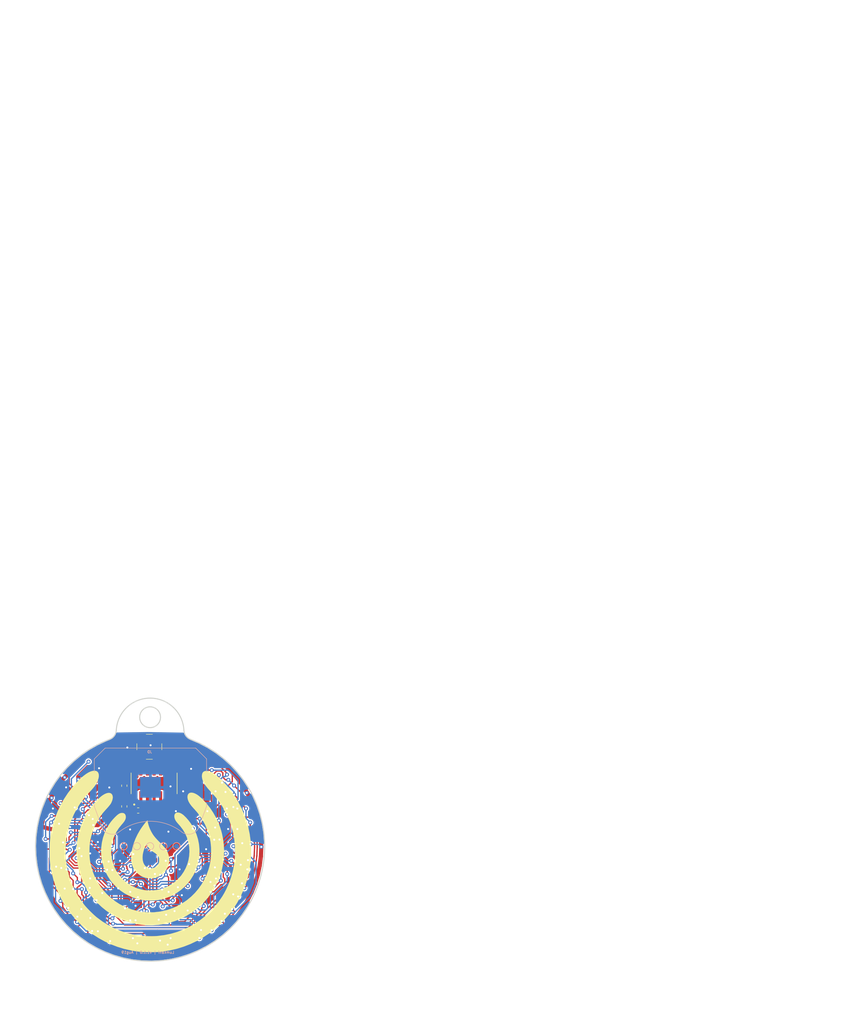
<source format=kicad_pcb>
(kicad_pcb (version 20171130) (host pcbnew 5.0.2-bee76a0~70~ubuntu18.04.1)
  (title_block (title Badge) (rev V01) (company Lumkani) (comment 4 "Author: ..."))
  (layers (0 F.Cu signal) (31 B.Cu signal) (34 B.Paste user) (35 F.Paste user) (36 B.SilkS user) (37 F.SilkS user) (38 B.Mask user) (39 F.Mask user) (44 Edge.Cuts user))
  (net 0 "")
  (net 1 GNDREF)
  (net 2 3V0)
  (net 3 "Net-(C1-Pad1)")
  (net 4 VCC)
  (net 5 "Net-(D1-Pad1)")
  (net 6 "Net-(D2-Pad1)")
  (net 7 "Net-(D3-Pad1)")
  (net 8 "Net-(D4-Pad1)")
  (net 9 "Net-(D5-Pad1)")
  (net 10 "Net-(D6-Pad1)")
  (net 11 "Net-(D7-Pad1)")
  (net 12 "Net-(D8-Pad1)")
  (net 13 "Net-(D9-Pad1)")
  (net 14 "Net-(D10-Pad1)")
  (net 15 "Net-(D11-Pad1)")
  (net 16 "Net-(D12-Pad1)")
  (net 17 "Net-(D13-Pad1)")
  (net 18 "Net-(D14-Pad1)")
  (net 19 "Net-(D15-Pad1)")
  (net 20 "Net-(D16-Pad1)")
  (net 21 "Net-(D17-Pad1)")
  (net 22 "Net-(D18-Pad1)")
  (net 23 RA2)
  (net 24 RA4)
  (net 25 RA5)
  (net 26 RC0)
  (net 27 RC1)
  (net 28 RC2)
  (net 29 MCLR)
  (net 30 RC5)
  (net 31 RC3)
  (net 32 RC4)
  (net 33 ICSPDAT)
  (net 34 ICSPCLK)
  (module Resistor_SMD:R_0603_1608Metric (layer F.Cu) (at 104.775 91.821)
    (fp_text reference R14 hide)
    (fp_text value 10 hide)
    (pad 2 smd roundrect (at 0.7875 0) (size 0.875 0.95) (layers F.Cu F.Paste F.Mask) (net 29 MCLR))
    (pad 1 smd roundrect (at -0.7875 0) (size 0.875 0.95) (layers F.Cu F.Paste F.Mask) (net 3 "Net-(C1-Pad1)"))
  )
  (module LED_SMD:LED_0603_1608Metric_custom3 (layer F.Cu) (at 106.0195 81.407)
    (fp_text reference D13 hide)
    (fp_text value LED_Small hide)
    (pad 2 smd roundrect (at 0.7875 0) (size 0.875 0.95) (layers F.Cu F.Paste F.Mask) (net 4 VCC))
    (pad 1 smd roundrect (at -0.7875 0) (size 0.875 0.95) (layers F.Cu F.Paste F.Mask) (net 17 "Net-(D13-Pad1)"))
  )
  (module Battery:BatteryHolder_Keystone_3034_1x20mm (layer B.Cu) (at 111.951 74.803 180)
    (fp_text reference BT1 hide)
    (fp_text value Battery_Cell hide)
    (pad 2 smd rect (at 0 0 180) (size 3.96 3.96) (layers B.Cu B.Paste B.Mask) (net 1 GNDREF))
    (pad 1 smd rect (at 10.985 0 180) (size 1.27 5.08) (layers B.Cu B.Paste B.Mask) (net 2 3V0))
    (pad 1 smd rect (at -10.985 0 180) (size 1.27 5.08) (layers B.Cu B.Paste B.Mask) (net 2 3V0))
  )
  (module reSymbol:142 (layer F.Cu) (at 243.84 -74.93)
    (fp_text reference G*** hide)
    (fp_text value LOGO hide)
  )
  (module Capacitor_SMD:C_0603_1608Metric (layer F.Cu) (at 109.601 79.248)
    (fp_text reference C1 hide)
    (fp_text value 0.1 hide)
    (pad 1 smd roundrect (at -0.7875 0) (size 0.875 0.95) (layers F.Cu F.Paste F.Mask) (net 3 "Net-(C1-Pad1)"))
    (pad 2 smd roundrect (at 0.7875 0) (size 0.875 0.95) (layers F.Cu F.Paste F.Mask) (net 1 GNDREF))
  )
  (module Capacitor_SMD:C_0603_1608Metric (layer F.Cu) (at 106.934 78.4605 270)
    (fp_text reference C2 hide)
    (fp_text value 0.1u hide)
    (pad 2 smd roundrect (at 0.7875 0 270) (size 0.875 0.95) (layers F.Cu F.Paste F.Mask) (net 1 GNDREF))
    (pad 1 smd roundrect (at -0.7875 0 270) (size 0.875 0.95) (layers F.Cu F.Paste F.Mask) (net 4 VCC))
  )
  (module Capacitor_SMD:C_0603_1608Metric (layer F.Cu) (at 106.934 74.48286 90)
    (fp_text reference C3 hide)
    (fp_text value 0.001u hide)
    (pad 1 smd roundrect (at -0.7875 0 90) (size 0.875 0.95) (layers F.Cu F.Paste F.Mask) (net 4 VCC))
    (pad 2 smd roundrect (at 0.7875 0 90) (size 0.875 0.95) (layers F.Cu F.Paste F.Mask) (net 1 GNDREF))
  )
  (module Resistor_SMD:R_0603_1608Metric (layer F.Cu) (at 95.6055 80.518)
    (fp_text reference R1 hide)
    (fp_text value 1k hide)
    (pad 2 smd roundrect (at 0.7875 0) (size 0.875 0.95) (layers F.Cu F.Paste F.Mask) (net 23 RA2))
    (pad 1 smd roundrect (at -0.7875 0) (size 0.875 0.95) (layers F.Cu F.Paste F.Mask) (net 5 "Net-(D1-Pad1)"))
  )
  (module Resistor_SMD:R_0603_1608Metric (layer F.Cu) (at 96.9265 96.774)
    (fp_text reference R2 hide)
    (fp_text value 1k hide)
    (pad 1 smd roundrect (at -0.7875 0) (size 0.875 0.95) (layers F.Cu F.Paste F.Mask) (net 6 "Net-(D2-Pad1)"))
    (pad 2 smd roundrect (at 0.7875 0) (size 0.875 0.95) (layers F.Cu F.Paste F.Mask) (net 23 RA2))
  )
  (module Resistor_SMD:R_0603_1608Metric (layer F.Cu) (at 106.0705 103.886)
    (fp_text reference R3 hide)
    (fp_text value 1k hide)
    (pad 2 smd roundrect (at 0.7875 0) (size 0.875 0.95) (layers F.Cu F.Paste F.Mask) (net 24 RA4))
    (pad 1 smd roundrect (at -0.7875 0) (size 0.875 0.95) (layers F.Cu F.Paste F.Mask) (net 7 "Net-(D3-Pad1)"))
  )
  (module Resistor_SMD:R_0603_1608Metric (layer F.Cu) (at 118.618 103.886)
    (fp_text reference R4 hide)
    (fp_text value 1k hide)
    (pad 1 smd roundrect (at -0.7875 0) (size 0.875 0.95) (layers F.Cu F.Paste F.Mask) (net 8 "Net-(D4-Pad1)"))
    (pad 2 smd roundrect (at 0.7875 0) (size 0.875 0.95) (layers F.Cu F.Paste F.Mask) (net 24 RA4))
  )
  (module Resistor_SMD:R_0603_1608Metric (layer F.Cu) (at 127.254 96.774)
    (fp_text reference R5 hide)
    (fp_text value 1k hide)
    (pad 1 smd roundrect (at -0.7875 0) (size 0.875 0.95) (layers F.Cu F.Paste F.Mask) (net 9 "Net-(D5-Pad1)"))
    (pad 2 smd roundrect (at 0.7875 0) (size 0.875 0.95) (layers F.Cu F.Paste F.Mask) (net 25 RA5))
  )
  (module Resistor_SMD:R_0603_1608Metric (layer F.Cu) (at 128.5495 80.518)
    (fp_text reference R6 hide)
    (fp_text value 1k hide)
    (pad 1 smd roundrect (at -0.7875 0) (size 0.875 0.95) (layers F.Cu F.Paste F.Mask) (net 10 "Net-(D6-Pad1)"))
    (pad 2 smd roundrect (at 0.7875 0) (size 0.875 0.95) (layers F.Cu F.Paste F.Mask) (net 25 RA5))
  )
  (module Resistor_SMD:R_0603_1608Metric (layer F.Cu) (at 124.46 83.693)
    (fp_text reference R7 hide)
    (fp_text value 1k hide)
    (pad 2 smd roundrect (at 0.7875 0) (size 0.875 0.95) (layers F.Cu F.Paste F.Mask) (net 26 RC0))
    (pad 1 smd roundrect (at -0.7875 0) (size 0.875 0.95) (layers F.Cu F.Paste F.Mask) (net 11 "Net-(D7-Pad1)"))
  )
  (module Resistor_SMD:R_0603_1608Metric (layer F.Cu) (at 120.142 97.282)
    (fp_text reference R8 hide)
    (fp_text value 1k hide)
    (pad 1 smd roundrect (at -0.7875 0) (size 0.875 0.95) (layers F.Cu F.Paste F.Mask) (net 12 "Net-(D8-Pad1)"))
    (pad 2 smd roundrect (at 0.7875 0) (size 0.875 0.95) (layers F.Cu F.Paste F.Mask) (net 27 RC1))
  )
  (module Resistor_SMD:R_0603_1608Metric (layer F.Cu) (at 103.759 97.155)
    (fp_text reference R9 hide)
    (fp_text value 1k hide)
    (pad 2 smd roundrect (at 0.7875 0) (size 0.875 0.95) (layers F.Cu F.Paste F.Mask) (net 27 RC1))
    (pad 1 smd roundrect (at -0.7875 0) (size 0.875 0.95) (layers F.Cu F.Paste F.Mask) (net 13 "Net-(D9-Pad1)"))
  )
  (module Resistor_SMD:R_0603_1608Metric (layer F.Cu) (at 99.695 83.566)
    (fp_text reference R10 hide)
    (fp_text value 1k hide)
    (pad 1 smd roundrect (at -0.7875 0) (size 0.875 0.95) (layers F.Cu F.Paste F.Mask) (net 14 "Net-(D10-Pad1)"))
    (pad 2 smd roundrect (at 0.7875 0) (size 0.875 0.95) (layers F.Cu F.Paste F.Mask) (net 27 RC1))
  )
  (module Resistor_SMD:R_0603_1608Metric (layer F.Cu) (at 129.6415 91.821)
    (fp_text reference R11 hide)
    (fp_text value 1k hide)
    (pad 2 smd roundrect (at 0.7875 0) (size 0.875 0.95) (layers F.Cu F.Paste F.Mask) (net 28 RC2))
    (pad 1 smd roundrect (at -0.7875 0) (size 0.875 0.95) (layers F.Cu F.Paste F.Mask) (net 15 "Net-(D11-Pad1)"))
  )
  (module Resistor_SMD:R_0603_1608Metric (layer F.Cu) (at 94.742 91.821)
    (fp_text reference R12 hide)
    (fp_text value 1k hide)
    (pad 2 smd roundrect (at 0.7875 0) (size 0.875 0.95) (layers F.Cu F.Paste F.Mask) (net 28 RC2))
    (pad 1 smd roundrect (at -0.7875 0) (size 0.875 0.95) (layers F.Cu F.Paste F.Mask) (net 16 "Net-(D12-Pad1)"))
  )
  (module Resistor_SMD:R_0603_1608Metric (layer F.Cu) (at 104.14 84.328)
    (fp_text reference R13 hide)
    (fp_text value 100 hide)
    (pad 1 smd roundrect (at -0.7875 0) (size 0.875 0.95) (layers F.Cu F.Paste F.Mask) (net 4 VCC))
    (pad 2 smd roundrect (at 0.7875 0) (size 0.875 0.95) (layers F.Cu F.Paste F.Mask) (net 3 "Net-(C1-Pad1)"))
  )
  (module Resistor_SMD:R_0603_1608Metric (layer F.Cu) (at 118.745 92.075)
    (fp_text reference R15 hide)
    (fp_text value 1k hide)
    (pad 2 smd roundrect (at 0.7875 0) (size 0.875 0.95) (layers F.Cu F.Paste F.Mask) (net 32 RC4))
    (pad 1 smd roundrect (at -0.7875 0) (size 0.875 0.95) (layers F.Cu F.Paste F.Mask) (net 21 "Net-(D17-Pad1)"))
  )
  (module Resistor_SMD:R_0603_1608Metric (layer F.Cu) (at 94.488 84.201)
    (fp_text reference R16 hide)
    (fp_text value 1k hide)
    (pad 2 smd roundrect (at 0.7875 0) (size 0.875 0.95) (layers F.Cu F.Paste F.Mask) (net 31 RC3))
    (pad 1 smd roundrect (at -0.7875 0) (size 0.875 0.95) (layers F.Cu F.Paste F.Mask) (net 17 "Net-(D13-Pad1)"))
  )
  (module Resistor_SMD:R_0603_1608Metric (layer F.Cu) (at 119.761 84.328)
    (fp_text reference R17 hide)
    (fp_text value 1k hide)
    (pad 1 smd roundrect (at -0.7875 0) (size 0.875 0.95) (layers F.Cu F.Paste F.Mask) (net 22 "Net-(D18-Pad1)"))
    (pad 2 smd roundrect (at 0.7875 0) (size 0.875 0.95) (layers F.Cu F.Paste F.Mask) (net 30 RC5))
  )
  (module Resistor_SMD:R_0603_1608Metric (layer F.Cu) (at 129.667 84.201)
    (fp_text reference R18 hide)
    (fp_text value 1k hide)
    (pad 1 smd roundrect (at -0.7875 0) (size 0.875 0.95) (layers F.Cu F.Paste F.Mask) (net 18 "Net-(D14-Pad1)"))
    (pad 2 smd roundrect (at 0.7875 0) (size 0.875 0.95) (layers F.Cu F.Paste F.Mask) (net 31 RC3))
  )
  (module Resistor_SMD:R_0603_1608Metric (layer F.Cu) (at 126.619 77.216)
    (fp_text reference R19 hide)
    (fp_text value 1k hide)
    (pad 2 smd roundrect (at 0.7875 0) (size 0.875 0.95) (layers F.Cu F.Paste F.Mask) (net 32 RC4))
    (pad 1 smd roundrect (at -0.7875 0) (size 0.875 0.95) (layers F.Cu F.Paste F.Mask) (net 19 "Net-(D15-Pad1)"))
  )
  (module Resistor_SMD:R_0603_1608Metric (layer F.Cu) (at 97.409 77.343)
    (fp_text reference R20 hide)
    (fp_text value 1k hide)
    (pad 2 smd roundrect (at 0.7875 0) (size 0.875 0.95) (layers F.Cu F.Paste F.Mask) (net 32 RC4))
    (pad 1 smd roundrect (at -0.7875 0) (size 0.875 0.95) (layers F.Cu F.Paste F.Mask) (net 20 "Net-(D16-Pad1)"))
  )
  (module PIC16LF18326T-I_SL:SOIC127P600X175-14N (layer F.Cu) (at 112.649 74.041 90)
    (fp_text reference U1 hide)
    (fp_text value PIC16LF18326T-I_SL hide)
    (pad 1 smd rect (at -2.48 -3.81 90) (size 1.95 0.59) (layers F.Cu F.Paste F.Mask) (net 4 VCC))
    (pad 2 smd rect (at -2.48 -2.54 90) (size 1.95 0.59) (layers F.Cu F.Paste F.Mask) (net 25 RA5))
    (pad 3 smd rect (at -2.48 -1.27 90) (size 1.95 0.59) (layers F.Cu F.Paste F.Mask) (net 24 RA4))
    (pad 4 smd rect (at -2.48 0 90) (size 1.95 0.59) (layers F.Cu F.Paste F.Mask) (net 29 MCLR))
    (pad 5 smd rect (at -2.48 1.27 90) (size 1.95 0.59) (layers F.Cu F.Paste F.Mask) (net 30 RC5))
    (pad 6 smd rect (at -2.48 2.54 90) (size 1.95 0.59) (layers F.Cu F.Paste F.Mask) (net 32 RC4))
    (pad 7 smd rect (at -2.48 3.81 90) (size 1.95 0.59) (layers F.Cu F.Paste F.Mask) (net 31 RC3))
    (pad 8 smd rect (at 2.48 3.81 270) (size 1.95 0.59) (layers F.Cu F.Paste F.Mask) (net 28 RC2))
    (pad 9 smd rect (at 2.48 2.54 270) (size 1.95 0.59) (layers F.Cu F.Paste F.Mask) (net 27 RC1))
    (pad 10 smd rect (at 2.48 1.27 270) (size 1.95 0.59) (layers F.Cu F.Paste F.Mask) (net 26 RC0))
    (pad 11 smd rect (at 2.48 0 270) (size 1.95 0.59) (layers F.Cu F.Paste F.Mask) (net 23 RA2))
    (pad 12 smd rect (at 2.48 -1.27 270) (size 1.95 0.59) (layers F.Cu F.Paste F.Mask) (net 34 ICSPCLK))
    (pad 13 smd rect (at 2.48 -2.54 270) (size 1.95 0.59) (layers F.Cu F.Paste F.Mask) (net 33 ICSPDAT))
    (pad 14 smd rect (at 2.48 -3.81 270) (size 1.95 0.59) (layers F.Cu F.Paste F.Mask) (net 1 GNDREF))
  )
  (module TestPoint:TestPoint_Pad_D1.0mm (layer B.Cu) (at 106.807 86.106)
    (fp_text reference TP1 hide)
    (fp_text value TestPoint hide)
    (pad 1 smd circle (at 0 0) (size 1 1) (layers B.Cu B.Mask) (net 34 ICSPCLK))
  )
  (module TestPoint:TestPoint_Pad_D1.0mm (layer B.Cu) (at 116.967 86.106)
    (fp_text reference TP2 hide)
    (fp_text value TestPoint hide)
    (pad 1 smd circle (at 0 0) (size 1 1) (layers B.Cu B.Mask) (net 29 MCLR))
  )
  (module TestPoint:TestPoint_Pad_D1.0mm (layer B.Cu) (at 114.427 86.106)
    (fp_text reference TP3 hide)
    (fp_text value TestPoint hide)
    (pad 1 smd circle (at 0 0) (size 1 1) (layers B.Cu B.Mask) (net 4 VCC))
  )
  (module TestPoint:TestPoint_Pad_D1.0mm (layer B.Cu) (at 109.347 86.106)
    (fp_text reference TP4 hide)
    (fp_text value TestPoint hide)
    (pad 1 smd circle (at 0 0) (size 1 1) (layers B.Cu B.Mask) (net 33 ICSPDAT))
  )
  (module TestPoint:TestPoint_Pad_D1.0mm (layer B.Cu) (at 111.887 86.106)
    (fp_text reference TP5 hide)
    (fp_text value TestPoint hide)
    (pad 1 smd circle (at 0 0) (size 1 1) (layers B.Cu B.Mask) (net 1 GNDREF))
  )
  (module LED_SMD:LED_0603_1608Metric_custom3 (layer F.Cu) (at 100.584 73.533)
    (fp_text reference D1 hide)
    (fp_text value LED_Small hide)
    (pad 1 smd roundrect (at -0.7875 0) (size 0.875 0.95) (layers F.Cu F.Paste F.Mask) (net 5 "Net-(D1-Pad1)"))
    (pad 2 smd roundrect (at 0.7875 0) (size 0.875 0.95) (layers F.Cu F.Paste F.Mask) (net 4 VCC))
  )
  (module LED_SMD:LED_0603_1608Metric_custom3 (layer F.Cu) (at 94.234 87.503)
    (fp_text reference D2 hide)
    (fp_text value LED_Small hide)
    (pad 2 smd roundrect (at 0.7875 0) (size 0.875 0.95) (layers F.Cu F.Paste F.Mask) (net 4 VCC))
    (pad 1 smd roundrect (at -0.7875 0) (size 0.875 0.95) (layers F.Cu F.Paste F.Mask) (net 6 "Net-(D2-Pad1)"))
  )
  (module LED_SMD:LED_0603_1608Metric_custom3 (layer F.Cu) (at 100.711 101.092)
    (fp_text reference D3 hide)
    (fp_text value LED_Small hide)
    (pad 1 smd roundrect (at -0.7875 0) (size 0.875 0.95) (layers F.Cu F.Paste F.Mask) (net 7 "Net-(D3-Pad1)"))
    (pad 2 smd roundrect (at 0.7875 0) (size 0.875 0.95) (layers F.Cu F.Paste F.Mask) (net 4 VCC))
  )
  (module LED_SMD:LED_0603_1608Metric_custom3 (layer F.Cu) (at 111.6075 105.029)
    (fp_text reference D4 hide)
    (fp_text value LED_Small hide)
    (pad 1 smd roundrect (at -0.7875 0) (size 0.875 0.95) (layers F.Cu F.Paste F.Mask) (net 8 "Net-(D4-Pad1)"))
    (pad 2 smd roundrect (at 0.7875 0) (size 0.875 0.95) (layers F.Cu F.Paste F.Mask) (net 4 VCC))
  )
  (module LED_SMD:LED_0603_1608Metric_custom3 (layer F.Cu) (at 123.444 101.092)
    (fp_text reference D5 hide)
    (fp_text value LED_Small hide)
    (pad 1 smd roundrect (at -0.7875 0) (size 0.875 0.95) (layers F.Cu F.Paste F.Mask) (net 9 "Net-(D5-Pad1)"))
    (pad 2 smd roundrect (at 0.7875 0) (size 0.875 0.95) (layers F.Cu F.Paste F.Mask) (net 4 VCC))
  )
  (module LED_SMD:LED_0603_1608Metric_custom3 (layer F.Cu) (at 129.921 87.503)
    (fp_text reference D6 hide)
    (fp_text value LED_Small hide)
    (pad 2 smd roundrect (at 0.7875 0) (size 0.875 0.95) (layers F.Cu F.Paste F.Mask) (net 4 VCC))
    (pad 1 smd roundrect (at -0.7875 0) (size 0.875 0.95) (layers F.Cu F.Paste F.Mask) (net 10 "Net-(D6-Pad1)"))
  )
  (module LED_SMD:LED_0603_1608Metric_custom3 (layer F.Cu) (at 123.4695 73.533)
    (fp_text reference D7 hide)
    (fp_text value LED_Small hide)
    (pad 1 smd roundrect (at -0.7875 0) (size 0.875 0.95) (layers F.Cu F.Paste F.Mask) (net 11 "Net-(D7-Pad1)"))
    (pad 2 smd roundrect (at 0.7875 0) (size 0.875 0.95) (layers F.Cu F.Paste F.Mask) (net 4 VCC))
  )
  (module LED_SMD:LED_0603_1608Metric_custom3 (layer F.Cu) (at 120.65 77.343)
    (fp_text reference D8 hide)
    (fp_text value LED_Small hide)
    (pad 2 smd roundrect (at 0.7875 0) (size 0.875 0.95) (layers F.Cu F.Paste F.Mask) (net 4 VCC))
    (pad 1 smd roundrect (at -0.7875 0) (size 0.875 0.95) (layers F.Cu F.Paste F.Mask) (net 12 "Net-(D8-Pad1)"))
  )
  (module LED_SMD:LED_0603_1608Metric_custom3 (layer F.Cu) (at 124.333 91.313)
    (fp_text reference D9 hide)
    (fp_text value LED_Small hide)
    (pad 2 smd roundrect (at 0.7875 0) (size 0.875 0.95) (layers F.Cu F.Paste F.Mask) (net 4 VCC))
    (pad 1 smd roundrect (at -0.7875 0) (size 0.875 0.95) (layers F.Cu F.Paste F.Mask) (net 13 "Net-(D9-Pad1)"))
  )
  (module LED_SMD:LED_0603_1608Metric_custom3 (layer F.Cu) (at 111.506 100.33)
    (fp_text reference D10 hide)
    (fp_text value LED_Small hide)
    (pad 2 smd roundrect (at 0.7875 0) (size 0.875 0.95) (layers F.Cu F.Paste F.Mask) (net 4 VCC))
    (pad 1 smd roundrect (at -0.7875 0) (size 0.875 0.95) (layers F.Cu F.Paste F.Mask) (net 14 "Net-(D10-Pad1)"))
  )
  (module LED_SMD:LED_0603_1608Metric_custom3 (layer F.Cu) (at 99.5425 91.186)
    (fp_text reference D11 hide)
    (fp_text value LED_Small hide)
    (pad 1 smd roundrect (at -0.7875 0) (size 0.875 0.95) (layers F.Cu F.Paste F.Mask) (net 15 "Net-(D11-Pad1)"))
    (pad 2 smd roundrect (at 0.7875 0) (size 0.875 0.95) (layers F.Cu F.Paste F.Mask) (net 4 VCC))
  )
  (module LED_SMD:LED_0603_1608Metric_custom3 (layer F.Cu) (at 103.378 77.343)
    (fp_text reference D12 hide)
    (fp_text value LED_Small hide)
    (pad 2 smd roundrect (at 0.7875 0) (size 0.875 0.95) (layers F.Cu F.Paste F.Mask) (net 4 VCC))
    (pad 1 smd roundrect (at -0.7875 0) (size 0.875 0.95) (layers F.Cu F.Paste F.Mask) (net 16 "Net-(D12-Pad1)"))
  )
  (module LED_SMD:LED_0603_1608Metric_custom3 (layer F.Cu) (at 103.505 87.503)
    (fp_text reference D14 hide)
    (fp_text value LED_Small hide)
    (pad 1 smd roundrect (at -0.7875 0) (size 0.875 0.95) (layers F.Cu F.Paste F.Mask) (net 18 "Net-(D14-Pad1)"))
    (pad 2 smd roundrect (at 0.7875 0) (size 0.875 0.95) (layers F.Cu F.Paste F.Mask) (net 4 VCC))
  )
  (module LED_SMD:LED_0603_1608Metric_custom3 (layer F.Cu) (at 111.506 95.631)
    (fp_text reference D15 hide)
    (fp_text value LED_Small hide)
    (pad 2 smd roundrect (at 0.7875 0) (size 0.875 0.95) (layers F.Cu F.Paste F.Mask) (net 4 VCC))
    (pad 1 smd roundrect (at -0.7875 0) (size 0.875 0.95) (layers F.Cu F.Paste F.Mask) (net 19 "Net-(D15-Pad1)"))
  )
  (module LED_SMD:LED_0603_1608Metric_custom3 (layer F.Cu) (at 120.396 87.503)
    (fp_text reference D16 hide)
    (fp_text value LED_Small hide)
    (pad 1 smd roundrect (at -0.7875 0) (size 0.875 0.95) (layers F.Cu F.Paste F.Mask) (net 20 "Net-(D16-Pad1)"))
    (pad 2 smd roundrect (at 0.7875 0) (size 0.875 0.95) (layers F.Cu F.Paste F.Mask) (net 4 VCC))
  )
  (module LED_SMD:LED_0603_1608Metric_custom3 (layer F.Cu) (at 117.856 81.407)
    (fp_text reference D17 hide)
    (fp_text value LED_Small hide)
    (pad 2 smd roundrect (at 0.7875 0) (size 0.875 0.95) (layers F.Cu F.Paste F.Mask) (net 4 VCC))
    (pad 1 smd roundrect (at -0.7875 0) (size 0.875 0.95) (layers F.Cu F.Paste F.Mask) (net 21 "Net-(D17-Pad1)"))
  )
  (module LED_SMD:LED_0603_1608Metric_custom3 (layer F.Cu) (at 112.014 88.773)
    (fp_text reference D18 hide)
    (fp_text value LED_Small hide)
    (pad 1 smd roundrect (at -0.7875 0) (size 0.875 0.95) (layers F.Cu F.Paste F.Mask) (net 22 "Net-(D18-Pad1)"))
    (pad 2 smd roundrect (at 0.7875 0) (size 0.875 0.95) (layers F.Cu F.Paste F.Mask) (net 4 VCC))
  )
  (module reSymbol:logo_512 (layer F.Cu) (at 111.82096 88.88984)
    (fp_text reference G*** hide)
    (fp_text value LOGO hide)
  )
  (module digikey-footprints:Switch_Tactile_SMD_4.5x4.5mm_TL3315NF160Q (layer F.Cu) (at 111.7432 67.00768 180)
    (fp_text reference S1 hide)
    (fp_text value TL3315NF160Q)
    (pad 1 smd rect (at -2.475 -1.75 180) (size 0.2 1.1) (layers F.Cu F.Paste F.Mask) (net 2 3V0))
    (pad 4 smd rect (at 2.475 1.75 180) (size 0.2 1.1) (layers F.Cu F.Paste F.Mask) (net 4 VCC))
    (pad 3 smd rect (at -2.475 1.75 180) (size 0.2 1.1) (layers F.Cu F.Paste F.Mask) (net 4 VCC))
    (pad 2 smd rect (at 2.475 -1.75 180) (size 0.2 1.1) (layers F.Cu F.Paste F.Mask) (net 2 3V0))
    (pad 1 smd rect (at -2.125 -1.75 180) (size 0.5 0.7) (layers F.Cu F.Paste F.Mask) (net 2 3V0))
    (pad 2 smd rect (at 2.125 -1.75 180) (size 0.5 0.7) (layers F.Cu F.Paste F.Mask) (net 2 3V0))
    (pad 3 smd rect (at -2.125 1.75 180) (size 0.5 0.7) (layers F.Cu F.Paste F.Mask) (net 4 VCC))
    (pad 4 smd rect (at 2.125 1.75 180) (size 0.5 0.7) (layers F.Cu F.Paste F.Mask) (net 4 VCC))
  )
  (gr_text JD (at 111.80064 68.00088) (layer B.SilkS) (effects (font (size 0.5 0.5) (thickness 0.1)) (justify mirror)))
  (gr_text "Lumkani | v1.1.0 | Aug19" (at 116.58092 106.47172) (layer B.SilkS) (effects (font (size 0.5 0.5) (thickness 0.1)) (justify left mirror)))
  (gr_arc (start 111.887 86.171) (end 104.106207 65.592874) (angle -318.5757916) (layer Edge.Cuts) (width 0.2))
  (gr_arc (start 103.39886 63.722136) (end 104.106207 65.592874) (angle -66.26092195) (layer Edge.Cuts) (width 0.2))
  (gr_arc (start 111.887 64.171) (end 118.377931 63.827752) (angle -173.9458547) (layer Edge.Cuts) (width 0.2))
  (gr_arc (start 120.37514 63.722136) (end 118.377931 63.827752) (angle -66.26081467) (layer Edge.Cuts) (width 0.2))
  (gr_circle (center 111.887 61.341) (end 113.887 61.341) (layer Edge.Cuts) (width 0.2))
  (via (at 118.237 75.565) (size 0.762) (drill 0.381) (layers F.Cu B.Cu) (net 1))
  (via (at 109.44352 104.7496) (size 0.762) (drill 0.381) (layers F.Cu B.Cu) (net 1))
  (via (at 126.238 99.06) (size 0.762) (drill 0.381) (layers F.Cu B.Cu) (net 1))
  (via (at 117.983 95.504) (size 0.762) (drill 0.381) (layers F.Cu B.Cu) (net 1))
  (via (at 98.679 98.171) (size 0.762) (drill 0.381) (layers F.Cu B.Cu) (net 1))
  (via (at 115.407 83.306) (size 0.762) (drill 0.381) (layers F.Cu B.Cu) (net 1))
  (via (at 108.077 94.869) (size 0.762) (drill 0.381) (layers F.Cu B.Cu) (net 1))
  (via (at 117.221 93.98) (size 0.762) (drill 0.381) (layers F.Cu B.Cu) (net 1))
  (via (at 110.871023 90.296957) (size 0.762) (drill 0.381) (layers F.Cu B.Cu) (net 1))
  (via (at 105.765903 94.200982) (size 0.762) (drill 0.381) (layers F.Cu B.Cu) (net 1))
  (via (at 106.121373 88.90284) (size 0.762) (drill 0.381) (layers F.Cu B.Cu) (net 1))
  (via (at 126.873 82.804) (size 0.762) (drill 0.381) (layers F.Cu B.Cu) (net 1))
  (via (at 129.286 89.662) (size 0.762) (drill 0.381) (layers F.Cu B.Cu) (net 1))
  (via (at 116.84 79.375) (size 0.762) (drill 0.381) (layers F.Cu B.Cu) (net 1))
  (via (at 119.761 71.247) (size 0.762) (drill 0.381) (layers F.Cu B.Cu) (net 1))
  (via (at 102.703177 95.089823) (size 0.762) (drill 0.381) (layers F.Cu B.Cu) (net 1))
  (via (at 109.088133 97.531133) (size 0.762) (drill 0.381) (layers F.Cu B.Cu) (net 1))
  (via (at 93.218 78.867) (size 0.762) (drill 0.381) (layers F.Cu B.Cu) (net 1))
  (via (at 104.648 90.678) (size 0.762) (drill 0.381) (layers F.Cu B.Cu) (net 1))
  (via (at 108.05149 82.887882) (size 0.762) (drill 0.381) (layers F.Cu B.Cu) (net 1))
  (via (at 119.38 89.535) (size 0.762) (drill 0.381) (layers F.Cu B.Cu) (net 1))
  (via (at 117.5512 90.54084) (size 0.762) (drill 0.381) (layers F.Cu B.Cu) (net 1))
  (via (at 115.2652 104.99852) (size 0.762) (drill 0.381) (layers F.Cu B.Cu) (net 1))
  (via (at 115.80876 74.62012) (size 0.762) (drill 0.381) (layers F.Cu B.Cu) (net 1))
  (via (at 111.97844 66.72072) (size 0.762) (drill 0.381) (layers F.Cu B.Cu) (net 1))
  (via (at 95.758 74.803) (size 0.762) (drill 0.381) (layers F.Cu B.Cu) (net 1))
  (via (at 107.5182 67.1576) (size 0.762) (drill 0.381) (layers F.Cu B.Cu) (net 1))
  (via (at 102.0826 71.1327) (size 0.762) (drill 0.381) (layers F.Cu B.Cu) (net 1))
  (via (at 104.051121 74.8284) (size 0.762) (drill 0.381) (layers F.Cu B.Cu) (net 1))
  (via (at 101.854 85.2932) (size 0.762) (drill 0.381) (layers F.Cu B.Cu) (net 1))
  (via (at 100.379377 87.488877) (size 0.762) (drill 0.381) (layers F.Cu B.Cu) (net 1))
  (via (at 122.6439 86.6775) (size 0.762) (drill 0.381) (layers F.Cu B.Cu) (net 1))
  (via (at 122.888035 79.376018) (size 0.762) (drill 0.381) (layers F.Cu B.Cu) (net 1))
  (via (at 126.649823 72.359177) (size 0.762) (drill 0.381) (layers F.Cu B.Cu) (net 2))
  (segment (start 126.268824 72.740176) (end 126.649823 72.359177) (width 0.254) (layer B.Cu) (net 2))
  (segment (start 125.247068 73.190442) (end 125.460753 73.190442) (width 0.254) (layer B.Cu) (net 2))
  (segment (start 125.460753 73.190442) (end 125.911019 72.740176) (width 0.254) (layer B.Cu) (net 2))
  (segment (start 125.911019 72.740176) (end 126.268824 72.740176) (width 0.254) (layer B.Cu) (net 2))
  (segment (start 123.63451 74.803) (end 122.99951 74.803) (width 0.254) (layer B.Cu) (net 2))
  (segment (start 125.247068 73.190442) (end 123.63451 74.803) (width 0.254) (layer B.Cu) (net 2))
  (via (at 98.108199 73.278991) (size 0.762) (drill 0.381) (layers F.Cu B.Cu) (net 2))
  (segment (start 109.6182 68.75768) (end 114.2182 68.75768) (width 0.8) (layer F.Cu) (net 2))
  (segment (start 126.649823 72.098623) (end 126.649823 72.359177) (width 0.254) (layer F.Cu) (net 2))
  (segment (start 125.29019 70.73899) (end 126.649823 72.098623) (width 0.254) (layer F.Cu) (net 2))
  (segment (start 124.091953 70.73899) (end 125.29019 70.73899) (width 0.254) (layer F.Cu) (net 2))
  (segment (start 121.6608 68.75768) (end 123.641999 70.738879) (width 0.254) (layer F.Cu) (net 2))
  (segment (start 123.641999 70.738879) (end 124.091842 70.738879) (width 0.254) (layer F.Cu) (net 2))
  (segment (start 124.091842 70.738879) (end 124.091953 70.73899) (width 0.254) (layer F.Cu) (net 2))
  (segment (start 114.2182 68.75768) (end 121.6608 68.75768) (width 0.254) (layer F.Cu) (net 2))
  (segment (start 98.108199 73.817806) (end 99.093393 74.803) (width 0.8) (layer B.Cu) (net 2))
  (segment (start 98.108199 73.278991) (end 98.108199 73.817806) (width 0.8) (layer B.Cu) (net 2))
  (segment (start 99.093393 74.803) (end 100.43799 74.803) (width 0.8) (layer B.Cu) (net 2))
  (segment (start 107.876586 68.75768) (end 109.6182 68.75768) (width 0.8) (layer F.Cu) (net 2))
  (segment (start 98.108199 73.278991) (end 98.108199 72.740176) (width 0.8) (layer F.Cu) (net 2))
  (segment (start 100.7364 70.9041) (end 102.88282 68.75768) (width 0.8) (layer F.Cu) (net 2))
  (segment (start 98.108199 72.740176) (end 99.944275 70.9041) (width 0.8) (layer F.Cu) (net 2))
  (segment (start 99.944275 70.9041) (end 100.7364 70.9041) (width 0.8) (layer F.Cu) (net 2))
  (segment (start 102.88282 68.75768) (end 107.876586 68.75768) (width 0.8) (layer F.Cu) (net 2))
  (segment (start 108.8135 79.248) (end 108.8135 83.9725) (width 0.254) (layer F.Cu) (net 3))
  (segment (start 108.8135 83.9725) (end 106.553023 86.232977) (width 0.254) (layer F.Cu) (net 3))
  (segment (start 104.775001 89.392761) (end 103.870761 90.297001) (width 0.254) (layer F.Cu) (net 3))
  (segment (start 106.553023 86.232977) (end 106.553023 87.233739) (width 0.254) (layer F.Cu) (net 3))
  (segment (start 106.553023 87.233739) (end 104.775001 89.011761) (width 0.254) (layer F.Cu) (net 3))
  (segment (start 104.775001 89.011761) (end 104.775001 89.392761) (width 0.254) (layer F.Cu) (net 3))
  (segment (start 103.9875 91.246) (end 103.870761 91.129261) (width 0.254) (layer F.Cu) (net 3))
  (segment (start 103.9875 91.821) (end 103.9875 91.246) (width 0.254) (layer F.Cu) (net 3))
  (via (at 103.633751 90.618339) (size 0.762) (drill 0.381) (layers F.Cu B.Cu) (net 3))
  (segment (start 103.870761 90.297001) (end 103.633751 90.618339) (width 0.254) (layer F.Cu) (net 3))
  (segment (start 103.633751 90.618339) (end 103.870761 91.129261) (width 0.254) (layer F.Cu) (net 3))
  (segment (start 101.330087 90.618339) (end 99.097802 88.386054) (width 0.254) (layer B.Cu) (net 3))
  (segment (start 103.633751 90.618339) (end 101.330087 90.618339) (width 0.254) (layer B.Cu) (net 3))
  (via (at 98.716803 88.005055) (size 0.762) (drill 0.381) (layers F.Cu B.Cu) (net 3))
  (segment (start 99.097802 88.386054) (end 98.716803 88.005055) (width 0.254) (layer B.Cu) (net 3))
  (via (at 100.064646 69.86909) (size 0.762) (drill 0.381) (layers F.Cu B.Cu) (net 3))
  (segment (start 96.774 75.14844) (end 101.727001 80.101441) (width 0.254) (layer B.Cu) (net 3))
  (segment (start 104.9275 85.64869) (end 104.876589 85.699601) (width 0.254) (layer F.Cu) (net 3))
  (segment (start 101.727001 80.101441) (end 101.727002 81.422238) (width 0.254) (layer B.Cu) (net 3))
  (segment (start 101.727002 81.422238) (end 104.49559 84.190826) (width 0.254) (layer B.Cu) (net 3))
  (segment (start 104.49559 85.541785) (end 104.49559 86.0806) (width 0.254) (layer B.Cu) (net 3))
  (segment (start 104.876589 85.699601) (end 104.49559 86.0806) (width 0.254) (layer F.Cu) (net 3))
  (segment (start 100.064646 69.86909) (end 96.774 73.159736) (width 0.254) (layer B.Cu) (net 3))
  (segment (start 98.716803 88.005055) (end 100.641258 86.0806) (width 0.254) (layer F.Cu) (net 3))
  (segment (start 104.9275 84.328) (end 104.9275 85.64869) (width 0.254) (layer F.Cu) (net 3))
  (segment (start 100.641258 86.0806) (end 103.956775 86.0806) (width 0.254) (layer F.Cu) (net 3))
  (segment (start 96.774 73.159736) (end 96.774 75.14844) (width 0.254) (layer B.Cu) (net 3))
  (via (at 104.49559 86.0806) (size 0.762) (drill 0.381) (layers F.Cu B.Cu) (net 3))
  (segment (start 104.49559 84.190826) (end 104.49559 85.541785) (width 0.254) (layer B.Cu) (net 3))
  (segment (start 103.956775 86.0806) (end 104.49559 86.0806) (width 0.254) (layer F.Cu) (net 3))
  (segment (start 124.94898 101.092) (end 126.038247 102.181267) (width 0.254) (layer F.Cu) (net 4))
  (segment (start 124.2315 101.092) (end 124.94898 101.092) (width 0.254) (layer F.Cu) (net 4))
  (segment (start 112.2935 100.33) (end 112.2935 98.933) (width 0.254) (layer F.Cu) (net 4))
  (segment (start 111.100331 107.459167) (end 112.903683 107.459167) (width 0.8) (layer F.Cu) (net 4))
  (segment (start 124.635183 103.314163) (end 126.038247 102.181267) (width 0.8) (layer F.Cu) (net 4))
  (segment (start 97.536 101.769363) (end 97.965771 102.181265) (width 0.8) (layer F.Cu) (net 4))
  (segment (start 116.477956 107.001465) (end 118.223126 106.547058) (width 0.8) (layer F.Cu) (net 4))
  (segment (start 115.128685 107.23282) (end 116.477956 107.001465) (width 0.8) (layer F.Cu) (net 4))
  (segment (start 109.303491 107.306234) (end 111.100331 107.459167) (width 0.8) (layer F.Cu) (net 4))
  (segment (start 118.223126 106.547058) (end 119.923451 105.946295) (width 0.8) (layer F.Cu) (net 4))
  (segment (start 112.903683 107.459167) (end 113.079009 107.444246) (width 0.8) (layer F.Cu) (net 4))
  (segment (start 114.700512 107.306236) (end 115.128685 107.23282) (width 0.8) (layer F.Cu) (net 4))
  (segment (start 121.56673 105.203486) (end 123.141086 104.323999) (width 0.8) (layer F.Cu) (net 4))
  (segment (start 119.923451 105.946295) (end 121.56673 105.203486) (width 0.8) (layer F.Cu) (net 4))
  (segment (start 113.079009 107.444246) (end 114.700512 107.306236) (width 0.8) (layer F.Cu) (net 4))
  (segment (start 123.141086 104.323999) (end 124.635183 103.314163) (width 0.8) (layer F.Cu) (net 4))
  (segment (start 107.526064 107.001464) (end 109.303491 107.306234) (width 0.8) (layer F.Cu) (net 4))
  (segment (start 105.780894 106.547057) (end 107.526064 107.001464) (width 0.8) (layer F.Cu) (net 4))
  (segment (start 104.080569 105.946294) (end 105.780894 106.547057) (width 0.8) (layer F.Cu) (net 4))
  (segment (start 102.43729 105.203485) (end 104.080569 105.946294) (width 0.8) (layer F.Cu) (net 4))
  (segment (start 100.862941 104.324002) (end 102.43729 105.203485) (width 0.8) (layer F.Cu) (net 4))
  (segment (start 99.368836 103.314162) (end 100.862941 104.324002) (width 0.8) (layer F.Cu) (net 4))
  (segment (start 97.965771 102.181265) (end 99.368836 103.314162) (width 0.8) (layer F.Cu) (net 4))
  (segment (start 127.322187 100.950713) (end 127.345684 100.927216) (width 0.8) (layer F.Cu) (net 4))
  (segment (start 132.941734 82.64257) (end 132.561799 80.879654) (width 0.8) (layer F.Cu) (net 4))
  (segment (start 127.345684 100.927216) (end 127.556836 100.687298) (width 0.8) (layer F.Cu) (net 4))
  (segment (start 132.561799 80.879654) (end 132.033736 79.155346) (width 0.8) (layer F.Cu) (net 4))
  (segment (start 133.170785 84.431274) (end 132.941734 82.64257) (width 0.8) (layer F.Cu) (net 4))
  (segment (start 128.531627 72.886276) (end 127.340189 71.532539) (width 0.8) (layer F.Cu) (net 4))
  (segment (start 132.941728 89.823465) (end 133.170784 88.034726) (width 0.8) (layer F.Cu) (net 4))
  (segment (start 132.561801 91.586336) (end 132.941728 89.823465) (width 0.8) (layer F.Cu) (net 4))
  (segment (start 133.247322 86.232999) (end 133.170785 84.431274) (width 0.8) (layer F.Cu) (net 4))
  (segment (start 133.170784 88.034726) (end 133.247322 86.232999) (width 0.8) (layer F.Cu) (net 4))
  (segment (start 132.033743 93.31063) (end 132.561801 91.586336) (width 0.8) (layer F.Cu) (net 4))
  (segment (start 129.603957 74.336162) (end 128.531627 72.886276) (width 0.8) (layer F.Cu) (net 4))
  (segment (start 130.549461 75.87176) (end 129.603957 74.336162) (width 0.8) (layer F.Cu) (net 4))
  (segment (start 131.361349 77.482042) (end 130.549461 75.87176) (width 0.8) (layer F.Cu) (net 4))
  (segment (start 132.033736 79.155346) (end 131.361349 77.482042) (width 0.8) (layer F.Cu) (net 4))
  (segment (start 130.54944 96.594273) (end 131.361345 94.983964) (width 0.8) (layer F.Cu) (net 4))
  (segment (start 129.603955 98.129838) (end 130.54944 96.594273) (width 0.8) (layer F.Cu) (net 4))
  (segment (start 128.531634 99.579712) (end 129.603955 98.129838) (width 0.8) (layer F.Cu) (net 4))
  (segment (start 126.038247 102.181267) (end 127.322187 100.950713) (width 0.8) (layer F.Cu) (net 4))
  (segment (start 131.361345 94.983964) (end 132.033743 93.31063) (width 0.8) (layer F.Cu) (net 4))
  (segment (start 127.556836 100.687298) (end 128.531634 99.579712) (width 0.8) (layer F.Cu) (net 4))
  (via (at 92.964 76.844727) (size 0.762) (drill 0.381) (layers F.Cu B.Cu) (net 4))
  (segment (start 100.33 91.186) (end 100.33 92.329) (width 0.254) (layer F.Cu) (net 4))
  (segment (start 100.33 92.329) (end 100.457 92.456) (width 0.254) (layer F.Cu) (net 4))
  (segment (start 133.170784 88.043168) (end 133.147562 88.06639) (width 0.254) (layer F.Cu) (net 4))
  (segment (start 133.170784 88.034726) (end 133.170784 88.043168) (width 0.254) (layer F.Cu) (net 4))
  (segment (start 106.807 82.042) (end 106.807 81.407) (width 0.254) (layer F.Cu) (net 4))
  (segment (start 106.426 82.423) (end 106.807 82.042) (width 0.254) (layer F.Cu) (net 4))
  (segment (start 105.918 82.931) (end 106.426 82.423) (width 0.254) (layer F.Cu) (net 4))
  (segment (start 106.045013 83.058013) (end 105.918 82.931) (width 0.254) (layer F.Cu) (net 4))
  (segment (start 106.045013 86.301186) (end 106.045013 83.058013) (width 0.254) (layer F.Cu) (net 4))
  (segment (start 104.2925 87.503) (end 104.8432 87.503) (width 0.254) (layer F.Cu) (net 4))
  (segment (start 104.8432 87.503) (end 106.045013 86.301186) (width 0.254) (layer F.Cu) (net 4))
  (segment (start 103.692 82.931) (end 105.918 82.931) (width 0.254) (layer F.Cu) (net 4))
  (segment (start 103.3525 84.328) (end 103.3525 83.2705) (width 0.254) (layer F.Cu) (net 4))
  (segment (start 103.3525 83.2705) (end 103.692 82.931) (width 0.254) (layer F.Cu) (net 4))
  (via (at 131.173133 85.731153) (size 0.762) (drill 0.381) (layers F.Cu B.Cu) (net 4))
  (segment (start 130.7085 87.503) (end 130.7085 86.195786) (width 0.254) (layer F.Cu) (net 4))
  (segment (start 130.7085 86.195786) (end 131.173133 85.731153) (width 0.254) (layer F.Cu) (net 4))
  (via (at 133.247322 86.232999) (size 0.762) (drill 0.381) (layers F.Cu B.Cu) (net 4))
  (segment (start 131.173133 85.731153) (end 132.745476 85.731153) (width 0.254) (layer B.Cu) (net 4))
  (segment (start 132.745476 85.731153) (end 133.247322 86.232999) (width 0.254) (layer B.Cu) (net 4))
  (via (at 121.96499 92.329) (size 0.762) (drill 0.381) (layers F.Cu B.Cu) (net 4))
  (segment (start 121.92 88.2395) (end 121.92 92.28401) (width 0.254) (layer F.Cu) (net 4))
  (segment (start 121.1835 87.503) (end 121.92 88.2395) (width 0.254) (layer F.Cu) (net 4))
  (segment (start 121.92 92.28401) (end 121.96499 92.329) (width 0.254) (layer F.Cu) (net 4))
  (via (at 130.460049 75.855062) (size 0.762) (drill 0.381) (layers F.Cu B.Cu) (net 4))
  (segment (start 121.4375 77.343) (end 121.4375 75.946) (width 0.254) (layer F.Cu) (net 4))
  (via (at 95.472397 72.886274) (size 0.762) (drill 0.381) (layers F.Cu B.Cu) (net 4))
  (segment (start 94.845748 73.512922) (end 95.472397 72.886274) (width 0.8) (layer F.Cu) (net 4))
  (segment (start 94.479556 73.991356) (end 94.845748 73.512922) (width 0.8) (layer F.Cu) (net 4))
  (segment (start 92.964 76.844727) (end 92.964 76.552177) (width 0.8) (layer F.Cu) (net 4))
  (segment (start 92.964 76.552177) (end 93.502612 75.523133) (width 0.8) (layer F.Cu) (net 4))
  (segment (start 93.502612 75.523133) (end 94.479556 73.991356) (width 0.8) (layer F.Cu) (net 4))
  (via (at 100.965 82.042) (size 0.762) (drill 0.381) (layers F.Cu B.Cu) (net 4))
  (via (at 96.519964 82.423) (size 0.762) (drill 0.381) (layers F.Cu B.Cu) (net 4))
  (segment (start 92.948157 76.844727) (end 92.964 76.844727) (width 0.8) (layer F.Cu) (net 4))
  (segment (start 91.958211 78.808515) (end 92.660111 77.132773) (width 0.8) (layer F.Cu) (net 4))
  (segment (start 91.402049 80.538095) (end 91.958211 78.808515) (width 0.8) (layer F.Cu) (net 4))
  (segment (start 91.032158 82.149963) (end 91.402049 80.538095) (width 0.8) (layer F.Cu) (net 4))
  (segment (start 92.660111 77.132773) (end 92.948157 76.844727) (width 0.8) (layer F.Cu) (net 4))
  (segment (start 90.995693 82.308866) (end 91.032158 82.272401) (width 0.8) (layer F.Cu) (net 4))
  (segment (start 91.032158 82.272401) (end 91.032158 82.149963) (width 0.8) (layer F.Cu) (net 4))
  (segment (start 111.831888 95.169388) (end 112.2935 95.631) (width 0.254) (layer F.Cu) (net 4))
  (via (at 100.3865 92.286019) (size 0.762) (drill 0.381) (layers F.Cu B.Cu) (net 4))
  (segment (start 91.791105 93.064319) (end 92.453531 94.756051) (width 0.8) (layer F.Cu) (net 4))
  (segment (start 91.275638 91.322178) (end 91.791105 93.064319) (width 0.8) (layer F.Cu) (net 4))
  (segment (start 90.995693 82.308866) (end 90.74211 84.107894) (width 0.8) (layer F.Cu) (net 4))
  (segment (start 90.74211 84.107894) (end 90.678 85.283231) (width 0.8) (layer F.Cu) (net 4))
  (segment (start 93.258082 96.38502) (end 93.264647 96.395866) (width 0.8) (layer F.Cu) (net 4))
  (segment (start 90.678 85.283231) (end 90.678 86.519115) (width 0.8) (layer F.Cu) (net 4))
  (segment (start 94.198846 97.939264) (end 95.268965 99.407454) (width 0.8) (layer F.Cu) (net 4))
  (segment (start 90.910901 89.542366) (end 91.275638 91.322178) (width 0.8) (layer F.Cu) (net 4))
  (segment (start 96.138341 100.407968) (end 97.499736 101.769363) (width 0.8) (layer F.Cu) (net 4))
  (segment (start 97.499736 101.769363) (end 97.536 101.769363) (width 0.8) (layer F.Cu) (net 4))
  (segment (start 95.268965 99.407454) (end 96.138341 100.407968) (width 0.8) (layer F.Cu) (net 4))
  (segment (start 90.69955 87.73783) (end 90.910901 89.542366) (width 0.8) (layer F.Cu) (net 4))
  (segment (start 90.678 86.519115) (end 90.662196 86.53491) (width 0.8) (layer F.Cu) (net 4))
  (segment (start 92.453531 94.756051) (end 93.258082 96.38502) (width 0.8) (layer F.Cu) (net 4))
  (segment (start 90.662196 86.53491) (end 90.69955 87.73783) (width 0.8) (layer F.Cu) (net 4))
  (segment (start 93.264647 96.395866) (end 94.198846 97.939264) (width 0.8) (layer F.Cu) (net 4))
  (segment (start 124.257 73.533) (end 124.718612 73.994612) (width 0.254) (layer F.Cu) (net 4))
  (segment (start 124.718612 74.441848) (end 125.020603 74.743839) (width 0.254) (layer F.Cu) (net 4))
  (segment (start 124.718612 73.994612) (end 124.718612 74.441848) (width 0.254) (layer F.Cu) (net 4))
  (segment (start 127.669423 73.692144) (end 127.669423 71.861773) (width 0.254) (layer F.Cu) (net 4))
  (segment (start 126.617728 74.743839) (end 127.669423 73.692144) (width 0.254) (layer F.Cu) (net 4))
  (segment (start 125.020603 74.743839) (end 126.617728 74.743839) (width 0.254) (layer F.Cu) (net 4))
  (segment (start 127.669423 71.861773) (end 127.340189 71.532539) (width 0.254) (layer F.Cu) (net 4))
  (segment (start 104.294654 93.820019) (end 103.913655 93.43902) (width 0.254) (layer F.Cu) (net 4))
  (segment (start 105.790988 98.578742) (end 105.790988 95.316353) (width 0.254) (layer F.Cu) (net 4))
  (segment (start 102.930635 92.456) (end 103.532656 93.058021) (width 0.254) (layer B.Cu) (net 4))
  (segment (start 100.457 92.456) (end 102.930635 92.456) (width 0.254) (layer B.Cu) (net 4))
  (segment (start 112.2935 98.933) (end 111.7855 99.441) (width 0.254) (layer F.Cu) (net 4))
  (segment (start 105.790988 95.316353) (end 104.294654 93.820019) (width 0.254) (layer F.Cu) (net 4))
  (segment (start 106.653246 99.441) (end 105.790988 98.578742) (width 0.254) (layer F.Cu) (net 4))
  (segment (start 103.532656 93.058021) (end 103.913655 93.43902) (width 0.254) (layer B.Cu) (net 4))
  (segment (start 111.7855 99.441) (end 106.653246 99.441) (width 0.254) (layer F.Cu) (net 4))
  (via (at 103.913655 93.43902) (size 0.762) (drill 0.381) (layers F.Cu B.Cu) (net 4))
  (segment (start 125.1205 91.313) (end 125.1205 91.73141) (width 0.254) (layer F.Cu) (net 4))
  (segment (start 122.365216 91.928774) (end 121.96499 92.329) (width 0.254) (layer B.Cu) (net 4))
  (segment (start 125.1205 91.73141) (end 124.542137 92.309773) (width 0.254) (layer F.Cu) (net 4))
  (segment (start 124.542137 92.309773) (end 124.161138 91.928774) (width 0.254) (layer B.Cu) (net 4))
  (via (at 124.542137 92.309773) (size 0.762) (drill 0.381) (layers F.Cu B.Cu) (net 4))
  (segment (start 124.161138 91.928774) (end 122.365216 91.928774) (width 0.254) (layer B.Cu) (net 4))
  (segment (start 111.632998 97.901762) (end 112.2935 98.562264) (width 0.254) (layer F.Cu) (net 4))
  (segment (start 112.2935 98.562264) (end 112.2935 98.933) (width 0.254) (layer F.Cu) (net 4))
  (segment (start 111.632998 96.291502) (end 111.632998 97.901762) (width 0.254) (layer F.Cu) (net 4))
  (segment (start 112.2935 95.631) (end 111.632998 96.291502) (width 0.254) (layer F.Cu) (net 4))
  (segment (start 114.122238 98.933) (end 112.2935 98.933) (width 0.254) (layer F.Cu) (net 4))
  (segment (start 115.140237 98.233999) (end 114.821239 98.233999) (width 0.254) (layer F.Cu) (net 4))
  (segment (start 114.821239 98.233999) (end 114.122238 98.933) (width 0.254) (layer F.Cu) (net 4))
  (segment (start 116.220239 99.314001) (end 115.140237 98.233999) (width 0.254) (layer F.Cu) (net 4))
  (segment (start 117.348001 98.917761) (end 116.951761 99.314001) (width 0.254) (layer F.Cu) (net 4))
  (segment (start 122.174 92.53801) (end 122.174 95.377) (width 0.254) (layer F.Cu) (net 4))
  (segment (start 122.174 95.377) (end 121.892785 95.658215) (width 0.254) (layer F.Cu) (net 4))
  (segment (start 121.96499 92.329) (end 122.174 92.53801) (width 0.254) (layer F.Cu) (net 4))
  (segment (start 116.951761 99.314001) (end 116.220239 99.314001) (width 0.254) (layer F.Cu) (net 4))
  (segment (start 117.348001 97.916999) (end 117.348001 98.917761) (width 0.254) (layer F.Cu) (net 4))
  (segment (start 121.892785 95.658215) (end 119.606785 95.658215) (width 0.254) (layer F.Cu) (net 4))
  (segment (start 119.606785 95.658215) (end 117.348001 97.916999) (width 0.254) (layer F.Cu) (net 4))
  (segment (start 90.772885 86.170396) (end 90.772885 86.614) (width 0.254) (layer F.Cu) (net 4))
  (segment (start 103.453333 102.935581) (end 101.554126 101.036374) (width 0.254) (layer B.Cu) (net 4))
  (segment (start 110.301581 102.935581) (end 103.453333 102.935581) (width 0.254) (layer B.Cu) (net 4))
  (segment (start 95.0215 88.078) (end 95.0215 87.503) (width 0.254) (layer F.Cu) (net 4))
  (segment (start 100.33 91.186) (end 99.441 90.297) (width 0.254) (layer F.Cu) (net 4))
  (segment (start 99.441 90.297) (end 97.163593 90.297) (width 0.254) (layer F.Cu) (net 4))
  (segment (start 97.163593 90.297) (end 95.0215 88.154907) (width 0.254) (layer F.Cu) (net 4))
  (segment (start 95.0215 88.154907) (end 95.0215 88.078) (width 0.254) (layer F.Cu) (net 4))
  (via (at 100.411126 99.893374) (size 0.762) (drill 0.381) (layers F.Cu B.Cu) (net 4))
  (segment (start 101.554126 101.036374) (end 100.411126 99.893374) (width 0.254) (layer B.Cu) (net 4))
  (segment (start 99.688047 99.893374) (end 100.411126 99.893374) (width 0.254) (layer F.Cu) (net 4))
  (segment (start 97.536 101.769363) (end 97.812058 101.769363) (width 0.254) (layer F.Cu) (net 4))
  (segment (start 97.812058 101.769363) (end 99.688047 99.893374) (width 0.254) (layer F.Cu) (net 4))
  (segment (start 101.4985 100.50282) (end 101.4985 101.092) (width 0.254) (layer F.Cu) (net 4))
  (segment (start 100.411126 99.893374) (end 100.889054 99.893374) (width 0.254) (layer F.Cu) (net 4))
  (segment (start 100.889054 99.893374) (end 101.4985 100.50282) (width 0.254) (layer F.Cu) (net 4))
  (via (at 113.79708 104.22636) (size 0.762) (drill 0.381) (layers F.Cu B.Cu) (net 4))
  (segment (start 112.395 105.029) (end 112.99444 105.029) (width 0.254) (layer F.Cu) (net 4))
  (segment (start 112.99444 105.029) (end 113.79708 104.22636) (width 0.254) (layer F.Cu) (net 4))
  (segment (start 112.790905 103.759) (end 111.125 103.759) (width 0.254) (layer B.Cu) (net 4))
  (segment (start 113.258265 104.22636) (end 112.790905 103.759) (width 0.254) (layer B.Cu) (net 4))
  (segment (start 113.79708 104.22636) (end 113.258265 104.22636) (width 0.254) (layer B.Cu) (net 4))
  (segment (start 111.125 103.759) (end 110.301581 102.935581) (width 0.254) (layer B.Cu) (net 4))
  (segment (start 100.443045 82.563955) (end 98.281514 82.563955) (width 0.8) (layer B.Cu) (net 4))
  (segment (start 100.965 82.042) (end 100.443045 82.563955) (width 0.8) (layer B.Cu) (net 4))
  (segment (start 97.058779 82.423) (end 96.519964 82.423) (width 0.8) (layer B.Cu) (net 4))
  (segment (start 98.140559 82.423) (end 97.058779 82.423) (width 0.8) (layer B.Cu) (net 4))
  (segment (start 98.281514 82.563955) (end 98.140559 82.423) (width 0.8) (layer B.Cu) (net 4))
  (segment (start 100.349555 79.95074) (end 100.144705 80.15559) (width 0.254) (layer F.Cu) (net 4))
  (segment (start 104.1655 77.343) (end 101.55776 79.95074) (width 0.254) (layer F.Cu) (net 4))
  (segment (start 99.522327 81.274934) (end 99.968556 80.828705) (width 0.254) (layer B.Cu) (net 4))
  (segment (start 98.815445 81.274934) (end 99.522327 81.274934) (width 0.254) (layer B.Cu) (net 4))
  (segment (start 92.964 77.383542) (end 96.714436 81.133978) (width 0.254) (layer B.Cu) (net 4))
  (segment (start 92.964 76.844727) (end 92.964 77.383542) (width 0.254) (layer B.Cu) (net 4))
  (segment (start 98.674489 81.133978) (end 98.815445 81.274934) (width 0.254) (layer B.Cu) (net 4))
  (segment (start 101.55776 79.95074) (end 100.349555 79.95074) (width 0.254) (layer F.Cu) (net 4))
  (segment (start 99.968556 80.331739) (end 100.144705 80.15559) (width 0.254) (layer B.Cu) (net 4))
  (segment (start 99.968556 80.828705) (end 99.968556 80.331739) (width 0.254) (layer B.Cu) (net 4))
  (segment (start 96.714436 81.133978) (end 98.674489 81.133978) (width 0.254) (layer B.Cu) (net 4))
  (via (at 100.144705 80.15559) (size 0.762) (drill 0.381) (layers F.Cu B.Cu) (net 4))
  (via (at 111.885514 90.352354) (size 0.762) (drill 0.381) (layers F.Cu B.Cu) (net 4))
  (segment (start 111.885514 90.352354) (end 111.831888 95.169388) (width 0.254) (layer F.Cu) (net 4))
  (segment (start 111.885514 89.688986) (end 111.885514 90.352354) (width 0.254) (layer F.Cu) (net 4))
  (segment (start 112.8015 88.773) (end 111.885514 89.688986) (width 0.254) (layer F.Cu) (net 4))
  (segment (start 113.49736 87.03564) (end 113.49736 89.29116) (width 0.254) (layer B.Cu) (net 4))
  (segment (start 113.49736 89.29116) (end 112.436166 90.352354) (width 0.254) (layer B.Cu) (net 4))
  (segment (start 112.436166 90.352354) (end 111.885514 90.352354) (width 0.254) (layer B.Cu) (net 4))
  (segment (start 114.427 86.106) (end 113.49736 87.03564) (width 0.254) (layer B.Cu) (net 4))
  (segment (start 94.118086 83.07565) (end 94.691578 83.07565) (width 0.8) (layer F.Cu) (net 4))
  (segment (start 94.114426 83.07199) (end 94.118086 83.07565) (width 0.8) (layer F.Cu) (net 4))
  (segment (start 92.202 82.677) (end 94.114426 83.07199) (width 0.8) (layer F.Cu) (net 4))
  (segment (start 94.691578 83.07565) (end 95.344228 82.423) (width 0.8) (layer F.Cu) (net 4))
  (segment (start 90.995693 82.308866) (end 92.202 82.677) (width 0.8) (layer F.Cu) (net 4))
  (segment (start 95.344228 82.423) (end 96.519964 82.423) (width 0.8) (layer F.Cu) (net 4))
  (segment (start 91.59999 86.64699) (end 90.678 85.725) (width 0.254) (layer F.Cu) (net 4))
  (segment (start 94.76969 87.503) (end 93.91368 86.64699) (width 0.254) (layer F.Cu) (net 4))
  (segment (start 93.91368 86.64699) (end 91.59999 86.64699) (width 0.254) (layer F.Cu) (net 4))
  (segment (start 95.0215 87.503) (end 94.76969 87.503) (width 0.254) (layer F.Cu) (net 4))
  (segment (start 113.8682 65.25768) (end 109.6182 65.25768) (width 0.8) (layer F.Cu) (net 4))
  (segment (start 123.14918 72.67699) (end 123.543578 73.071388) (width 0.254) (layer F.Cu) (net 4))
  (segment (start 121.4375 73.170086) (end 121.930596 72.67699) (width 0.254) (layer F.Cu) (net 4))
  (segment (start 121.4375 75.946) (end 121.4375 73.170086) (width 0.254) (layer F.Cu) (net 4))
  (segment (start 123.795388 73.071388) (end 124.257 73.533) (width 0.254) (layer F.Cu) (net 4))
  (segment (start 121.930596 72.67699) (end 123.14918 72.67699) (width 0.254) (layer F.Cu) (net 4))
  (segment (start 123.543578 73.071388) (end 123.795388 73.071388) (width 0.254) (layer F.Cu) (net 4))
  (segment (start 124.198722 68.85672) (end 125.632978 69.971899) (width 0.8) (layer F.Cu) (net 4))
  (segment (start 125.632978 69.971899) (end 127.340189 71.532539) (width 0.8) (layer F.Cu) (net 4))
  (segment (start 119.335918 66.271005) (end 122.67442 67.86815) (width 0.8) (layer F.Cu) (net 4))
  (segment (start 113.8682 65.25768) (end 115.57508 65.25768) (width 0.8) (layer F.Cu) (net 4))
  (segment (start 122.67442 67.86815) (end 124.198722 68.85672) (width 0.8) (layer F.Cu) (net 4))
  (segment (start 115.57508 65.25768) (end 116.588405 66.271005) (width 0.8) (layer F.Cu) (net 4))
  (segment (start 116.588405 66.271005) (end 119.335918 66.271005) (width 0.8) (layer F.Cu) (net 4))
  (segment (start 96.36252 72.867519) (end 96.012001 72.517) (width 0.254) (layer F.Cu) (net 4))
  (segment (start 96.9772 74.69124) (end 96.36252 74.07656) (width 0.254) (layer F.Cu) (net 4))
  (segment (start 100.482502 72.644002) (end 99.362308 72.644002) (width 0.254) (layer F.Cu) (net 4))
  (segment (start 101.3715 73.533) (end 100.482502 72.644002) (width 0.254) (layer F.Cu) (net 4))
  (segment (start 99.362308 72.644002) (end 98.97799 73.02832) (width 0.254) (layer F.Cu) (net 4))
  (segment (start 96.36252 74.07656) (end 96.36252 72.867519) (width 0.254) (layer F.Cu) (net 4))
  (segment (start 98.97799 73.02832) (end 98.97799 73.633076) (width 0.254) (layer F.Cu) (net 4))
  (segment (start 98.97799 73.633076) (end 97.919826 74.69124) (width 0.254) (layer F.Cu) (net 4))
  (segment (start 97.919826 74.69124) (end 96.9772 74.69124) (width 0.254) (layer F.Cu) (net 4))
  (segment (start 101.894204 82.042) (end 100.965 82.042) (width 0.8) (layer F.Cu) (net 4))
  (segment (start 105.765018 78.171186) (end 101.894204 82.042) (width 0.8) (layer F.Cu) (net 4))
  (segment (start 105.765018 76.935872) (end 105.765018 78.171186) (width 0.8) (layer F.Cu) (net 4))
  (segment (start 106.17989 76.521) (end 105.765018 76.935872) (width 0.8) (layer F.Cu) (net 4))
  (segment (start 106.934 77.1355) (end 106.934 76.521) (width 0.254) (layer F.Cu) (net 4))
  (segment (start 106.934 77.673) (end 106.934 77.1355) (width 0.254) (layer F.Cu) (net 4))
  (segment (start 108.839 76.521) (end 106.934 76.521) (width 0.8) (layer F.Cu) (net 4))
  (segment (start 106.934 76.521) (end 106.17989 76.521) (width 0.8) (layer F.Cu) (net 4))
  (segment (start 106.934 75.80786) (end 106.934 76.521) (width 0.254) (layer F.Cu) (net 4))
  (segment (start 106.934 75.27036) (end 106.934 75.80786) (width 0.254) (layer F.Cu) (net 4))
  (segment (start 95.853396 72.505275) (end 95.472397 72.886274) (width 0.8) (layer F.Cu) (net 4))
  (segment (start 99.245674 69.112997) (end 95.853396 72.505275) (width 0.8) (layer F.Cu) (net 4))
  (segment (start 105.248874 65.821674) (end 104.706329 66.122346) (width 0.8) (layer F.Cu) (net 4))
  (segment (start 104.706329 66.122346) (end 104.689936 66.163255) (width 0.8) (layer F.Cu) (net 4))
  (segment (start 109.6182 65.25768) (end 105.812868 65.25768) (width 0.8) (layer F.Cu) (net 4))
  (segment (start 105.812868 65.25768) (end 105.248874 65.821674) (width 0.8) (layer F.Cu) (net 4))
  (segment (start 102.702777 67.01342) (end 101.099592 67.86814) (width 0.8) (layer F.Cu) (net 4))
  (segment (start 104.689936 66.163255) (end 102.702777 67.01342) (width 0.8) (layer F.Cu) (net 4))
  (segment (start 101.099592 67.86814) (end 99.575292 68.856708) (width 0.8) (layer F.Cu) (net 4))
  (segment (start 99.575292 68.856708) (end 99.245674 69.112997) (width 0.8) (layer F.Cu) (net 4))
  (segment (start 103.43649 88.35901) (end 102.25032 88.35901) (width 0.254) (layer F.Cu) (net 4))
  (segment (start 102.016608 88.125298) (end 101.539036 88.125298) (width 0.254) (layer F.Cu) (net 4))
  (segment (start 100.952298 88.712036) (end 100.952298 89.048238) (width 0.254) (layer F.Cu) (net 4))
  (segment (start 103.557666 93.43902) (end 103.913655 93.43902) (width 0.254) (layer F.Cu) (net 4))
  (segment (start 100.952298 89.048238) (end 102.164532 90.26047) (width 0.254) (layer F.Cu) (net 4))
  (segment (start 102.164532 92.045886) (end 103.557666 93.43902) (width 0.254) (layer F.Cu) (net 4))
  (segment (start 104.2925 87.503) (end 103.43649 88.35901) (width 0.254) (layer F.Cu) (net 4))
  (segment (start 102.164532 90.26047) (end 102.164532 92.045886) (width 0.254) (layer F.Cu) (net 4))
  (segment (start 102.25032 88.35901) (end 102.016608 88.125298) (width 0.254) (layer F.Cu) (net 4))
  (segment (start 101.539036 88.125298) (end 100.952298 88.712036) (width 0.254) (layer F.Cu) (net 4))
  (segment (start 118.999 76.88331) (end 119.93631 75.946) (width 0.254) (layer F.Cu) (net 4))
  (segment (start 118.999 78.350996) (end 118.999 76.88331) (width 0.254) (layer F.Cu) (net 4))
  (segment (start 122.166788 80.450852) (end 120.066932 78.350996) (width 0.254) (layer F.Cu) (net 4))
  (segment (start 119.93631 75.946) (end 121.4375 75.946) (width 0.254) (layer F.Cu) (net 4))
  (segment (start 120.066932 78.350996) (end 118.999 78.350996) (width 0.254) (layer F.Cu) (net 4))
  (segment (start 122.166788 81.271973) (end 122.166788 80.450852) (width 0.254) (layer F.Cu) (net 4))
  (segment (start 118.6435 81.407) (end 118.674507 81.375993) (width 0.254) (layer F.Cu) (net 4))
  (segment (start 121.388493 82.050268) (end 122.166788 81.271973) (width 0.254) (layer F.Cu) (net 4))
  (segment (start 120.714218 81.375993) (end 121.388493 82.050268) (width 0.254) (layer F.Cu) (net 4))
  (segment (start 118.674507 81.375993) (end 120.714218 81.375993) (width 0.254) (layer F.Cu) (net 4))
  (via (at 94.688381 77.850988) (size 0.762) (drill 0.381) (layers F.Cu B.Cu) (net 5))
  (segment (start 97.022909 78.28131) (end 97.403908 78.662309) (width 0.254) (layer B.Cu) (net 5))
  (segment (start 96.673691 78.662309) (end 96.865093 78.662309) (width 0.254) (layer F.Cu) (net 5))
  (segment (start 94.688381 77.850988) (end 96.592587 77.850988) (width 0.254) (layer B.Cu) (net 5))
  (segment (start 96.592587 77.850988) (end 97.022909 78.28131) (width 0.254) (layer B.Cu) (net 5))
  (via (at 97.403908 78.662309) (size 0.762) (drill 0.381) (layers F.Cu B.Cu) (net 5))
  (segment (start 96.865093 78.662309) (end 97.403908 78.662309) (width 0.254) (layer F.Cu) (net 5))
  (segment (start 94.818 80.518) (end 96.673691 78.662309) (width 0.254) (layer F.Cu) (net 5))
  (segment (start 95.06938 77.469989) (end 94.688381 77.850988) (width 0.254) (layer F.Cu) (net 5))
  (segment (start 96.313969 76.2254) (end 95.06938 77.469989) (width 0.254) (layer F.Cu) (net 5))
  (segment (start 99.7965 73.533) (end 97.1041 76.2254) (width 0.254) (layer F.Cu) (net 5))
  (segment (start 97.1041 76.2254) (end 96.313969 76.2254) (width 0.254) (layer F.Cu) (net 5))
  (segment (start 92.530533 92.810665) (end 92.530533 88.418967) (width 0.254) (layer F.Cu) (net 6))
  (segment (start 92.984888 87.964612) (end 93.4465 87.503) (width 0.254) (layer F.Cu) (net 6))
  (segment (start 92.530533 88.418967) (end 92.984888 87.964612) (width 0.254) (layer F.Cu) (net 6))
  (segment (start 96.139 96.774) (end 92.758913 93.393913) (width 0.254) (layer F.Cu) (net 6))
  (segment (start 92.758913 93.393913) (end 92.530533 92.810665) (width 0.254) (layer F.Cu) (net 6))
  (segment (start 99.9235 102.74638) (end 101.272802 103.658351) (width 0.254) (layer F.Cu) (net 7))
  (segment (start 101.272802 103.658351) (end 102.789215 104.505469) (width 0.254) (layer F.Cu) (net 7))
  (segment (start 104.372038 105.22095) (end 105.283 105.542813) (width 0.254) (layer F.Cu) (net 7))
  (segment (start 102.789215 104.505469) (end 104.372038 105.22095) (width 0.254) (layer F.Cu) (net 7))
  (segment (start 105.283 105.542813) (end 105.283 103.886) (width 0.254) (layer F.Cu) (net 7))
  (segment (start 99.9235 101.092) (end 99.9235 102.74638) (width 0.254) (layer F.Cu) (net 7))
  (segment (start 117.856 103.9115) (end 117.8305 103.886) (width 0.254) (layer F.Cu) (net 8))
  (segment (start 117.131777 105.499223) (end 117.856 104.775) (width 0.254) (layer F.Cu) (net 8))
  (segment (start 115.361828 105.885012) (end 115.361831 105.885009) (width 0.254) (layer F.Cu) (net 8))
  (segment (start 114.536634 106.026503) (end 115.361828 105.885012) (width 0.254) (layer F.Cu) (net 8))
  (segment (start 115.361831 105.885009) (end 116.206121 105.740245) (width 0.254) (layer F.Cu) (net 8))
  (segment (start 110.82 105.867) (end 111.120174 106.167174) (width 0.254) (layer F.Cu) (net 8))
  (segment (start 110.82 105.029) (end 110.82 105.867) (width 0.254) (layer F.Cu) (net 8))
  (segment (start 111.120174 106.167174) (end 111.155074 106.170145) (width 0.254) (layer F.Cu) (net 8))
  (segment (start 111.155074 106.170145) (end 112.84894 106.170145) (width 0.254) (layer F.Cu) (net 8))
  (segment (start 117.856 104.775) (end 117.856 103.9115) (width 0.254) (layer F.Cu) (net 8))
  (segment (start 112.84894 106.170145) (end 113.013336 106.156154) (width 0.254) (layer F.Cu) (net 8))
  (segment (start 116.206121 105.740245) (end 117.131777 105.499223) (width 0.254) (layer F.Cu) (net 8))
  (segment (start 113.013336 106.156154) (end 114.536634 106.026503) (width 0.254) (layer F.Cu) (net 8))
  (segment (start 126.4665 97.1805) (end 126.4665 96.774) (width 0.254) (layer F.Cu) (net 9))
  (segment (start 122.6565 101.092) (end 122.6565 100.4825) (width 0.254) (layer F.Cu) (net 9))
  (segment (start 125.857 97.79) (end 126.4665 97.1805) (width 0.254) (layer F.Cu) (net 9))
  (segment (start 125.349 97.79) (end 125.857 97.79) (width 0.254) (layer F.Cu) (net 9))
  (segment (start 122.6565 100.4825) (end 125.349 97.79) (width 0.254) (layer F.Cu) (net 9))
  (segment (start 127.126998 85.235066) (end 127.762 84.600064) (width 0.254) (layer F.Cu) (net 10))
  (segment (start 129.1335 87.503) (end 128.158236 87.503) (width 0.254) (layer F.Cu) (net 10))
  (segment (start 127.762 84.600064) (end 127.762 81.093) (width 0.254) (layer F.Cu) (net 10))
  (segment (start 127.762 81.093) (end 127.762 80.518) (width 0.254) (layer F.Cu) (net 10))
  (segment (start 128.158236 87.503) (end 127.126998 86.471762) (width 0.254) (layer F.Cu) (net 10))
  (segment (start 127.126998 86.471762) (end 127.126998 85.235066) (width 0.254) (layer F.Cu) (net 10))
  (segment (start 122.682 75.374246) (end 123.6725 76.364746) (width 0.254) (layer F.Cu) (net 11))
  (segment (start 123.6725 82.090444) (end 123.616487 82.146457) (width 0.254) (layer F.Cu) (net 11))
  (segment (start 123.616487 82.146457) (end 123.616487 83.061987) (width 0.254) (layer F.Cu) (net 11))
  (segment (start 123.6725 83.118) (end 123.6725 83.693) (width 0.254) (layer F.Cu) (net 11))
  (segment (start 123.616487 83.061987) (end 123.6725 83.118) (width 0.254) (layer F.Cu) (net 11))
  (segment (start 123.6725 76.364746) (end 123.6725 82.090444) (width 0.254) (layer F.Cu) (net 11))
  (segment (start 122.682 73.533) (end 122.682 75.374246) (width 0.254) (layer F.Cu) (net 11))
  (segment (start 120.324112 77.88974) (end 120.324112 77.804612) (width 0.254) (layer F.Cu) (net 12))
  (segment (start 119.3545 97.282) (end 120.470274 96.166226) (width 0.254) (layer F.Cu) (net 12))
  (segment (start 120.470274 96.166226) (end 122.273774 96.166226) (width 0.254) (layer F.Cu) (net 12))
  (segment (start 120.324112 77.804612) (end 119.8625 77.343) (width 0.254) (layer F.Cu) (net 12))
  (segment (start 122.72699 95.71301) (end 122.72699 90.50601) (width 0.254) (layer F.Cu) (net 12))
  (segment (start 123.444 85.22037) (end 122.674798 84.451168) (width 0.254) (layer F.Cu) (net 12))
  (segment (start 122.72699 90.50601) (end 123.444 89.789) (width 0.254) (layer F.Cu) (net 12))
  (segment (start 123.444 89.789) (end 123.444 85.22037) (width 0.254) (layer F.Cu) (net 12))
  (segment (start 122.674798 84.451168) (end 122.674798 80.240426) (width 0.254) (layer F.Cu) (net 12))
  (segment (start 122.674798 80.240426) (end 120.324112 77.88974) (width 0.254) (layer F.Cu) (net 12))
  (segment (start 122.273774 96.166226) (end 122.72699 95.71301) (width 0.254) (layer F.Cu) (net 12))
  (segment (start 123.5455 91.313) (end 123.5455 92.914569) (width 0.254) (layer F.Cu) (net 13))
  (segment (start 123.5455 92.914569) (end 123.489 92.971069) (width 0.254) (layer F.Cu) (net 13))
  (via (at 123.489 92.971069) (size 0.762) (drill 0.381) (layers F.Cu B.Cu) (net 13))
  (segment (start 123.489 92.971069) (end 122.180846 94.279223) (width 0.254) (layer B.Cu) (net 13))
  (segment (start 122.180846 94.279223) (end 122.180846 97.05226) (width 0.254) (layer B.Cu) (net 13))
  (segment (start 122.180846 97.05226) (end 122.180846 97.591075) (width 0.254) (layer B.Cu) (net 13))
  (via (at 122.180846 97.591075) (size 0.762) (drill 0.381) (layers F.Cu B.Cu) (net 13))
  (segment (start 121.799847 97.972074) (end 122.180846 97.591075) (width 0.254) (layer F.Cu) (net 13))
  (segment (start 118.964482 101.218978) (end 121.799847 98.383613) (width 0.254) (layer F.Cu) (net 13))
  (segment (start 103.433112 97.616612) (end 103.433112 97.657738) (width 0.254) (layer F.Cu) (net 13))
  (segment (start 121.799847 98.383613) (end 121.799847 97.972074) (width 0.254) (layer F.Cu) (net 13))
  (segment (start 106.994352 101.218978) (end 118.964482 101.218978) (width 0.254) (layer F.Cu) (net 13))
  (segment (start 103.433112 97.657738) (end 106.994352 101.218978) (width 0.254) (layer F.Cu) (net 13))
  (segment (start 102.9715 97.155) (end 103.433112 97.616612) (width 0.254) (layer F.Cu) (net 13))
  (via (at 109.093 100.33) (size 0.762) (drill 0.381) (layers F.Cu B.Cu) (net 14))
  (segment (start 110.7185 100.33) (end 109.093 100.33) (width 0.254) (layer F.Cu) (net 14))
  (segment (start 109.093 100.868815) (end 108.869805 101.09201) (width 0.254) (layer B.Cu) (net 14))
  (via (at 104.76737 100.96497) (size 0.762) (drill 0.381) (layers F.Cu B.Cu) (net 14))
  (segment (start 105.306185 100.96497) (end 104.76737 100.96497) (width 0.254) (layer B.Cu) (net 14))
  (segment (start 109.093 100.33) (end 109.093 100.868815) (width 0.254) (layer B.Cu) (net 14))
  (segment (start 105.433225 101.09201) (end 105.306185 100.96497) (width 0.254) (layer B.Cu) (net 14))
  (segment (start 108.869805 101.09201) (end 105.433225 101.09201) (width 0.254) (layer B.Cu) (net 14))
  (segment (start 99.570579 94.430955) (end 99.543949 94.404325) (width 0.254) (layer B.Cu) (net 14))
  (via (at 99.570579 94.96977) (size 0.762) (drill 0.381) (layers F.Cu B.Cu) (net 14))
  (segment (start 99.570579 94.96977) (end 99.570579 94.430955) (width 0.254) (layer B.Cu) (net 14))
  (segment (start 99.570579 95.508585) (end 99.570579 94.96977) (width 0.254) (layer F.Cu) (net 14))
  (segment (start 98.590238 93.00972) (end 98.450735 93.00972) (width 0.254) (layer B.Cu) (net 14))
  (segment (start 98.450735 93.00972) (end 97.91192 93.00972) (width 0.254) (layer B.Cu) (net 14))
  (segment (start 99.601388 95.539394) (end 99.570579 95.508585) (width 0.254) (layer F.Cu) (net 14))
  (segment (start 99.543949 93.963431) (end 98.590238 93.00972) (width 0.254) (layer B.Cu) (net 14))
  (segment (start 104.228555 100.96497) (end 99.601388 96.337803) (width 0.254) (layer F.Cu) (net 14))
  (segment (start 99.601388 96.337803) (end 99.601388 95.539394) (width 0.254) (layer F.Cu) (net 14))
  (via (at 97.91192 93.00972) (size 0.762) (drill 0.381) (layers F.Cu B.Cu) (net 14))
  (segment (start 104.76737 100.96497) (end 104.228555 100.96497) (width 0.254) (layer F.Cu) (net 14))
  (segment (start 99.543949 94.404325) (end 99.543949 93.963431) (width 0.254) (layer B.Cu) (net 14))
  (via (at 97.11001 91.313014) (size 0.762) (drill 0.381) (layers F.Cu B.Cu) (net 14))
  (segment (start 97.91192 92.114924) (end 97.91192 92.470905) (width 0.254) (layer F.Cu) (net 14))
  (segment (start 97.91192 92.470905) (end 97.91192 93.00972) (width 0.254) (layer F.Cu) (net 14))
  (segment (start 97.11001 91.313014) (end 97.91192 92.114924) (width 0.254) (layer F.Cu) (net 14))
  (segment (start 98.662865 86.10319) (end 98.281866 86.484189) (width 0.254) (layer F.Cu) (net 14))
  (via (at 98.281866 86.484189) (size 0.762) (drill 0.381) (layers F.Cu B.Cu) (net 14))
  (segment (start 98.9075 83.566) (end 98.9075 85.858555) (width 0.254) (layer F.Cu) (net 14))
  (segment (start 98.9075 85.858555) (end 98.662865 86.10319) (width 0.254) (layer F.Cu) (net 14))
  (segment (start 95.61576 89.150295) (end 97.900867 86.865188) (width 0.254) (layer B.Cu) (net 14))
  (segment (start 95.61576 89.279949) (end 95.61576 89.150295) (width 0.254) (layer B.Cu) (net 14))
  (segment (start 97.11001 90.774199) (end 95.61576 89.279949) (width 0.254) (layer B.Cu) (net 14))
  (segment (start 97.11001 91.313014) (end 97.11001 90.774199) (width 0.254) (layer B.Cu) (net 14))
  (segment (start 97.900867 86.865188) (end 98.281866 86.484189) (width 0.254) (layer B.Cu) (net 14))
  (segment (start 98.755 91.761) (end 98.755 91.186) (width 0.254) (layer F.Cu) (net 15))
  (segment (start 128.854 91.821) (end 128.854 92.789157) (width 0.254) (layer F.Cu) (net 15))
  (segment (start 125.139979 96.058895) (end 125.139979 96.514893) (width 0.254) (layer F.Cu) (net 15))
  (segment (start 98.551978 96.023574) (end 97.866201 95.337797) (width 0.254) (layer F.Cu) (net 15))
  (segment (start 128.854 92.789157) (end 126.233178 95.409979) (width 0.254) (layer F.Cu) (net 15))
  (segment (start 125.788895 95.409979) (end 125.139979 96.058895) (width 0.254) (layer F.Cu) (net 15))
  (segment (start 113.284395 102.235) (end 103.973128 102.235) (width 0.254) (layer F.Cu) (net 15))
  (segment (start 98.262442 93.771722) (end 98.755 93.279164) (width 0.254) (layer F.Cu) (net 15))
  (segment (start 98.755 93.279164) (end 98.755 91.761) (width 0.254) (layer F.Cu) (net 15))
  (segment (start 98.186242 93.771722) (end 98.262442 93.771722) (width 0.254) (layer F.Cu) (net 15))
  (segment (start 126.233178 95.409979) (end 125.788895 95.409979) (width 0.254) (layer F.Cu) (net 15))
  (segment (start 113.284427 102.235032) (end 113.284395 102.235) (width 0.254) (layer F.Cu) (net 15))
  (segment (start 103.973128 102.235) (end 98.551978 96.81385) (width 0.254) (layer F.Cu) (net 15))
  (segment (start 97.866201 95.337797) (end 97.866201 94.091763) (width 0.254) (layer F.Cu) (net 15))
  (segment (start 98.551978 96.81385) (end 98.551978 96.023574) (width 0.254) (layer F.Cu) (net 15))
  (segment (start 119.41984 102.235032) (end 113.284427 102.235032) (width 0.254) (layer F.Cu) (net 15))
  (segment (start 97.866201 94.091763) (end 98.186242 93.771722) (width 0.254) (layer F.Cu) (net 15))
  (segment (start 125.139979 96.514893) (end 119.41984 102.235032) (width 0.254) (layer F.Cu) (net 15))
  (via (at 94.82475 90.285021) (size 0.762) (drill 0.381) (layers F.Cu B.Cu) (net 16))
  (segment (start 93.9545 91.821) (end 93.9545 91.155271) (width 0.254) (layer F.Cu) (net 16))
  (segment (start 93.9545 91.155271) (end 94.443751 90.66602) (width 0.254) (layer F.Cu) (net 16))
  (segment (start 94.443751 90.66602) (end 94.82475 90.285021) (width 0.254) (layer F.Cu) (net 16))
  (segment (start 100.8125 79.121) (end 99.938844 79.121) (width 0.254) (layer F.Cu) (net 16))
  (segment (start 95.729665 86.100931) (end 96.115745 86.100931) (width 0.254) (layer B.Cu) (net 16))
  (segment (start 96.115745 86.100931) (end 96.408634 85.808042) (width 0.254) (layer B.Cu) (net 16))
  (segment (start 97.430471 85.17297) (end 97.176398 85.427043) (width 0.254) (layer F.Cu) (net 16))
  (via (at 97.176398 85.427043) (size 0.762) (drill 0.381) (layers F.Cu B.Cu) (net 16))
  (segment (start 94.82475 89.925811) (end 94.59974 89.700801) (width 0.254) (layer B.Cu) (net 16))
  (segment (start 96.408634 85.808042) (end 96.795399 85.808042) (width 0.254) (layer B.Cu) (net 16))
  (segment (start 96.795399 85.808042) (end 97.176398 85.427043) (width 0.254) (layer B.Cu) (net 16))
  (segment (start 99.308922 79.750922) (end 98.585654 79.750922) (width 0.254) (layer F.Cu) (net 16))
  (segment (start 94.82475 90.285021) (end 94.82475 89.925811) (width 0.254) (layer B.Cu) (net 16))
  (segment (start 102.5905 77.343) (end 100.8125 79.121) (width 0.254) (layer F.Cu) (net 16))
  (segment (start 99.938844 79.121) (end 99.308922 79.750922) (width 0.254) (layer F.Cu) (net 16))
  (segment (start 97.430471 80.906105) (end 97.430471 85.17297) (width 0.254) (layer F.Cu) (net 16))
  (segment (start 98.585654 79.750922) (end 97.430471 80.906105) (width 0.254) (layer F.Cu) (net 16))
  (segment (start 94.59974 89.700801) (end 94.59974 87.230856) (width 0.254) (layer B.Cu) (net 16))
  (segment (start 94.59974 87.230856) (end 95.729665 86.100931) (width 0.254) (layer B.Cu) (net 16))
  (via (at 96.668469 83.460043) (size 0.762) (drill 0.381) (layers F.Cu B.Cu) (net 17))
  (segment (start 94.842533 86.138971) (end 95.544305 86.138971) (width 0.254) (layer F.Cu) (net 17))
  (segment (start 96.316315 84.351012) (end 96.668469 83.998858) (width 0.254) (layer F.Cu) (net 17))
  (segment (start 96.668469 83.998858) (end 96.668469 83.460043) (width 0.254) (layer F.Cu) (net 17))
  (segment (start 96.316315 85.366961) (end 96.316315 84.351012) (width 0.254) (layer F.Cu) (net 17))
  (segment (start 95.544305 86.138971) (end 96.316315 85.366961) (width 0.254) (layer F.Cu) (net 17))
  (segment (start 93.7005 84.996938) (end 94.842533 86.138971) (width 0.254) (layer F.Cu) (net 17))
  (segment (start 93.7005 84.201) (end 93.7005 84.996938) (width 0.254) (layer F.Cu) (net 17))
  (segment (start 96.668469 83.460043) (end 101.645885 83.460043) (width 0.254) (layer B.Cu) (net 17))
  (segment (start 101.645885 83.460043) (end 101.882838 83.22309) (width 0.254) (layer B.Cu) (net 17))
  (segment (start 102.263837 82.842091) (end 101.882838 83.22309) (width 0.254) (layer F.Cu) (net 17))
  (segment (start 105.232 81.407) (end 103.698928 81.407) (width 0.254) (layer F.Cu) (net 17))
  (via (at 101.882838 83.22309) (size 0.762) (drill 0.381) (layers F.Cu B.Cu) (net 17))
  (segment (start 103.698928 81.407) (end 102.263837 82.842091) (width 0.254) (layer F.Cu) (net 17))
  (via (at 119.137046 93.74441) (size 0.762) (drill 0.381) (layers F.Cu B.Cu) (net 18))
  (segment (start 119.137046 93.74441) (end 119.137046 92.063954) (width 0.254) (layer B.Cu) (net 18))
  (via (at 120.65 90.551) (size 0.762) (drill 0.381) (layers F.Cu B.Cu) (net 18))
  (segment (start 119.137046 92.063954) (end 120.65 90.551) (width 0.254) (layer B.Cu) (net 18))
  (via (at 116.235816 96.48801) (size 0.762) (drill 0.381) (layers F.Cu B.Cu) (net 18))
  (segment (start 116.235816 96.106825) (end 116.235816 96.48801) (width 0.254) (layer F.Cu) (net 18))
  (segment (start 119.137046 93.74441) (end 118.598231 93.74441) (width 0.254) (layer F.Cu) (net 18))
  (segment (start 118.598231 93.74441) (end 116.235816 96.106825) (width 0.254) (layer F.Cu) (net 18))
  (segment (start 121.031 90.17) (end 121.15799 90.17) (width 0.254) (layer F.Cu) (net 18))
  (segment (start 120.65 90.551) (end 121.031 90.17) (width 0.254) (layer F.Cu) (net 18))
  (via (at 121.15799 90.17) (size 0.762) (drill 0.381) (layers F.Cu B.Cu) (net 18))
  (via (at 104.640107 99.956959) (size 0.762) (drill 0.381) (layers F.Cu B.Cu) (net 18))
  (segment (start 116.235816 96.48801) (end 111.208901 96.48801) (width 0.254) (layer B.Cu) (net 18))
  (segment (start 105.021106 99.57596) (end 104.640107 99.956959) (width 0.254) (layer B.Cu) (net 18))
  (segment (start 105.664066 98.933) (end 105.021106 99.57596) (width 0.254) (layer B.Cu) (net 18))
  (segment (start 111.208901 96.48801) (end 108.763911 98.933) (width 0.254) (layer B.Cu) (net 18))
  (segment (start 108.763911 98.933) (end 105.664066 98.933) (width 0.254) (layer B.Cu) (net 18))
  (via (at 127.889 86.106) (size 0.762) (drill 0.381) (layers F.Cu B.Cu) (net 18))
  (segment (start 128.8795 84.201) (end 128.8795 85.1155) (width 0.254) (layer F.Cu) (net 18))
  (segment (start 128.8795 85.1155) (end 128.269999 85.725001) (width 0.254) (layer F.Cu) (net 18))
  (segment (start 121.15799 90.17) (end 122.55499 88.773) (width 0.254) (layer B.Cu) (net 18))
  (segment (start 128.269999 85.725001) (end 127.889 86.106) (width 0.254) (layer F.Cu) (net 18))
  (segment (start 128.269999 89.246817) (end 128.269999 86.486999) (width 0.254) (layer B.Cu) (net 18))
  (segment (start 128.269999 86.486999) (end 127.889 86.106) (width 0.254) (layer B.Cu) (net 18))
  (segment (start 127.853473 89.663343) (end 128.269999 89.246817) (width 0.254) (layer B.Cu) (net 18))
  (segment (start 126.676299 89.663343) (end 127.853473 89.663343) (width 0.254) (layer B.Cu) (net 18))
  (segment (start 125.785956 88.773) (end 126.676299 89.663343) (width 0.254) (layer B.Cu) (net 18))
  (segment (start 122.55499 88.773) (end 125.785956 88.773) (width 0.254) (layer B.Cu) (net 18))
  (segment (start 100.625118 96.611882) (end 100.625118 94.955803) (width 0.254) (layer F.Cu) (net 18))
  (segment (start 103.970195 99.956959) (end 100.625118 96.611882) (width 0.254) (layer F.Cu) (net 18))
  (segment (start 100.305959 94.636644) (end 100.305959 94.097829) (width 0.254) (layer F.Cu) (net 18))
  (segment (start 100.625118 94.955803) (end 100.305959 94.636644) (width 0.254) (layer F.Cu) (net 18))
  (via (at 100.305959 94.097829) (size 0.762) (drill 0.381) (layers F.Cu B.Cu) (net 18))
  (segment (start 104.640107 99.956959) (end 103.970195 99.956959) (width 0.254) (layer F.Cu) (net 18))
  (via (at 97.775845 88.388283) (size 0.762) (drill 0.381) (layers F.Cu B.Cu) (net 18))
  (segment (start 99.3648 92.617855) (end 99.3648 89.977238) (width 0.254) (layer B.Cu) (net 18))
  (segment (start 100.305959 94.097829) (end 100.305959 93.559014) (width 0.254) (layer B.Cu) (net 18))
  (segment (start 98.156844 88.769282) (end 97.775845 88.388283) (width 0.254) (layer B.Cu) (net 18))
  (segment (start 99.3648 89.977238) (end 98.156844 88.769282) (width 0.254) (layer B.Cu) (net 18))
  (segment (start 100.305959 93.559014) (end 99.3648 92.617855) (width 0.254) (layer B.Cu) (net 18))
  (segment (start 101.4429 87.503) (end 100.176618 88.769282) (width 0.254) (layer F.Cu) (net 18))
  (segment (start 100.176618 88.769282) (end 98.156844 88.769282) (width 0.254) (layer F.Cu) (net 18))
  (segment (start 102.7175 87.503) (end 101.4429 87.503) (width 0.254) (layer F.Cu) (net 18))
  (segment (start 98.156844 88.769282) (end 97.775845 88.388283) (width 0.254) (layer F.Cu) (net 18))
  (via (at 125.221225 84.813176) (size 0.762) (drill 0.381) (layers F.Cu B.Cu) (net 19))
  (via (at 123.489 94.862365) (size 0.762) (drill 0.381) (layers F.Cu B.Cu) (net 19))
  (segment (start 125.221225 84.813176) (end 125.221225 83.354955) (width 0.254) (layer B.Cu) (net 19))
  (segment (start 124.759487 82.893217) (end 124.378488 82.512218) (width 0.254) (layer B.Cu) (net 19))
  (segment (start 125.221225 83.354955) (end 124.759487 82.893217) (width 0.254) (layer B.Cu) (net 19))
  (via (at 124.378488 82.512218) (size 0.762) (drill 0.381) (layers F.Cu B.Cu) (net 19))
  (segment (start 125.221225 89.361253) (end 125.93901 90.079038) (width 0.254) (layer F.Cu) (net 19))
  (segment (start 125.525795 93.472001) (end 124.135431 94.862365) (width 0.254) (layer F.Cu) (net 19))
  (segment (start 125.221225 84.813176) (end 125.221225 89.361253) (width 0.254) (layer F.Cu) (net 19))
  (segment (start 125.93901 90.079038) (end 125.93901 92.045236) (width 0.254) (layer F.Cu) (net 19))
  (segment (start 125.93901 92.045236) (end 126.238013 92.344239) (width 0.254) (layer F.Cu) (net 19))
  (segment (start 126.238013 92.344239) (end 126.238013 93.075761) (width 0.254) (layer F.Cu) (net 19))
  (segment (start 126.238013 93.075761) (end 125.841773 93.472001) (width 0.254) (layer F.Cu) (net 19))
  (segment (start 125.841773 93.472001) (end 125.525795 93.472001) (width 0.254) (layer F.Cu) (net 19))
  (segment (start 124.135431 94.862365) (end 124.027815 94.862365) (width 0.254) (layer F.Cu) (net 19))
  (segment (start 124.027815 94.862365) (end 123.489 94.862365) (width 0.254) (layer F.Cu) (net 19))
  (via (at 113.538 100.203) (size 0.762) (drill 0.381) (layers F.Cu B.Cu) (net 19))
  (segment (start 110.7185 95.631) (end 110.7185 97.937909) (width 0.254) (layer F.Cu) (net 19))
  (segment (start 111.614913 98.961322) (end 111.233914 98.580323) (width 0.254) (layer B.Cu) (net 19))
  (segment (start 111.233914 98.453323) (end 111.233914 98.580323) (width 0.254) (layer F.Cu) (net 19))
  (via (at 111.233914 98.580323) (size 0.762) (drill 0.381) (layers F.Cu B.Cu) (net 19))
  (segment (start 112.856591 100.203) (end 111.614913 98.961322) (width 0.254) (layer B.Cu) (net 19))
  (segment (start 110.7185 97.937909) (end 111.233914 98.453323) (width 0.254) (layer F.Cu) (net 19))
  (segment (start 113.538 100.203) (end 112.856591 100.203) (width 0.254) (layer B.Cu) (net 19))
  (segment (start 124.378488 81.973403) (end 124.378488 82.512218) (width 0.254) (layer F.Cu) (net 19))
  (segment (start 124.205998 78.841502) (end 124.205998 81.800913) (width 0.254) (layer F.Cu) (net 19))
  (segment (start 124.205998 81.800913) (end 124.378488 81.973403) (width 0.254) (layer F.Cu) (net 19))
  (segment (start 125.8315 77.216) (end 124.205998 78.841502) (width 0.254) (layer F.Cu) (net 19))
  (segment (start 113.918999 100.583999) (end 118.49504 100.583999) (width 0.254) (layer F.Cu) (net 19))
  (via (at 120.410189 98.66885) (size 0.762) (drill 0.381) (layers F.Cu B.Cu) (net 19))
  (segment (start 118.49504 100.583999) (end 120.02919 99.049849) (width 0.254) (layer F.Cu) (net 19))
  (segment (start 122.568272 99.049849) (end 120.791188 99.049849) (width 0.254) (layer B.Cu) (net 19))
  (segment (start 120.02919 99.049849) (end 120.410189 98.66885) (width 0.254) (layer F.Cu) (net 19))
  (segment (start 120.791188 99.049849) (end 120.410189 98.66885) (width 0.254) (layer B.Cu) (net 19))
  (segment (start 123.489 98.129121) (end 122.568272 99.049849) (width 0.254) (layer B.Cu) (net 19))
  (segment (start 123.489 94.862365) (end 123.489 98.129121) (width 0.254) (layer B.Cu) (net 19))
  (segment (start 113.538 100.203) (end 113.918999 100.583999) (width 0.254) (layer F.Cu) (net 19))
  (segment (start 123.527436 97.409) (end 123.698 97.238436) (width 0.254) (layer F.Cu) (net 20))
  (segment (start 121.0055 88.9) (end 121.15799 88.9) (width 0.254) (layer F.Cu) (net 20))
  (segment (start 119.6085 87.503) (end 121.0055 88.9) (width 0.254) (layer F.Cu) (net 20))
  (via (at 121.15799 88.9) (size 0.762) (drill 0.381) (layers F.Cu B.Cu) (net 20))
  (via (at 91.816146 84.708979) (size 0.762) (drill 0.381) (layers F.Cu B.Cu) (net 20))
  (via (at 127.487712 88.901342) (size 0.762) (drill 0.381) (layers F.Cu B.Cu) (net 20))
  (segment (start 127.971035 89.384665) (end 127.868711 89.282341) (width 0.254) (layer F.Cu) (net 20))
  (segment (start 127.889 92.988634) (end 127.889 92.098222) (width 0.254) (layer F.Cu) (net 20))
  (segment (start 127.971035 92.016187) (end 127.971035 89.384665) (width 0.254) (layer F.Cu) (net 20))
  (segment (start 123.527436 97.409) (end 124.631968 96.304468) (width 0.254) (layer F.Cu) (net 20))
  (segment (start 125.992417 94.488021) (end 126.389614 94.48802) (width 0.254) (layer F.Cu) (net 20))
  (segment (start 124.631968 95.84847) (end 125.992417 94.488021) (width 0.254) (layer F.Cu) (net 20))
  (segment (start 127.889 92.098222) (end 127.971035 92.016187) (width 0.254) (layer F.Cu) (net 20))
  (segment (start 126.389614 94.48802) (end 127.889 92.988634) (width 0.254) (layer F.Cu) (net 20))
  (segment (start 124.631968 96.304468) (end 124.631968 95.84847) (width 0.254) (layer F.Cu) (net 20))
  (segment (start 127.868711 89.282341) (end 127.487712 88.901342) (width 0.254) (layer F.Cu) (net 20))
  (segment (start 121.793001 88.264989) (end 125.996381 88.264989) (width 0.254) (layer B.Cu) (net 20))
  (segment (start 125.996381 88.264989) (end 126.632734 88.901342) (width 0.254) (layer B.Cu) (net 20))
  (segment (start 126.632734 88.901342) (end 126.948897 88.901342) (width 0.254) (layer B.Cu) (net 20))
  (segment (start 126.948897 88.901342) (end 127.487712 88.901342) (width 0.254) (layer B.Cu) (net 20))
  (segment (start 121.15799 88.9) (end 121.793001 88.264989) (width 0.254) (layer B.Cu) (net 20))
  (via (at 95.818935 90.560769) (size 0.762) (drill 0.381) (layers F.Cu B.Cu) (net 20))
  (segment (start 123.527436 97.409) (end 119.209415 101.727021) (width 0.254) (layer F.Cu) (net 20))
  (segment (start 104.183553 101.726989) (end 99.079716 96.623152) (width 0.254) (layer F.Cu) (net 20))
  (segment (start 99.079716 96.623152) (end 99.079716 95.673363) (width 0.254) (layer F.Cu) (net 20))
  (segment (start 119.209415 101.727021) (end 113.494852 101.727021) (width 0.254) (layer F.Cu) (net 20))
  (segment (start 113.494852 101.727021) (end 113.49482 101.726989) (width 0.254) (layer F.Cu) (net 20))
  (segment (start 98.781947 94.868008) (end 98.781947 94.329193) (width 0.254) (layer F.Cu) (net 20))
  (segment (start 99.079716 95.673363) (end 98.781947 95.375594) (width 0.254) (layer F.Cu) (net 20))
  (via (at 98.781947 94.329193) (size 0.762) (drill 0.381) (layers F.Cu B.Cu) (net 20))
  (segment (start 98.781947 95.375594) (end 98.781947 94.868008) (width 0.254) (layer F.Cu) (net 20))
  (segment (start 113.49482 101.726989) (end 104.183553 101.726989) (width 0.254) (layer F.Cu) (net 20))
  (segment (start 97.110607 94.329193) (end 97.1042 94.3356) (width 0.254) (layer B.Cu) (net 20))
  (segment (start 98.781947 94.329193) (end 97.110607 94.329193) (width 0.254) (layer B.Cu) (net 20))
  (segment (start 97.1042 92.677264) (end 97.1042 93.796785) (width 0.254) (layer F.Cu) (net 20))
  (segment (start 96.34801 91.089844) (end 96.34801 91.921074) (width 0.254) (layer F.Cu) (net 20))
  (segment (start 97.1042 93.796785) (end 97.1042 94.3356) (width 0.254) (layer F.Cu) (net 20))
  (segment (start 96.34801 91.921074) (end 97.1042 92.677264) (width 0.254) (layer F.Cu) (net 20))
  (segment (start 95.818935 90.560769) (end 96.34801 91.089844) (width 0.254) (layer F.Cu) (net 20))
  (via (at 97.1042 94.3356) (size 0.762) (drill 0.381) (layers F.Cu B.Cu) (net 20))
  (segment (start 93.676808 80.287692) (end 93.521312 80.287692) (width 0.254) (layer F.Cu) (net 20))
  (segment (start 96.6215 77.343) (end 93.676808 80.287692) (width 0.254) (layer F.Cu) (net 20))
  (segment (start 93.521312 80.287692) (end 92.982497 80.287692) (width 0.254) (layer F.Cu) (net 20))
  (segment (start 91.816146 81.454043) (end 92.601498 80.668691) (width 0.254) (layer B.Cu) (net 20))
  (via (at 92.982497 80.287692) (size 0.762) (drill 0.381) (layers F.Cu B.Cu) (net 20))
  (segment (start 92.601498 80.668691) (end 92.982497 80.287692) (width 0.254) (layer B.Cu) (net 20))
  (segment (start 91.816146 84.708979) (end 91.816146 81.454043) (width 0.254) (layer B.Cu) (net 20))
  (segment (start 95.786022 86.646997) (end 95.920246 86.781221) (width 0.254) (layer F.Cu) (net 20))
  (segment (start 95.10775 88.132532) (end 96.078062 87.16222) (width 0.254) (layer B.Cu) (net 20))
  (segment (start 95.818935 90.560769) (end 95.818935 90.20156) (width 0.254) (layer B.Cu) (net 20))
  (segment (start 95.818935 90.20156) (end 95.10775 89.490375) (width 0.254) (layer B.Cu) (net 20))
  (segment (start 95.10775 89.490375) (end 95.10775 88.132532) (width 0.254) (layer B.Cu) (net 20))
  (segment (start 96.078062 87.16222) (end 96.459061 86.781221) (width 0.254) (layer B.Cu) (net 20))
  (via (at 96.459061 86.781221) (size 0.762) (drill 0.381) (layers F.Cu B.Cu) (net 20))
  (segment (start 95.920246 86.781221) (end 96.459061 86.781221) (width 0.254) (layer F.Cu) (net 20))
  (segment (start 94.632123 86.646997) (end 95.786022 86.646997) (width 0.254) (layer F.Cu) (net 20))
  (segment (start 92.694105 84.708979) (end 94.632123 86.646997) (width 0.254) (layer F.Cu) (net 20))
  (segment (start 91.816146 84.708979) (end 92.694105 84.708979) (width 0.254) (layer F.Cu) (net 20))
  (segment (start 119.295804 82.280243) (end 119.692044 81.884003) (width 0.254) (layer F.Cu) (net 21))
  (segment (start 121.875021 85.043105) (end 120.271136 86.64699) (width 0.254) (layer F.Cu) (net 21))
  (segment (start 120.503792 81.884003) (end 121.875021 83.255232) (width 0.254) (layer F.Cu) (net 21))
  (segment (start 117.0685 81.407) (end 117.941743 82.280243) (width 0.254) (layer F.Cu) (net 21))
  (segment (start 119.692044 81.884003) (end 120.503792 81.884003) (width 0.254) (layer F.Cu) (net 21))
  (segment (start 119.14132 86.64699) (end 118.419112 87.369198) (width 0.254) (layer F.Cu) (net 21))
  (segment (start 118.419112 91.613388) (end 117.9575 92.075) (width 0.254) (layer F.Cu) (net 21))
  (segment (start 117.941743 82.280243) (end 119.295804 82.280243) (width 0.254) (layer F.Cu) (net 21))
  (segment (start 120.271136 86.64699) (end 119.14132 86.64699) (width 0.254) (layer F.Cu) (net 21))
  (segment (start 118.419112 87.369198) (end 118.419112 91.613388) (width 0.254) (layer F.Cu) (net 21))
  (segment (start 121.875021 83.255232) (end 121.875021 85.043105) (width 0.254) (layer F.Cu) (net 21))
  (segment (start 119.82951 83.47199) (end 118.9735 84.328) (width 0.254) (layer F.Cu) (net 22))
  (segment (start 121.36701 83.82332) (end 121.01568 83.47199) (width 0.254) (layer F.Cu) (net 22))
  (segment (start 120.474701 85.724989) (end 121.36701 84.83268) (width 0.254) (layer F.Cu) (net 22))
  (segment (start 119.344885 85.724989) (end 120.474701 85.724989) (width 0.254) (layer F.Cu) (net 22))
  (segment (start 117.856001 87.213873) (end 119.344885 85.724989) (width 0.254) (layer F.Cu) (net 22))
  (segment (start 111.2265 88.773) (end 112.3695 87.63) (width 0.254) (layer F.Cu) (net 22))
  (segment (start 121.01568 83.47199) (end 119.82951 83.47199) (width 0.254) (layer F.Cu) (net 22))
  (segment (start 121.36701 84.83268) (end 121.36701 83.82332) (width 0.254) (layer F.Cu) (net 22))
  (segment (start 117.856001 88.879671) (end 117.856001 87.213873) (width 0.254) (layer F.Cu) (net 22))
  (segment (start 114.104807 90.551013) (end 115.046739 90.551013) (width 0.254) (layer F.Cu) (net 22))
  (segment (start 113.620011 90.066217) (end 114.104807 90.551013) (width 0.254) (layer F.Cu) (net 22))
  (segment (start 112.3695 87.63) (end 113.225174 87.63) (width 0.254) (layer F.Cu) (net 22))
  (segment (start 113.225174 87.63) (end 113.620011 88.024837) (width 0.254) (layer F.Cu) (net 22))
  (segment (start 113.620011 88.024837) (end 113.620011 90.066217) (width 0.254) (layer F.Cu) (net 22))
  (segment (start 115.046739 90.551013) (end 115.554749 90.043003) (width 0.254) (layer F.Cu) (net 22))
  (segment (start 115.554749 90.043003) (end 116.692669 90.043003) (width 0.254) (layer F.Cu) (net 22))
  (segment (start 116.692669 90.043003) (end 117.856001 88.879671) (width 0.254) (layer F.Cu) (net 22))
  (segment (start 93.451323 92.974564) (end 93.13599 92.659231) (width 0.254) (layer F.Cu) (net 23))
  (segment (start 93.13599 90.731691) (end 93.461536 90.406145) (width 0.254) (layer F.Cu) (net 23))
  (via (at 93.842535 90.025146) (size 0.762) (drill 0.381) (layers F.Cu B.Cu) (net 23))
  (segment (start 97.714 96.774) (end 96.444 95.504) (width 0.254) (layer F.Cu) (net 23))
  (segment (start 95.587437 95.504) (end 93.451324 93.367887) (width 0.254) (layer F.Cu) (net 23))
  (segment (start 93.13599 92.659231) (end 93.13599 90.731691) (width 0.254) (layer F.Cu) (net 23))
  (segment (start 93.451324 93.367887) (end 93.451323 92.974564) (width 0.254) (layer F.Cu) (net 23))
  (segment (start 96.444 95.504) (end 95.587437 95.504) (width 0.254) (layer F.Cu) (net 23))
  (segment (start 93.461536 90.406145) (end 93.842535 90.025146) (width 0.254) (layer F.Cu) (net 23))
  (segment (start 94.406499 81.977663) (end 94.406499 81.787535) (width 0.254) (layer B.Cu) (net 23))
  (segment (start 93.842535 82.541627) (end 94.406499 81.977663) (width 0.254) (layer B.Cu) (net 23))
  (segment (start 96.393 80.518) (end 95.269011 81.641989) (width 0.254) (layer F.Cu) (net 23))
  (segment (start 94.552045 81.641989) (end 94.406499 81.787535) (width 0.254) (layer F.Cu) (net 23))
  (segment (start 93.842535 90.025146) (end 93.842535 82.541627) (width 0.254) (layer B.Cu) (net 23))
  (via (at 94.406499 81.787535) (size 0.762) (drill 0.381) (layers F.Cu B.Cu) (net 23))
  (segment (start 95.269011 81.641989) (end 94.552045 81.641989) (width 0.254) (layer F.Cu) (net 23))
  (segment (start 110.929998 69.70776) (end 111.47576 69.70776) (width 0.254) (layer F.Cu) (net 23))
  (segment (start 112.649 70.881) (end 112.649 71.561) (width 0.254) (layer F.Cu) (net 23))
  (segment (start 110.919226 69.696988) (end 110.929998 69.70776) (width 0.254) (layer F.Cu) (net 23))
  (segment (start 102.7811 75.0189) (end 102.7811 71.773164) (width 0.254) (layer F.Cu) (net 23))
  (segment (start 99.946109 77.853891) (end 102.7811 75.0189) (width 0.254) (layer F.Cu) (net 23))
  (segment (start 99.008799 77.853891) (end 99.946109 77.853891) (width 0.254) (layer F.Cu) (net 23))
  (segment (start 98.165918 79.282582) (end 98.165918 78.582518) (width 0.254) (layer F.Cu) (net 23))
  (segment (start 104.857276 69.696988) (end 110.919226 69.696988) (width 0.254) (layer F.Cu) (net 23))
  (segment (start 111.47576 69.70776) (end 112.649 70.881) (width 0.254) (layer F.Cu) (net 23))
  (segment (start 102.7811 71.773164) (end 104.857276 69.696988) (width 0.254) (layer F.Cu) (net 23))
  (segment (start 98.562158 78.186278) (end 98.676412 78.186278) (width 0.254) (layer F.Cu) (net 23))
  (segment (start 96.393 80.518) (end 96.9305 80.518) (width 0.254) (layer F.Cu) (net 23))
  (segment (start 96.9305 80.518) (end 98.165918 79.282582) (width 0.254) (layer F.Cu) (net 23))
  (segment (start 98.165918 78.582518) (end 98.562158 78.186278) (width 0.254) (layer F.Cu) (net 23))
  (segment (start 98.676412 78.186278) (end 99.008799 77.853891) (width 0.254) (layer F.Cu) (net 23))
  (segment (start 119.4055 105.2575) (end 119.4055 104.461) (width 0.254) (layer F.Cu) (net 24))
  (segment (start 119.338275 105.324725) (end 119.4055 105.2575) (width 0.254) (layer F.Cu) (net 24))
  (segment (start 114.649208 106.522625) (end 115.358861 106.400945) (width 0.254) (layer F.Cu) (net 24))
  (segment (start 117.994224 105.799608) (end 119.338275 105.324725) (width 0.254) (layer F.Cu) (net 24))
  (segment (start 115.358861 106.400945) (end 116.313246 106.2373) (width 0.254) (layer F.Cu) (net 24))
  (segment (start 114.601217 106.530854) (end 114.649208 106.522625) (width 0.254) (layer F.Cu) (net 24))
  (segment (start 119.4055 104.461) (end 119.4055 103.886) (width 0.254) (layer F.Cu) (net 24))
  (segment (start 116.313246 106.2373) (end 117.994224 105.799608) (width 0.254) (layer F.Cu) (net 24))
  (segment (start 113.445125 106.629251) (end 114.601217 106.530854) (width 0.254) (layer F.Cu) (net 24))
  (segment (start 106.858 106.020461) (end 107.690769 106.237297) (width 0.254) (layer F.Cu) (net 24))
  (segment (start 111.133502 106.678156) (end 112.870514 106.678156) (width 0.254) (layer F.Cu) (net 24))
  (segment (start 106.858 103.886) (end 106.858 106.020461) (width 0.254) (layer F.Cu) (net 24))
  (segment (start 109.40278 106.53085) (end 111.133502 106.678156) (width 0.254) (layer F.Cu) (net 24))
  (segment (start 107.690769 106.237297) (end 109.40278 106.53085) (width 0.254) (layer F.Cu) (net 24))
  (segment (start 112.870514 106.678156) (end 113.445125 106.629251) (width 0.254) (layer F.Cu) (net 24))
  (via (at 121.671452 102.195471) (size 0.762) (drill 0.381) (layers F.Cu B.Cu) (net 24))
  (segment (start 121.290453 102.57647) (end 121.671452 102.195471) (width 0.254) (layer F.Cu) (net 24))
  (segment (start 119.4055 103.886) (end 119.980923 103.886) (width 0.254) (layer F.Cu) (net 24))
  (segment (start 119.980923 103.886) (end 121.290453 102.57647) (width 0.254) (layer F.Cu) (net 24))
  (via (at 114.190727 94.408955) (size 0.762) (drill 0.381) (layers F.Cu B.Cu) (net 24))
  (via (at 110.113974 93.345098) (size 0.762) (drill 0.381) (layers F.Cu B.Cu) (net 24))
  (segment (start 109.734299 92.965423) (end 110.113974 93.345098) (width 0.254) (layer F.Cu) (net 24))
  (segment (start 111.177831 94.408955) (end 110.494973 93.726097) (width 0.254) (layer B.Cu) (net 24))
  (segment (start 114.190727 94.408955) (end 111.177831 94.408955) (width 0.254) (layer B.Cu) (net 24))
  (segment (start 108.590089 92.965423) (end 109.734299 92.965423) (width 0.254) (layer F.Cu) (net 24))
  (via (at 108.590089 92.965423) (size 0.762) (drill 0.381) (layers F.Cu B.Cu) (net 24))
  (segment (start 110.494973 93.726097) (end 110.113974 93.345098) (width 0.254) (layer B.Cu) (net 24))
  (segment (start 107.076239 91.694001) (end 107.203242 91.821004) (width 0.254) (layer B.Cu) (net 24))
  (segment (start 106.295763 92.93476) (end 106.295763 92.203236) (width 0.254) (layer B.Cu) (net 24))
  (segment (start 108.574956 91.180812) (end 108.574956 90.315853) (width 0.254) (layer B.Cu) (net 24))
  (segment (start 106.804998 91.694001) (end 107.076239 91.694001) (width 0.254) (layer B.Cu) (net 24))
  (segment (start 108.590089 92.965423) (end 108.051274 92.965423) (width 0.254) (layer B.Cu) (net 24))
  (segment (start 108.051274 92.965423) (end 107.685697 93.331) (width 0.254) (layer B.Cu) (net 24))
  (segment (start 106.692003 93.331) (end 106.295763 92.93476) (width 0.254) (layer B.Cu) (net 24))
  (via (at 108.193957 89.934854) (size 0.762) (drill 0.381) (layers F.Cu B.Cu) (net 24))
  (segment (start 108.574956 90.315853) (end 108.193957 89.934854) (width 0.254) (layer B.Cu) (net 24))
  (segment (start 106.295763 92.203236) (end 106.804998 91.694001) (width 0.254) (layer B.Cu) (net 24))
  (segment (start 107.685697 93.331) (end 106.692003 93.331) (width 0.254) (layer B.Cu) (net 24))
  (segment (start 107.934764 91.821004) (end 108.574956 91.180812) (width 0.254) (layer B.Cu) (net 24))
  (segment (start 107.203242 91.821004) (end 107.934764 91.821004) (width 0.254) (layer B.Cu) (net 24))
  (segment (start 111.379 77.752564) (end 112.776011 79.149575) (width 0.254) (layer F.Cu) (net 24))
  (segment (start 109.899979 88.767647) (end 108.732772 89.934854) (width 0.254) (layer F.Cu) (net 24))
  (segment (start 111.379 76.521) (end 111.379 77.752564) (width 0.254) (layer F.Cu) (net 24))
  (segment (start 109.899979 88.057895) (end 109.899979 88.767647) (width 0.254) (layer F.Cu) (net 24))
  (segment (start 108.732772 89.934854) (end 108.193957 89.934854) (width 0.254) (layer F.Cu) (net 24))
  (segment (start 112.77601 85.181864) (end 109.899979 88.057895) (width 0.254) (layer F.Cu) (net 24))
  (segment (start 112.776011 79.149575) (end 112.77601 85.181864) (width 0.254) (layer F.Cu) (net 24))
  (segment (start 114.190727 94.408955) (end 114.190727 96.156727) (width 0.254) (layer F.Cu) (net 24))
  (segment (start 114.190727 96.156727) (end 116.205001 98.171001) (width 0.254) (layer F.Cu) (net 24))
  (segment (start 116.205001 98.171001) (end 116.586 98.552) (width 0.254) (layer F.Cu) (net 24))
  (via (at 116.586 98.552) (size 0.762) (drill 0.381) (layers F.Cu B.Cu) (net 24))
  (segment (start 121.671452 102.195471) (end 119.678982 100.203001) (width 0.254) (layer B.Cu) (net 24))
  (segment (start 116.586 99.090815) (end 116.586 98.552) (width 0.254) (layer B.Cu) (net 24))
  (segment (start 119.678982 100.203001) (end 117.698186 100.203001) (width 0.254) (layer B.Cu) (net 24))
  (segment (start 117.698186 100.203001) (end 116.586 99.090815) (width 0.254) (layer B.Cu) (net 24))
  (segment (start 129.867002 96.213015) (end 130.649029 94.661963) (width 0.254) (layer F.Cu) (net 25))
  (segment (start 129.306017 96.774) (end 129.867002 96.213015) (width 0.254) (layer F.Cu) (net 25))
  (segment (start 132.24399 83.342614) (end 132.17126 83.269884) (width 0.254) (layer F.Cu) (net 25))
  (segment (start 131.803386 91.395632) (end 131.805312 91.389345) (width 0.254) (layer F.Cu) (net 25))
  (segment (start 132.391885 87.968424) (end 132.465607 86.232997) (width 0.254) (layer F.Cu) (net 25))
  (segment (start 132.171258 89.691346) (end 132.391885 87.968424) (width 0.254) (layer F.Cu) (net 25))
  (segment (start 131.805313 81.076651) (end 131.246662 80.518) (width 0.254) (layer F.Cu) (net 25))
  (segment (start 132.465607 86.232997) (end 132.391887 84.497573) (width 0.254) (layer F.Cu) (net 25))
  (segment (start 129.8745 80.518) (end 129.337 80.518) (width 0.254) (layer F.Cu) (net 25))
  (segment (start 131.246662 80.518) (end 129.8745 80.518) (width 0.254) (layer F.Cu) (net 25))
  (segment (start 130.649029 94.661963) (end 131.296668 93.050245) (width 0.254) (layer F.Cu) (net 25))
  (segment (start 132.391887 84.497573) (end 132.24399 83.342614) (width 0.254) (layer F.Cu) (net 25))
  (segment (start 131.819239 91.324727) (end 132.171258 89.691346) (width 0.254) (layer F.Cu) (net 25))
  (segment (start 128.0415 96.774) (end 129.306017 96.774) (width 0.254) (layer F.Cu) (net 25))
  (segment (start 131.805312 91.389345) (end 131.819239 91.324727) (width 0.254) (layer F.Cu) (net 25))
  (segment (start 132.17126 83.269884) (end 132.17126 82.774665) (width 0.254) (layer F.Cu) (net 25))
  (segment (start 131.766144 91.42046) (end 131.803386 91.395632) (width 0.254) (layer F.Cu) (net 25))
  (segment (start 131.710349 91.699431) (end 131.766144 91.42046) (width 0.254) (layer F.Cu) (net 25))
  (segment (start 131.296668 93.050245) (end 131.710349 91.699431) (width 0.254) (layer F.Cu) (net 25))
  (segment (start 132.17126 82.774665) (end 131.805313 81.076651) (width 0.254) (layer F.Cu) (net 25))
  (via (at 107.569003 91.059003) (size 0.762) (drill 0.381) (layers F.Cu B.Cu) (net 25))
  (segment (start 112.268 84.971438) (end 109.391968 87.84747) (width 0.254) (layer F.Cu) (net 25))
  (segment (start 109.077764 88.519001) (end 108.411592 88.519001) (width 0.254) (layer F.Cu) (net 25))
  (segment (start 108.411592 88.519001) (end 107.347672 89.582921) (width 0.254) (layer F.Cu) (net 25))
  (segment (start 112.268 79.36) (end 112.268 84.971438) (width 0.254) (layer F.Cu) (net 25))
  (segment (start 107.442002 90.058238) (end 107.442002 90.393187) (width 0.254) (layer F.Cu) (net 25))
  (segment (start 107.569003 90.520188) (end 107.569003 91.059003) (width 0.254) (layer F.Cu) (net 25))
  (segment (start 109.391968 88.204797) (end 109.077764 88.519001) (width 0.254) (layer F.Cu) (net 25))
  (segment (start 107.442002 90.393187) (end 107.569003 90.520188) (width 0.254) (layer F.Cu) (net 25))
  (segment (start 107.347672 89.963908) (end 107.442002 90.058238) (width 0.254) (layer F.Cu) (net 25))
  (segment (start 107.347672 89.582921) (end 107.347672 89.963908) (width 0.254) (layer F.Cu) (net 25))
  (segment (start 110.109 77.201) (end 112.268 79.36) (width 0.254) (layer F.Cu) (net 25))
  (segment (start 110.109 76.521) (end 110.109 77.201) (width 0.254) (layer F.Cu) (net 25))
  (segment (start 109.391968 87.84747) (end 109.391968 88.204797) (width 0.254) (layer F.Cu) (net 25))
  (via (at 128.651 82.804) (size 0.762) (drill 0.381) (layers F.Cu B.Cu) (net 25))
  (segment (start 129.337 80.518) (end 129.337 82.118) (width 0.254) (layer F.Cu) (net 25))
  (segment (start 129.031999 82.423001) (end 128.651 82.804) (width 0.254) (layer F.Cu) (net 25))
  (segment (start 129.337 82.118) (end 129.031999 82.423001) (width 0.254) (layer F.Cu) (net 25))
  (segment (start 105.787752 91.93601) (end 105.787752 93.145185) (width 0.254) (layer B.Cu) (net 25))
  (segment (start 109.743238 92.582998) (end 110.601762 92.582998) (width 0.254) (layer B.Cu) (net 25))
  (segment (start 128.651 83.342815) (end 128.651 82.804) (width 0.254) (layer B.Cu) (net 25))
  (segment (start 105.787752 93.145185) (end 106.481578 93.839011) (width 0.254) (layer B.Cu) (net 25))
  (segment (start 106.537761 91.186001) (end 105.787752 91.93601) (width 0.254) (layer B.Cu) (net 25))
  (segment (start 109.352091 92.974145) (end 109.743238 92.582998) (width 0.254) (layer B.Cu) (net 25))
  (segment (start 108.844265 93.839011) (end 109.352091 93.331185) (width 0.254) (layer B.Cu) (net 25))
  (segment (start 107.569003 91.059003) (end 107.442005 91.186001) (width 0.254) (layer B.Cu) (net 25))
  (segment (start 116.731996 93.394203) (end 118.618012 91.508188) (width 0.254) (layer B.Cu) (net 25))
  (segment (start 120.395988 89.646774) (end 120.395988 88.534238) (width 0.254) (layer B.Cu) (net 25))
  (segment (start 113.638162 93.883875) (end 114.127837 93.394203) (width 0.254) (layer B.Cu) (net 25))
  (segment (start 107.442005 91.186001) (end 106.537761 91.186001) (width 0.254) (layer B.Cu) (net 25))
  (segment (start 110.601762 92.582998) (end 111.902639 93.883875) (width 0.254) (layer B.Cu) (net 25))
  (segment (start 120.395988 88.534238) (end 121.173247 87.756979) (width 0.254) (layer B.Cu) (net 25))
  (segment (start 128.493185 83.342815) (end 128.651 83.342815) (width 0.254) (layer B.Cu) (net 25))
  (segment (start 118.618013 91.424749) (end 120.395988 89.646774) (width 0.254) (layer B.Cu) (net 25))
  (segment (start 106.481578 93.839011) (end 108.844265 93.839011) (width 0.254) (layer B.Cu) (net 25))
  (segment (start 109.352091 93.331185) (end 109.352091 92.974145) (width 0.254) (layer B.Cu) (net 25))
  (segment (start 111.902639 93.883875) (end 113.638162 93.883875) (width 0.254) (layer B.Cu) (net 25))
  (segment (start 114.127837 93.394203) (end 116.731996 93.394203) (width 0.254) (layer B.Cu) (net 25))
  (segment (start 121.173247 87.756979) (end 124.079021 87.756979) (width 0.254) (layer B.Cu) (net 25))
  (segment (start 118.618012 91.508188) (end 118.618013 91.424749) (width 0.254) (layer B.Cu) (net 25))
  (segment (start 124.079021 87.756979) (end 128.493185 83.342815) (width 0.254) (layer B.Cu) (net 25))
  (via (at 126.365002 75.692) (size 0.762) (drill 0.381) (layers F.Cu B.Cu) (net 26))
  (segment (start 126.365002 75.692) (end 124.587 75.692) (width 0.254) (layer F.Cu) (net 26))
  (segment (start 124.587 75.692) (end 124.46 75.565) (width 0.254) (layer F.Cu) (net 26))
  (via (at 124.46 75.565) (size 0.762) (drill 0.381) (layers F.Cu B.Cu) (net 26))
  (segment (start 125.2475 81.305504) (end 125.094996 81.153) (width 0.254) (layer F.Cu) (net 26))
  (segment (start 125.094996 76.199996) (end 125.094996 80.614185) (width 0.254) (layer B.Cu) (net 26))
  (via (at 125.094996 81.153) (size 0.762) (drill 0.381) (layers F.Cu B.Cu) (net 26))
  (segment (start 125.094996 80.614185) (end 125.094996 81.153) (width 0.254) (layer B.Cu) (net 26))
  (segment (start 124.46 75.565) (end 125.094996 76.199996) (width 0.254) (layer B.Cu) (net 26))
  (segment (start 125.2475 83.693) (end 125.2475 81.305504) (width 0.254) (layer F.Cu) (net 26))
  (via (at 123.72608 71.500881) (size 0.762) (drill 0.381) (layers F.Cu B.Cu) (net 26))
  (segment (start 113.919 71.561) (end 113.919 70.881) (width 0.254) (layer F.Cu) (net 26))
  (segment (start 126.365002 75.692) (end 127.816281 77.143279) (width 0.254) (layer B.Cu) (net 26))
  (segment (start 123.187265 71.500881) (end 123.72608 71.500881) (width 0.254) (layer F.Cu) (net 26))
  (segment (start 113.919 70.881) (end 114.95 69.85) (width 0.254) (layer F.Cu) (net 26))
  (segment (start 128.778 73.37799) (end 126.900891 71.500881) (width 0.254) (layer B.Cu) (net 26))
  (segment (start 126.900891 71.500881) (end 124.264895 71.500881) (width 0.254) (layer B.Cu) (net 26))
  (segment (start 127.816281 77.143279) (end 128.708483 77.143279) (width 0.254) (layer B.Cu) (net 26))
  (segment (start 121.536355 69.85) (end 123.187236 71.500881) (width 0.254) (layer F.Cu) (net 26))
  (segment (start 128.778 77.073762) (end 128.778 73.37799) (width 0.254) (layer B.Cu) (net 26))
  (segment (start 123.187236 71.500881) (end 123.187265 71.500881) (width 0.254) (layer F.Cu) (net 26))
  (segment (start 128.708483 77.143279) (end 128.778 77.073762) (width 0.254) (layer B.Cu) (net 26))
  (segment (start 114.95 69.85) (end 121.536355 69.85) (width 0.254) (layer F.Cu) (net 26))
  (segment (start 124.264895 71.500881) (end 123.72608 71.500881) (width 0.254) (layer B.Cu) (net 26))
  (via (at 124.205973 84.854605) (size 0.762) (drill 0.381) (layers F.Cu B.Cu) (net 27))
  (via (at 124.253941 93.639759) (size 0.762) (drill 0.381) (layers F.Cu B.Cu) (net 27))
  (via (at 108.077 100.330008) (size 0.762) (drill 0.381) (layers F.Cu B.Cu) (net 27))
  (segment (start 124.205973 84.854605) (end 124.205973 90.042994) (width 0.254) (layer F.Cu) (net 27))
  (via (at 124.333 90.170021) (size 0.762) (drill 0.381) (layers F.Cu B.Cu) (net 27))
  (segment (start 124.205973 90.042994) (end 124.333 90.170021) (width 0.254) (layer F.Cu) (net 27))
  (segment (start 125.094992 72.428441) (end 125.094992 73.300411) (width 0.254) (layer F.Cu) (net 27))
  (segment (start 125.325366 73.530785) (end 125.706365 73.911784) (width 0.254) (layer F.Cu) (net 27))
  (via (at 125.706365 73.911784) (size 0.762) (drill 0.381) (layers F.Cu B.Cu) (net 27))
  (via (at 125.094992 72.428441) (size 0.762) (drill 0.381) (layers F.Cu B.Cu) (net 27))
  (segment (start 125.094992 73.300411) (end 125.325366 73.530785) (width 0.254) (layer F.Cu) (net 27))
  (segment (start 104.5465 98.05269) (end 106.823818 100.330008) (width 0.254) (layer F.Cu) (net 27))
  (segment (start 106.823818 100.330008) (end 107.538185 100.330008) (width 0.254) (layer F.Cu) (net 27))
  (segment (start 107.538185 100.330008) (end 108.077 100.330008) (width 0.254) (layer F.Cu) (net 27))
  (segment (start 104.5465 97.155) (end 104.5465 98.05269) (width 0.254) (layer F.Cu) (net 27))
  (via (at 126.66596 79.995314) (size 0.762) (drill 0.381) (layers F.Cu B.Cu) (net 27))
  (via (at 128.01599 76.2) (size 0.762) (drill 0.381) (layers F.Cu B.Cu) (net 27))
  (segment (start 128.01599 76.2) (end 128.651 76.83501) (width 0.254) (layer F.Cu) (net 27))
  (segment (start 128.651 76.83501) (end 128.651 78.328185) (width 0.254) (layer F.Cu) (net 27))
  (segment (start 128.651 78.328185) (end 128.651 78.867) (width 0.254) (layer F.Cu) (net 27))
  (via (at 128.651 78.867) (size 0.762) (drill 0.381) (layers F.Cu B.Cu) (net 27))
  (segment (start 125.706365 73.911784) (end 126.24518 73.911784) (width 0.254) (layer B.Cu) (net 27))
  (segment (start 126.24518 73.911784) (end 128.01599 75.682594) (width 0.254) (layer B.Cu) (net 27))
  (segment (start 128.01599 75.682594) (end 128.01599 76.2) (width 0.254) (layer B.Cu) (net 27))
  (segment (start 124.713999 90.55102) (end 124.333 90.170021) (width 0.254) (layer B.Cu) (net 27))
  (segment (start 125.475988 92.71) (end 124.546229 93.639759) (width 0.254) (layer F.Cu) (net 27))
  (segment (start 125.475988 92.71) (end 125.475988 91.313009) (width 0.254) (layer B.Cu) (net 27))
  (segment (start 124.546229 93.639759) (end 124.253941 93.639759) (width 0.254) (layer F.Cu) (net 27))
  (via (at 125.475988 92.71) (size 0.762) (drill 0.381) (layers F.Cu B.Cu) (net 27))
  (segment (start 125.475988 91.313009) (end 124.713999 90.55102) (width 0.254) (layer B.Cu) (net 27))
  (segment (start 108.541425 99.441011) (end 109.331773 99.441011) (width 0.254) (layer B.Cu) (net 27))
  (segment (start 111.1097 101.218938) (end 115.511826 101.218938) (width 0.254) (layer B.Cu) (net 27))
  (segment (start 109.331773 99.441011) (end 111.1097 101.218938) (width 0.254) (layer B.Cu) (net 27))
  (segment (start 115.355088 99.646683) (end 114.974089 99.265684) (width 0.254) (layer B.Cu) (net 27))
  (segment (start 115.567999 101.162765) (end 115.567999 99.859594) (width 0.254) (layer B.Cu) (net 27))
  (via (at 114.974089 99.265684) (size 0.762) (drill 0.381) (layers F.Cu B.Cu) (net 27))
  (segment (start 108.077 100.330008) (end 108.077 99.905436) (width 0.254) (layer B.Cu) (net 27))
  (segment (start 115.511826 101.218938) (end 115.567999 101.162765) (width 0.254) (layer B.Cu) (net 27))
  (segment (start 115.567999 99.859594) (end 115.355088 99.646683) (width 0.254) (layer B.Cu) (net 27))
  (segment (start 108.077 99.905436) (end 108.541425 99.441011) (width 0.254) (layer B.Cu) (net 27))
  (segment (start 127.876959 78.784315) (end 127.876959 78.581271) (width 0.254) (layer F.Cu) (net 27))
  (segment (start 128.112185 78.867) (end 127.876959 78.631774) (width 0.254) (layer B.Cu) (net 27))
  (via (at 127.876959 78.581271) (size 0.762) (drill 0.381) (layers F.Cu B.Cu) (net 27))
  (segment (start 128.651 78.867) (end 128.112185 78.867) (width 0.254) (layer B.Cu) (net 27))
  (segment (start 127.876959 78.631774) (end 127.876959 78.581271) (width 0.254) (layer B.Cu) (net 27))
  (segment (start 126.66596 79.995314) (end 127.876959 78.784315) (width 0.254) (layer F.Cu) (net 27))
  (segment (start 127.635 80.964354) (end 127.046959 80.376313) (width 0.254) (layer B.Cu) (net 27))
  (segment (start 124.205973 85.39342) (end 124.38773 85.575177) (width 0.254) (layer B.Cu) (net 27))
  (segment (start 127.635 83.482564) (end 127.635 80.964354) (width 0.254) (layer B.Cu) (net 27))
  (segment (start 124.38773 85.575177) (end 125.542387 85.575177) (width 0.254) (layer B.Cu) (net 27))
  (segment (start 125.542387 85.575177) (end 127.635 83.482564) (width 0.254) (layer B.Cu) (net 27))
  (segment (start 127.046959 80.376313) (end 126.66596 79.995314) (width 0.254) (layer B.Cu) (net 27))
  (segment (start 124.205973 84.854605) (end 124.205973 85.39342) (width 0.254) (layer B.Cu) (net 27))
  (segment (start 114.974089 99.265684) (end 115.530417 99.822012) (width 0.254) (layer F.Cu) (net 27))
  (via (at 119.098643 98.446846) (size 0.762) (drill 0.381) (layers F.Cu B.Cu) (net 27))
  (segment (start 118.717644 98.827845) (end 119.098643 98.446846) (width 0.254) (layer F.Cu) (net 27))
  (segment (start 117.723477 99.822012) (end 118.717644 98.827845) (width 0.254) (layer F.Cu) (net 27))
  (segment (start 124.253941 93.639759) (end 123.872942 94.020758) (width 0.254) (layer B.Cu) (net 27))
  (segment (start 123.872942 94.020758) (end 123.157747 94.020758) (width 0.254) (layer B.Cu) (net 27))
  (segment (start 119.78089 97.764599) (end 119.479642 98.065847) (width 0.254) (layer B.Cu) (net 27))
  (segment (start 123.157747 94.020758) (end 122.714679 94.463826) (width 0.254) (layer B.Cu) (net 27))
  (segment (start 122.546608 98.353077) (end 121.380719 98.353077) (width 0.254) (layer B.Cu) (net 27))
  (segment (start 122.714679 94.463826) (end 122.714679 96.931181) (width 0.254) (layer B.Cu) (net 27))
  (segment (start 120.792241 97.764599) (end 119.78089 97.764599) (width 0.254) (layer B.Cu) (net 27))
  (segment (start 119.479642 98.065847) (end 119.098643 98.446846) (width 0.254) (layer B.Cu) (net 27))
  (segment (start 122.942848 97.15935) (end 122.942848 97.956837) (width 0.254) (layer B.Cu) (net 27))
  (segment (start 121.380719 98.353077) (end 120.792241 97.764599) (width 0.254) (layer B.Cu) (net 27))
  (segment (start 115.530417 99.822012) (end 117.723477 99.822012) (width 0.254) (layer F.Cu) (net 27))
  (segment (start 122.714679 96.931181) (end 122.942848 97.15935) (width 0.254) (layer B.Cu) (net 27))
  (segment (start 122.942848 97.956837) (end 122.546608 98.353077) (width 0.254) (layer B.Cu) (net 27))
  (segment (start 120.50776 97.90684) (end 120.9295 97.4851) (width 0.254) (layer F.Cu) (net 27))
  (segment (start 119.512844 98.446846) (end 120.05285 97.90684) (width 0.254) (layer F.Cu) (net 27))
  (segment (start 119.098643 98.446846) (end 119.512844 98.446846) (width 0.254) (layer F.Cu) (net 27))
  (segment (start 120.9295 97.4851) (end 120.9295 97.282) (width 0.254) (layer F.Cu) (net 27))
  (segment (start 120.05285 97.90684) (end 120.50776 97.90684) (width 0.254) (layer F.Cu) (net 27))
  (segment (start 97.584443 89.280978) (end 96.838444 88.534979) (width 0.254) (layer F.Cu) (net 27))
  (segment (start 96.838444 88.534979) (end 96.838444 88.248038) (width 0.254) (layer F.Cu) (net 27))
  (segment (start 101.65652 90.470894) (end 100.466604 89.280978) (width 0.254) (layer F.Cu) (net 27))
  (segment (start 96.838444 88.248038) (end 97.840291 87.246191) (width 0.254) (layer F.Cu) (net 27))
  (segment (start 100.4825 85.36411) (end 100.4825 84.141) (width 0.254) (layer F.Cu) (net 27))
  (segment (start 104.5465 97.155) (end 104.5465 95.199629) (width 0.254) (layer F.Cu) (net 27))
  (segment (start 101.656521 92.30965) (end 101.65652 90.470894) (width 0.254) (layer F.Cu) (net 27))
  (segment (start 97.840291 87.246191) (end 98.600419 87.246191) (width 0.254) (layer F.Cu) (net 27))
  (segment (start 100.4825 84.141) (end 100.4825 83.566) (width 0.254) (layer F.Cu) (net 27))
  (segment (start 98.600419 87.246191) (end 100.4825 85.36411) (width 0.254) (layer F.Cu) (net 27))
  (segment (start 104.5465 95.199629) (end 101.656521 92.30965) (width 0.254) (layer F.Cu) (net 27))
  (segment (start 100.466604 89.280978) (end 97.584443 89.280978) (width 0.254) (layer F.Cu) (net 27))
  (segment (start 117.135001 77.56565) (end 120.385965 80.816614) (width 0.254) (layer F.Cu) (net 27))
  (segment (start 115.189 72.79) (end 117.135001 74.736001) (width 0.254) (layer F.Cu) (net 27))
  (segment (start 121.404786 82.053418) (end 121.404786 81.355429) (width 0.254) (layer B.Cu) (net 27))
  (via (at 121.404786 80.816614) (size 0.762) (drill 0.381) (layers F.Cu B.Cu) (net 27))
  (segment (start 121.404786 81.355429) (end 121.404786 80.816614) (width 0.254) (layer B.Cu) (net 27))
  (segment (start 115.189 71.561) (end 115.189 72.79) (width 0.254) (layer F.Cu) (net 27))
  (segment (start 117.135001 74.736001) (end 117.135001 77.56565) (width 0.254) (layer F.Cu) (net 27))
  (segment (start 120.865971 80.816614) (end 121.404786 80.816614) (width 0.254) (layer F.Cu) (net 27))
  (segment (start 120.385965 80.816614) (end 120.865971 80.816614) (width 0.254) (layer F.Cu) (net 27))
  (segment (start 124.205973 84.854605) (end 121.404786 82.053418) (width 0.254) (layer B.Cu) (net 27))
  (via (at 101.859573 102.419452) (size 0.762) (drill 0.381) (layers F.Cu B.Cu) (net 28))
  (via (at 131.12733 81.547721) (size 0.762) (drill 0.381) (layers F.Cu B.Cu) (net 28))
  (segment (start 131.12733 82.94439) (end 131.12733 82.086536) (width 0.254) (layer F.Cu) (net 28))
  (segment (start 131.885251 84.540702) (end 131.762126 83.579187) (width 0.254) (layer F.Cu) (net 28))
  (segment (start 131.957138 86.232995) (end 131.885251 84.540702) (width 0.254) (layer F.Cu) (net 28))
  (segment (start 131.885249 87.925294) (end 131.957138 86.232995) (width 0.254) (layer F.Cu) (net 28))
  (segment (start 131.670103 89.605417) (end 131.885249 87.925294) (width 0.254) (layer F.Cu) (net 28))
  (segment (start 130.556 91.821) (end 131.367501 91.009499) (width 0.254) (layer F.Cu) (net 28))
  (segment (start 130.429 91.821) (end 130.556 91.821) (width 0.254) (layer F.Cu) (net 28))
  (segment (start 131.367501 91.009499) (end 131.670103 89.605417) (width 0.254) (layer F.Cu) (net 28))
  (segment (start 131.12733 82.086536) (end 131.12733 81.547721) (width 0.254) (layer F.Cu) (net 28))
  (segment (start 131.762126 83.579187) (end 131.12733 82.94439) (width 0.254) (layer F.Cu) (net 28))
  (via (at 127.861435 95.337889) (size 0.762) (drill 0.381) (layers F.Cu B.Cu) (net 28))
  (via (at 95.475156 94.234165) (size 0.762) (drill 0.381) (layers F.Cu B.Cu) (net 28))
  (via (at 96.185388 97.948835) (size 0.762) (drill 0.381) (layers F.Cu B.Cu) (net 28))
  (segment (start 95.475156 94.234165) (end 95.475156 97.238603) (width 0.254) (layer B.Cu) (net 28))
  (segment (start 95.475156 97.238603) (end 95.804389 97.567836) (width 0.254) (layer B.Cu) (net 28))
  (segment (start 95.804389 97.567836) (end 96.185388 97.948835) (width 0.254) (layer B.Cu) (net 28))
  (segment (start 97.866009 99.629456) (end 97.919763 99.629456) (width 0.254) (layer F.Cu) (net 28))
  (segment (start 99.069577 99.629456) (end 98.458578 99.629456) (width 0.254) (layer B.Cu) (net 28))
  (segment (start 101.859573 102.419452) (end 99.069577 99.629456) (width 0.254) (layer B.Cu) (net 28))
  (segment (start 96.185388 97.948835) (end 97.866009 99.629456) (width 0.254) (layer F.Cu) (net 28))
  (segment (start 98.458578 99.629456) (end 97.919763 99.629456) (width 0.254) (layer B.Cu) (net 28))
  (via (at 97.919763 99.629456) (size 0.762) (drill 0.381) (layers F.Cu B.Cu) (net 28))
  (segment (start 127.281334 95.91799) (end 127.480436 95.718888) (width 0.254) (layer F.Cu) (net 28))
  (segment (start 102.310121 102.87) (end 119.503308 102.87) (width 0.254) (layer F.Cu) (net 28))
  (segment (start 101.859573 102.419452) (end 102.310121 102.87) (width 0.254) (layer F.Cu) (net 28))
  (segment (start 125.64799 96.26932) (end 125.99932 95.91799) (width 0.254) (layer F.Cu) (net 28))
  (segment (start 119.503308 102.87) (end 125.64799 96.725318) (width 0.254) (layer F.Cu) (net 28))
  (segment (start 127.480436 95.718888) (end 127.861435 95.337889) (width 0.254) (layer F.Cu) (net 28))
  (segment (start 125.64799 96.725318) (end 125.64799 96.26932) (width 0.254) (layer F.Cu) (net 28))
  (segment (start 125.99932 95.91799) (end 127.281334 95.91799) (width 0.254) (layer F.Cu) (net 28))
  (via (at 128.01599 74.454146) (size 0.762) (drill 0.381) (layers F.Cu B.Cu) (net 28))
  (via (at 126.903967 73.360759) (size 0.762) (drill 0.381) (layers F.Cu B.Cu) (net 28))
  (segment (start 126.922603 73.360759) (end 126.903967 73.360759) (width 0.254) (layer B.Cu) (net 28))
  (segment (start 128.01599 74.454146) (end 126.922603 73.360759) (width 0.254) (layer B.Cu) (net 28))
  (segment (start 130.302 80.722391) (end 130.302 79.405815) (width 0.254) (layer B.Cu) (net 28))
  (segment (start 129.667001 78.232001) (end 129.921001 78.486001) (width 0.254) (layer F.Cu) (net 28))
  (via (at 130.302 78.867) (size 0.762) (drill 0.381) (layers F.Cu B.Cu) (net 28))
  (segment (start 129.921001 78.486001) (end 130.302 78.867) (width 0.254) (layer F.Cu) (net 28))
  (segment (start 130.302 79.405815) (end 130.302 78.867) (width 0.254) (layer B.Cu) (net 28))
  (segment (start 129.667001 76.105157) (end 129.667001 78.232001) (width 0.254) (layer F.Cu) (net 28))
  (segment (start 131.12733 81.547721) (end 130.302 80.722391) (width 0.254) (layer B.Cu) (net 28))
  (segment (start 128.01599 74.454146) (end 129.667001 76.105157) (width 0.254) (layer F.Cu) (net 28))
  (segment (start 96.33712 92.62862) (end 96.33712 93.372201) (width 0.254) (layer F.Cu) (net 28))
  (segment (start 96.33712 93.372201) (end 95.475156 94.234165) (width 0.254) (layer F.Cu) (net 28))
  (segment (start 95.5295 91.821) (end 96.33712 92.62862) (width 0.254) (layer F.Cu) (net 28))
  (segment (start 130.429 91.821) (end 130.429 93.7006) (width 0.254) (layer F.Cu) (net 28))
  (segment (start 130.429 93.7006) (end 130.362959 93.766641) (width 0.254) (layer F.Cu) (net 28))
  (segment (start 129.051684 94.14764) (end 129.443145 94.14764) (width 0.254) (layer B.Cu) (net 28))
  (segment (start 127.861435 95.337889) (end 129.051684 94.14764) (width 0.254) (layer B.Cu) (net 28))
  (segment (start 130.362959 93.766641) (end 129.98196 94.14764) (width 0.254) (layer F.Cu) (net 28))
  (segment (start 129.443145 94.14764) (end 129.98196 94.14764) (width 0.254) (layer B.Cu) (net 28))
  (via (at 129.98196 94.14764) (size 0.762) (drill 0.381) (layers F.Cu B.Cu) (net 28))
  (segment (start 123.453628 72.263002) (end 124.078462 72.263002) (width 0.254) (layer F.Cu) (net 28))
  (segment (start 123.210519 72.130921) (end 123.248577 72.168979) (width 0.254) (layer F.Cu) (net 28))
  (segment (start 124.677903 71.663561) (end 125.496325 71.663561) (width 0.254) (layer F.Cu) (net 28))
  (segment (start 123.248577 72.168979) (end 123.359606 72.16898) (width 0.254) (layer F.Cu) (net 28))
  (segment (start 123.359606 72.16898) (end 123.453628 72.263002) (width 0.254) (layer F.Cu) (net 28))
  (segment (start 125.857002 72.024238) (end 125.857002 72.852609) (width 0.254) (layer F.Cu) (net 28))
  (segment (start 125.857002 72.852609) (end 126.365152 73.360759) (width 0.254) (layer F.Cu) (net 28))
  (segment (start 117.577921 72.130921) (end 123.210519 72.130921) (width 0.254) (layer F.Cu) (net 28))
  (segment (start 117.008 71.561) (end 117.577921 72.130921) (width 0.254) (layer F.Cu) (net 28))
  (segment (start 116.459 71.561) (end 117.008 71.561) (width 0.254) (layer F.Cu) (net 28))
  (segment (start 126.365152 73.360759) (end 126.903967 73.360759) (width 0.254) (layer F.Cu) (net 28))
  (segment (start 125.496325 71.663561) (end 125.857002 72.024238) (width 0.254) (layer F.Cu) (net 28))
  (segment (start 124.078462 72.263002) (end 124.677903 71.663561) (width 0.254) (layer F.Cu) (net 28))
  (via (at 112.808814 91.430097) (size 0.762) (drill 0.381) (layers F.Cu B.Cu) (net 29))
  (segment (start 107.203239 91.821003) (end 108.213977 91.821003) (width 0.254) (layer F.Cu) (net 29))
  (segment (start 108.213977 91.821003) (end 108.439001 91.595979) (width 0.254) (layer F.Cu) (net 29))
  (segment (start 106.480998 91.440002) (end 106.822238 91.440002) (width 0.254) (layer F.Cu) (net 29))
  (segment (start 105.5625 91.821) (end 106.1 91.821) (width 0.254) (layer F.Cu) (net 29))
  (segment (start 106.822238 91.440002) (end 107.203239 91.821003) (width 0.254) (layer F.Cu) (net 29))
  (segment (start 106.1 91.821) (end 106.480998 91.440002) (width 0.254) (layer F.Cu) (net 29))
  (segment (start 113.284022 78.93915) (end 113.284022 85.392288) (width 0.254) (layer F.Cu) (net 29))
  (segment (start 113.284022 85.392288) (end 110.40799 88.26832) (width 0.254) (layer F.Cu) (net 29))
  (segment (start 110.40799 89.62699) (end 108.439001 91.595979) (width 0.254) (layer F.Cu) (net 29))
  (segment (start 110.40799 88.26832) (end 110.40799 89.62699) (width 0.254) (layer F.Cu) (net 29))
  (segment (start 112.649 78.304128) (end 113.284022 78.93915) (width 0.254) (layer F.Cu) (net 29))
  (segment (start 112.649 76.521) (end 112.649 78.304128) (width 0.254) (layer F.Cu) (net 29))
  (segment (start 107.841741 92.193239) (end 107.841741 92.821773) (width 0.254) (layer F.Cu) (net 29))
  (segment (start 106.298999 98.368317) (end 106.823656 98.892974) (width 0.254) (layer F.Cu) (net 29))
  (via (at 112.395 97.282) (size 0.762) (drill 0.381) (layers F.Cu B.Cu) (net 29))
  (segment (start 112.808814 91.430097) (end 112.427815 91.811096) (width 0.254) (layer F.Cu) (net 29))
  (segment (start 107.823129 93.30009) (end 106.298999 94.82422) (width 0.254) (layer F.Cu) (net 29))
  (segment (start 112.427815 91.811096) (end 112.427815 94.442125) (width 0.254) (layer F.Cu) (net 29))
  (segment (start 110.218238 98.454282) (end 111.39052 97.282) (width 0.254) (layer B.Cu) (net 29))
  (segment (start 106.298999 94.82422) (end 106.298999 98.368317) (width 0.254) (layer F.Cu) (net 29))
  (segment (start 113.11201 95.12632) (end 113.11201 96.56499) (width 0.254) (layer F.Cu) (net 29))
  (segment (start 111.39052 97.282) (end 111.856185 97.282) (width 0.254) (layer B.Cu) (net 29))
  (segment (start 112.775999 96.901001) (end 112.395 97.282) (width 0.254) (layer F.Cu) (net 29))
  (segment (start 113.11201 96.56499) (end 112.775999 96.901001) (width 0.254) (layer F.Cu) (net 29))
  (segment (start 107.823129 92.840385) (end 107.823129 93.30009) (width 0.254) (layer F.Cu) (net 29))
  (segment (start 111.856185 97.282) (end 112.395 97.282) (width 0.254) (layer B.Cu) (net 29))
  (segment (start 110.218238 98.606437) (end 110.218238 98.454282) (width 0.254) (layer B.Cu) (net 29))
  (segment (start 109.392886 98.892974) (end 109.679423 98.606437) (width 0.254) (layer F.Cu) (net 29))
  (segment (start 109.679423 98.606437) (end 110.218238 98.606437) (width 0.254) (layer F.Cu) (net 29))
  (via (at 110.218238 98.606437) (size 0.762) (drill 0.381) (layers F.Cu B.Cu) (net 29))
  (segment (start 107.841741 92.821773) (end 107.823129 92.840385) (width 0.254) (layer F.Cu) (net 29))
  (segment (start 108.439001 91.595979) (end 107.841741 92.193239) (width 0.254) (layer F.Cu) (net 29))
  (segment (start 112.427815 94.442125) (end 113.11201 95.12632) (width 0.254) (layer F.Cu) (net 29))
  (segment (start 106.823656 98.892974) (end 109.392886 98.892974) (width 0.254) (layer F.Cu) (net 29))
  (segment (start 116.259894 86.106) (end 114.005371 88.360523) (width 0.254) (layer B.Cu) (net 29))
  (segment (start 116.967 86.106) (end 116.259894 86.106) (width 0.254) (layer B.Cu) (net 29))
  (segment (start 114.005371 90.23354) (end 113.189813 91.049098) (width 0.254) (layer B.Cu) (net 29))
  (segment (start 114.005371 88.360523) (end 114.005371 90.23354) (width 0.254) (layer B.Cu) (net 29))
  (segment (start 113.189813 91.049098) (end 112.808814 91.430097) (width 0.254) (layer B.Cu) (net 29))
  (segment (start 116.667 88.322451) (end 116.609538 88.264989) (width 0.254) (layer F.Cu) (net 30))
  (segment (start 113.919 86.886681) (end 114.128021 87.095702) (width 0.254) (layer F.Cu) (net 30))
  (segment (start 116.281189 88.264989) (end 115.90019 88.645988) (width 0.254) (layer F.Cu) (net 30))
  (segment (start 116.609538 88.264989) (end 116.281189 88.264989) (width 0.254) (layer F.Cu) (net 30))
  (via (at 115.90019 90.805004) (size 0.762) (drill 0.381) (layers F.Cu B.Cu) (net 30))
  (segment (start 115.90019 88.645988) (end 115.90019 90.805004) (width 0.254) (layer B.Cu) (net 30))
  (segment (start 114.128022 89.224575) (end 114.891381 89.987935) (width 0.254) (layer F.Cu) (net 30))
  (segment (start 114.891381 89.987935) (end 116.556865 88.322451) (width 0.254) (layer F.Cu) (net 30))
  (segment (start 116.556865 88.322451) (end 116.667 88.322451) (width 0.254) (layer F.Cu) (net 30))
  (segment (start 113.919 76.521) (end 113.919 86.886681) (width 0.254) (layer F.Cu) (net 30))
  (segment (start 114.128021 87.095702) (end 114.128022 89.224575) (width 0.254) (layer F.Cu) (net 30))
  (via (at 115.90019 88.645988) (size 0.762) (drill 0.381) (layers F.Cu B.Cu) (net 30))
  (segment (start 119.66364 85.21286) (end 120.086888 84.789612) (width 0.254) (layer F.Cu) (net 30))
  (segment (start 120.086888 84.789612) (end 120.5485 84.328) (width 0.254) (layer F.Cu) (net 30))
  (segment (start 119.138578 85.21286) (end 119.66364 85.21286) (width 0.254) (layer F.Cu) (net 30))
  (segment (start 116.667 88.322451) (end 116.667 87.684438) (width 0.254) (layer F.Cu) (net 30))
  (segment (start 116.667 87.684438) (end 119.138578 85.21286) (width 0.254) (layer F.Cu) (net 30))
  (via (at 127.635 98.171) (size 0.762) (drill 0.381) (layers F.Cu B.Cu) (net 31))
  (via (at 125.603 100.457) (size 0.762) (drill 0.381) (layers F.Cu B.Cu) (net 31))
  (via (at 104.215334 104.313881) (size 0.762) (drill 0.381) (layers F.Cu B.Cu) (net 31))
  (via (at 100.743098 102.380608) (size 0.762) (drill 0.381) (layers F.Cu B.Cu) (net 31))
  (segment (start 101.649213 103.286724) (end 100.743098 102.380608) (width 0.254) (layer F.Cu) (net 31))
  (segment (start 103.01814 104.051451) (end 101.649213 103.286724) (width 0.254) (layer F.Cu) (net 31))
  (segment (start 104.215334 104.313881) (end 103.598702 104.313881) (width 0.254) (layer F.Cu) (net 31))
  (segment (start 103.598702 104.313881) (end 103.01814 104.051451) (width 0.254) (layer F.Cu) (net 31))
  (segment (start 126.144058 100.998059) (end 125.603 100.457) (width 0.254) (layer F.Cu) (net 31))
  (segment (start 127.923434 99.08862) (end 126.77582 100.392564) (width 0.254) (layer F.Cu) (net 31))
  (segment (start 126.77582 100.392564) (end 126.77579 100.392594) (width 0.254) (layer F.Cu) (net 31))
  (segment (start 126.77579 100.392594) (end 126.144058 100.998059) (width 0.254) (layer F.Cu) (net 31))
  (segment (start 128.190935 98.726936) (end 127.923434 99.08862) (width 0.254) (layer F.Cu) (net 31))
  (segment (start 127.635 98.171) (end 128.190935 98.726936) (width 0.254) (layer F.Cu) (net 31))
  (segment (start 127.635 96.908591) (end 128.406295 96.137296) (width 0.254) (layer B.Cu) (net 31))
  (segment (start 127.635 98.171) (end 127.635 96.908591) (width 0.254) (layer B.Cu) (net 31))
  (segment (start 128.406295 96.137296) (end 128.787294 95.756297) (width 0.254) (layer B.Cu) (net 31))
  (via (at 128.787294 95.756297) (size 0.762) (drill 0.381) (layers F.Cu B.Cu) (net 31))
  (via (at 108.585 103.759) (size 0.762) (drill 0.381) (layers F.Cu B.Cu) (net 31))
  (segment (start 104.215334 104.313881) (end 108.030119 104.313881) (width 0.254) (layer B.Cu) (net 31))
  (segment (start 108.204001 104.139999) (end 108.585 103.759) (width 0.254) (layer B.Cu) (net 31))
  (segment (start 108.030119 104.313881) (end 108.204001 104.139999) (width 0.254) (layer B.Cu) (net 31))
  (via (at 94.67846 96.607927) (size 0.762) (drill 0.381) (layers F.Cu B.Cu) (net 31))
  (segment (start 98.241062 101.024711) (end 97.860063 100.643712) (width 0.254) (layer B.Cu) (net 31))
  (segment (start 96.0806 99.088639) (end 97.254674 100.262713) (width 0.254) (layer F.Cu) (net 31))
  (segment (start 94.67846 96.607927) (end 95.113336 97.042803) (width 0.254) (layer F.Cu) (net 31))
  (segment (start 97.254674 100.262713) (end 97.479064 100.262713) (width 0.254) (layer F.Cu) (net 31))
  (segment (start 99.596959 102.380608) (end 98.241062 101.024711) (width 0.254) (layer B.Cu) (net 31))
  (segment (start 100.743098 102.380608) (end 99.596959 102.380608) (width 0.254) (layer B.Cu) (net 31))
  (segment (start 97.479064 100.262713) (end 97.860063 100.643712) (width 0.254) (layer F.Cu) (net 31))
  (segment (start 95.113336 97.042803) (end 95.113336 97.780806) (width 0.254) (layer F.Cu) (net 31))
  (via (at 97.860063 100.643712) (size 0.762) (drill 0.381) (layers F.Cu B.Cu) (net 31))
  (segment (start 95.113336 97.780806) (end 96.0806 99.088639) (width 0.254) (layer F.Cu) (net 31))
  (via (at 123.698011 102.235) (size 0.762) (drill 0.381) (layers F.Cu B.Cu) (net 31))
  (segment (start 123.825 102.235) (end 123.698011 102.235) (width 0.254) (layer B.Cu) (net 31))
  (segment (start 125.603 100.457) (end 123.825 102.235) (width 0.254) (layer B.Cu) (net 31))
  (via (at 121.347438 103.719482) (size 0.762) (drill 0.381) (layers F.Cu B.Cu) (net 31))
  (segment (start 122.83192 102.235) (end 121.728437 103.338483) (width 0.254) (layer F.Cu) (net 31))
  (segment (start 123.698011 102.235) (end 122.83192 102.235) (width 0.254) (layer F.Cu) (net 31))
  (segment (start 121.728437 103.338483) (end 121.347438 103.719482) (width 0.254) (layer F.Cu) (net 31))
  (segment (start 115.863518 103.719482) (end 115.824 103.759) (width 0.254) (layer B.Cu) (net 31))
  (segment (start 121.347438 103.719482) (end 115.863518 103.719482) (width 0.254) (layer B.Cu) (net 31))
  (via (at 115.824 103.759) (size 0.762) (drill 0.381) (layers F.Cu B.Cu) (net 31))
  (via (at 107.057765 92.568998) (size 0.762) (drill 0.381) (layers F.Cu B.Cu) (net 31))
  (via (at 129.589492 85.520569) (size 0.762) (drill 0.381) (layers F.Cu B.Cu) (net 31))
  (segment (start 129.589492 85.066008) (end 129.589492 85.520569) (width 0.254) (layer F.Cu) (net 31))
  (segment (start 130.4545 84.201) (end 129.589492 85.066008) (width 0.254) (layer F.Cu) (net 31))
  (segment (start 129.589492 87.679492) (end 130.302001 88.392001) (width 0.254) (layer B.Cu) (net 31))
  (via (at 130.683 88.773) (size 0.762) (drill 0.381) (layers F.Cu B.Cu) (net 31))
  (segment (start 129.589492 85.520569) (end 129.589492 87.679492) (width 0.254) (layer B.Cu) (net 31))
  (segment (start 130.302001 88.392001) (end 130.683 88.773) (width 0.254) (layer B.Cu) (net 31))
  (via (at 130.556 90.551) (size 0.762) (drill 0.381) (layers F.Cu B.Cu) (net 31))
  (segment (start 130.683 90.424) (end 130.556 90.551) (width 0.254) (layer F.Cu) (net 31))
  (segment (start 130.683 88.773) (end 130.683 90.424) (width 0.254) (layer F.Cu) (net 31))
  (segment (start 115.45824 103.39324) (end 115.824 103.759) (width 0.254) (layer F.Cu) (net 31))
  (segment (start 108.585 103.759) (end 108.95076 103.39324) (width 0.254) (layer F.Cu) (net 31))
  (segment (start 108.95076 103.39324) (end 115.45824 103.39324) (width 0.254) (layer F.Cu) (net 31))
  (segment (start 130.556 90.551) (end 130.556 92.1991) (width 0.254) (layer B.Cu) (net 31))
  (segment (start 128.787294 95.756297) (end 128.787294 93.967806) (width 0.254) (layer F.Cu) (net 31))
  (segment (start 128.787294 93.967806) (end 129.153896 93.601204) (width 0.254) (layer F.Cu) (net 31))
  (segment (start 129.915894 92.839206) (end 129.534895 93.220205) (width 0.254) (layer B.Cu) (net 31))
  (via (at 129.534895 93.220205) (size 0.762) (drill 0.381) (layers F.Cu B.Cu) (net 31))
  (segment (start 129.153896 93.601204) (end 129.534895 93.220205) (width 0.254) (layer F.Cu) (net 31))
  (segment (start 130.556 92.1991) (end 129.915894 92.839206) (width 0.254) (layer B.Cu) (net 31))
  (segment (start 95.176887 81.430159) (end 95.176887 84.838154) (width 0.254) (layer B.Cu) (net 31))
  (via (at 95.176887 85.376969) (size 0.762) (drill 0.381) (layers F.Cu B.Cu) (net 31))
  (segment (start 94.772261 81.025533) (end 95.176887 81.430159) (width 0.254) (layer B.Cu) (net 31))
  (segment (start 93.644497 82.021229) (end 93.644497 81.421773) (width 0.254) (layer B.Cu) (net 31))
  (segment (start 93.238429 82.427297) (end 93.644497 82.021229) (width 0.254) (layer B.Cu) (net 31))
  (segment (start 93.644497 81.421773) (end 94.040737 81.025533) (width 0.254) (layer B.Cu) (net 31))
  (segment (start 93.238429 89.50149) (end 93.238429 82.427297) (width 0.254) (layer B.Cu) (net 31))
  (segment (start 94.040737 81.025533) (end 94.772261 81.025533) (width 0.254) (layer B.Cu) (net 31))
  (segment (start 95.176887 84.838154) (end 95.176887 85.376969) (width 0.254) (layer B.Cu) (net 31))
  (segment (start 93.080534 89.659385) (end 93.238429 89.50149) (width 0.254) (layer B.Cu) (net 31))
  (segment (start 94.67846 91.977992) (end 93.080534 90.380066) (width 0.254) (layer B.Cu) (net 31))
  (segment (start 94.67846 96.607927) (end 94.67846 91.977992) (width 0.254) (layer B.Cu) (net 31))
  (segment (start 93.080534 90.380066) (end 93.080534 89.659385) (width 0.254) (layer B.Cu) (net 31))
  (segment (start 95.79864 85.0138) (end 95.176887 85.376969) (width 0.254) (layer F.Cu) (net 31))
  (segment (start 95.808304 84.525624) (end 95.79864 85.0138) (width 0.254) (layer F.Cu) (net 31))
  (segment (start 95.2755 84.201) (end 95.48368 84.201) (width 0.254) (layer F.Cu) (net 31))
  (segment (start 95.48368 84.201) (end 95.808304 84.525624) (width 0.254) (layer F.Cu) (net 31))
  (segment (start 102.793799 91.950489) (end 102.793799 89.812092) (width 0.254) (layer F.Cu) (net 31))
  (via (at 102.084451 89.102744) (size 0.762) (drill 0.381) (layers F.Cu B.Cu) (net 31))
  (segment (start 106.51895 92.568998) (end 106.410938 92.67701) (width 0.254) (layer F.Cu) (net 31))
  (segment (start 103.52032 92.67701) (end 102.793799 91.950489) (width 0.254) (layer F.Cu) (net 31))
  (segment (start 106.410938 92.67701) (end 103.52032 92.67701) (width 0.254) (layer F.Cu) (net 31))
  (segment (start 107.057765 92.568998) (end 106.51895 92.568998) (width 0.254) (layer F.Cu) (net 31))
  (segment (start 102.793799 89.812092) (end 102.46545 89.483743) (width 0.254) (layer F.Cu) (net 31))
  (segment (start 102.46545 89.483743) (end 102.084451 89.102744) (width 0.254) (layer F.Cu) (net 31))
  (segment (start 102.6287 88.558495) (end 102.084451 89.102744) (width 0.254) (layer B.Cu) (net 31))
  (segment (start 102.6287 87.376) (end 102.6287 88.558495) (width 0.254) (layer B.Cu) (net 31))
  (segment (start 99.2378 83.9851) (end 102.6287 87.376) (width 0.254) (layer B.Cu) (net 31))
  (segment (start 95.176887 85.376969) (end 96.121271 85.376969) (width 0.254) (layer B.Cu) (net 31))
  (segment (start 97.51314 83.9851) (end 99.2378 83.9851) (width 0.254) (layer B.Cu) (net 31))
  (segment (start 96.121271 85.376969) (end 97.51314 83.9851) (width 0.254) (layer B.Cu) (net 31))
  (via (at 120.078432 82.709985) (size 0.762) (drill 0.381) (layers F.Cu B.Cu) (net 31))
  (segment (start 112.113064 93.375864) (end 113.427738 93.375864) (width 0.254) (layer B.Cu) (net 31))
  (segment (start 107.836565 92.329013) (end 108.145187 92.329013) (width 0.254) (layer B.Cu) (net 31))
  (segment (start 110.812187 92.074987) (end 112.113064 93.375864) (width 0.254) (layer B.Cu) (net 31))
  (segment (start 113.427738 93.375864) (end 113.917412 92.886192) (width 0.254) (layer B.Cu) (net 31))
  (segment (start 120.078432 84.29845) (end 120.078432 83.2488) (width 0.254) (layer B.Cu) (net 31))
  (segment (start 120.078432 83.2488) (end 120.078432 82.709985) (width 0.254) (layer B.Cu) (net 31))
  (segment (start 116.521571 92.886192) (end 116.6622 92.745563) (width 0.254) (layer B.Cu) (net 31))
  (segment (start 116.6622 92.745563) (end 116.6622 87.714682) (width 0.254) (layer B.Cu) (net 31))
  (segment (start 113.917412 92.886192) (end 116.521571 92.886192) (width 0.254) (layer B.Cu) (net 31))
  (segment (start 107.057765 92.568998) (end 107.59658 92.568998) (width 0.254) (layer B.Cu) (net 31))
  (segment (start 107.59658 92.568998) (end 107.836565 92.329013) (width 0.254) (layer B.Cu) (net 31))
  (segment (start 108.399213 92.074987) (end 110.812187 92.074987) (width 0.254) (layer B.Cu) (net 31))
  (segment (start 116.6622 87.714682) (end 120.078432 84.29845) (width 0.254) (layer B.Cu) (net 31))
  (segment (start 108.145187 92.329013) (end 108.399213 92.074987) (width 0.254) (layer B.Cu) (net 31))
  (segment (start 116.538767 82.963979) (end 119.824438 82.963979) (width 0.254) (layer F.Cu) (net 31))
  (segment (start 115.062 81.487212) (end 116.538767 82.963979) (width 0.254) (layer F.Cu) (net 31))
  (segment (start 115.062 79.147) (end 115.062 81.487212) (width 0.254) (layer F.Cu) (net 31))
  (segment (start 119.824438 82.963979) (end 120.078432 82.709985) (width 0.254) (layer F.Cu) (net 31))
  (segment (start 116.459 77.75) (end 115.062 79.147) (width 0.254) (layer F.Cu) (net 31))
  (segment (start 116.459 76.521) (end 116.459 77.75) (width 0.254) (layer F.Cu) (net 31))
  (segment (start 98.871354 77.343) (end 99.181678 77.032676) (width 0.254) (layer F.Cu) (net 32))
  (segment (start 99.181678 77.032676) (end 99.562677 76.651677) (width 0.254) (layer F.Cu) (net 32))
  (segment (start 98.1965 77.343) (end 98.871354 77.343) (width 0.254) (layer F.Cu) (net 32))
  (via (at 99.562677 76.651677) (size 0.762) (drill 0.381) (layers F.Cu B.Cu) (net 32))
  (via (at 115.443 94.869) (size 0.762) (drill 0.381) (layers F.Cu B.Cu) (net 32))
  (via (at 114.935004 91.567) (size 0.762) (drill 0.381) (layers F.Cu B.Cu) (net 32))
  (segment (start 115.443 92.074996) (end 115.316003 91.947999) (width 0.254) (layer F.Cu) (net 32))
  (segment (start 115.316003 91.947999) (end 114.935004 91.567) (width 0.254) (layer F.Cu) (net 32))
  (segment (start 114.123823 92.378181) (end 114.554005 91.947999) (width 0.254) (layer B.Cu) (net 32))
  (segment (start 109.601002 91.142439) (end 110.025541 91.566978) (width 0.254) (layer B.Cu) (net 32))
  (segment (start 106.187239 89.661999) (end 107.339048 89.661999) (width 0.254) (layer B.Cu) (net 32))
  (segment (start 107.339048 89.661999) (end 107.828195 89.172852) (width 0.254) (layer B.Cu) (net 32))
  (segment (start 112.450489 92.867853) (end 113.217314 92.867853) (width 0.254) (layer B.Cu) (net 32))
  (segment (start 108.559719 89.172852) (end 109.601002 90.214135) (width 0.254) (layer B.Cu) (net 32))
  (segment (start 104.647999 89.535001) (end 104.901997 89.788999) (width 0.254) (layer B.Cu) (net 32))
  (segment (start 114.554005 91.947999) (end 114.935004 91.567) (width 0.254) (layer B.Cu) (net 32))
  (segment (start 104.901997 89.788999) (end 106.060239 89.788999) (width 0.254) (layer B.Cu) (net 32))
  (segment (start 109.601002 90.214135) (end 109.601002 91.142439) (width 0.254) (layer B.Cu) (net 32))
  (segment (start 111.149614 91.566978) (end 112.450489 92.867853) (width 0.254) (layer B.Cu) (net 32))
  (segment (start 106.060239 89.788999) (end 106.187239 89.661999) (width 0.254) (layer B.Cu) (net 32))
  (segment (start 110.025541 91.566978) (end 111.149614 91.566978) (width 0.254) (layer B.Cu) (net 32))
  (segment (start 113.217314 92.867853) (end 113.706987 92.378181) (width 0.254) (layer B.Cu) (net 32))
  (segment (start 113.706987 92.378181) (end 114.123823 92.378181) (width 0.254) (layer B.Cu) (net 32))
  (segment (start 107.828195 89.172852) (end 108.559719 89.172852) (width 0.254) (layer B.Cu) (net 32))
  (via (at 107.061001 98.044001) (size 0.762) (drill 0.381) (layers F.Cu B.Cu) (net 32))
  (via (at 109.552963 95.88499) (size 0.762) (drill 0.381) (layers F.Cu B.Cu) (net 32))
  (segment (start 109.933962 95.503991) (end 109.552963 95.88499) (width 0.254) (layer B.Cu) (net 32))
  (segment (start 109.220012 95.88499) (end 109.552963 95.88499) (width 0.254) (layer F.Cu) (net 32))
  (segment (start 115.443 94.869) (end 114.904185 94.869) (width 0.254) (layer B.Cu) (net 32))
  (segment (start 114.602229 95.170956) (end 110.266997 95.170956) (width 0.254) (layer B.Cu) (net 32))
  (segment (start 114.904185 94.869) (end 114.602229 95.170956) (width 0.254) (layer B.Cu) (net 32))
  (segment (start 110.266997 95.170956) (end 109.933962 95.503991) (width 0.254) (layer B.Cu) (net 32))
  (segment (start 107.061001 98.044001) (end 109.220012 95.88499) (width 0.254) (layer F.Cu) (net 32))
  (via (at 126.619 78.867004) (size 0.762) (drill 0.381) (layers F.Cu B.Cu) (net 32))
  (segment (start 127.4065 77.216) (end 126.619 78.0035) (width 0.254) (layer F.Cu) (net 32))
  (segment (start 126.619 78.0035) (end 126.619 78.328189) (width 0.254) (layer F.Cu) (net 32))
  (segment (start 126.619 78.328189) (end 126.619 78.867004) (width 0.254) (layer F.Cu) (net 32))
  (segment (start 127.269239 98.933001) (end 126.701022 98.364784) (width 0.254) (layer B.Cu) (net 32))
  (via (at 126.701022 91.44) (size 0.762) (drill 0.381) (layers F.Cu B.Cu) (net 32))
  (segment (start 126.701022 91.44) (end 126.701022 90.122614) (width 0.254) (layer F.Cu) (net 32))
  (segment (start 125.734343 89.155935) (end 125.734343 88.154299) (width 0.254) (layer F.Cu) (net 32))
  (via (at 126.373898 87.514744) (size 0.762) (drill 0.381) (layers F.Cu B.Cu) (net 32))
  (segment (start 126.701022 90.122614) (end 125.734343 89.155935) (width 0.254) (layer F.Cu) (net 32))
  (segment (start 125.992899 87.895743) (end 126.373898 87.514744) (width 0.254) (layer F.Cu) (net 32))
  (segment (start 125.734343 88.154299) (end 125.992899 87.895743) (width 0.254) (layer F.Cu) (net 32))
  (segment (start 119.070888 92.536612) (end 119.5325 92.075) (width 0.254) (layer F.Cu) (net 32))
  (segment (start 116.059591 92.982409) (end 118.625091 92.982409) (width 0.254) (layer F.Cu) (net 32))
  (segment (start 115.443 93.599) (end 116.059591 92.982409) (width 0.254) (layer F.Cu) (net 32))
  (segment (start 118.625091 92.982409) (end 119.070888 92.536612) (width 0.254) (layer F.Cu) (net 32))
  (segment (start 115.443 93.599) (end 115.443 92.074996) (width 0.254) (layer F.Cu) (net 32))
  (segment (start 115.443 94.869) (end 115.443 93.599) (width 0.254) (layer F.Cu) (net 32))
  (segment (start 114.427 86.676245) (end 114.890035 87.13928) (width 0.254) (layer F.Cu) (net 32))
  (segment (start 115.189 76.521) (end 115.189 77.851) (width 0.254) (layer F.Cu) (net 32))
  (segment (start 114.935004 91.567) (end 114.935004 88.944969) (width 0.254) (layer B.Cu) (net 32))
  (segment (start 114.890035 87.13928) (end 114.890035 88.361185) (width 0.254) (layer F.Cu) (net 32))
  (segment (start 114.935004 88.944969) (end 114.890035 88.9) (width 0.254) (layer B.Cu) (net 32))
  (segment (start 114.890035 88.361185) (end 114.890035 88.9) (width 0.254) (layer F.Cu) (net 32))
  (segment (start 115.189 77.851) (end 114.427 78.613) (width 0.254) (layer F.Cu) (net 32))
  (segment (start 114.427 78.613) (end 114.427 86.676245) (width 0.254) (layer F.Cu) (net 32))
  (via (at 114.890035 88.9) (size 0.762) (drill 0.381) (layers F.Cu B.Cu) (net 32))
  (segment (start 127.508003 79.248003) (end 126.999999 79.248003) (width 0.254) (layer B.Cu) (net 32))
  (segment (start 130.351494 82.091494) (end 127.508003 79.248003) (width 0.254) (layer B.Cu) (net 32))
  (segment (start 130.351494 87.31373) (end 130.351494 82.091494) (width 0.254) (layer B.Cu) (net 32))
  (segment (start 128.000761 98.933001) (end 131.085511 95.848251) (width 0.254) (layer B.Cu) (net 32))
  (segment (start 127.269239 98.933001) (end 128.000761 98.933001) (width 0.254) (layer B.Cu) (net 32))
  (segment (start 131.570409 94.86648) (end 132.241359 93.152981) (width 0.254) (layer B.Cu) (net 32))
  (segment (start 132.241359 89.203595) (end 130.351494 87.31373) (width 0.254) (layer B.Cu) (net 32))
  (segment (start 126.999999 79.248003) (end 126.619 78.867004) (width 0.254) (layer B.Cu) (net 32))
  (segment (start 131.085511 95.848251) (end 131.570409 94.86648) (width 0.254) (layer B.Cu) (net 32))
  (segment (start 132.241359 93.152981) (end 132.241359 89.203595) (width 0.254) (layer B.Cu) (net 32))
  (segment (start 105.425301 98.044001) (end 106.522186 98.044001) (width 0.254) (layer B.Cu) (net 32))
  (segment (start 104.378299 101.72698) (end 103.878105 101.226786) (width 0.254) (layer B.Cu) (net 32))
  (segment (start 103.878105 99.591197) (end 105.425301 98.044001) (width 0.254) (layer B.Cu) (net 32))
  (segment (start 120.075199 101.72698) (end 104.378299 101.72698) (width 0.254) (layer B.Cu) (net 32))
  (segment (start 121.305691 102.957472) (end 120.075199 101.72698) (width 0.254) (layer B.Cu) (net 32))
  (segment (start 106.522186 98.044001) (end 107.061001 98.044001) (width 0.254) (layer B.Cu) (net 32))
  (segment (start 126.634237 98.297999) (end 124.109481 98.297999) (width 0.254) (layer B.Cu) (net 32))
  (segment (start 103.878105 101.226786) (end 103.878105 99.591197) (width 0.254) (layer B.Cu) (net 32))
  (segment (start 122.936001 102.058684) (end 122.037213 102.957472) (width 0.254) (layer B.Cu) (net 32))
  (segment (start 122.936001 99.471479) (end 122.936001 102.058684) (width 0.254) (layer B.Cu) (net 32))
  (segment (start 124.109481 98.297999) (end 122.936001 99.471479) (width 0.254) (layer B.Cu) (net 32))
  (segment (start 127.269239 98.933001) (end 126.634237 98.297999) (width 0.254) (layer B.Cu) (net 32))
  (segment (start 122.037213 102.957472) (end 121.305691 102.957472) (width 0.254) (layer B.Cu) (net 32))
  (segment (start 124.11456 98.29292) (end 124.109481 98.297999) (width 0.254) (layer B.Cu) (net 32))
  (segment (start 124.11456 95.32112) (end 124.11456 98.29292) (width 0.254) (layer B.Cu) (net 32))
  (segment (start 126.701022 91.44) (end 126.701022 92.734658) (width 0.254) (layer B.Cu) (net 32))
  (segment (start 126.701022 92.734658) (end 124.11456 95.32112) (width 0.254) (layer B.Cu) (net 32))
  (via (at 103.916977 89.043892) (size 0.762) (drill 0.381) (layers F.Cu B.Cu) (net 32))
  (segment (start 104.297976 89.424891) (end 103.916977 89.043892) (width 0.254) (layer B.Cu) (net 32))
  (segment (start 104.408086 89.535001) (end 104.297976 89.424891) (width 0.254) (layer B.Cu) (net 32))
  (segment (start 104.647999 89.535001) (end 104.408086 89.535001) (width 0.254) (layer B.Cu) (net 32))
  (segment (start 104.647999 87.487763) (end 104.647999 89.535001) (width 0.254) (layer B.Cu) (net 32))
  (segment (start 105.2576 86.878162) (end 104.647999 87.487763) (width 0.254) (layer B.Cu) (net 32))
  (segment (start 105.2576 84.2344) (end 105.2576 86.878162) (width 0.254) (layer B.Cu) (net 32))
  (segment (start 101.234251 78.890255) (end 102.235012 79.891016) (width 0.254) (layer B.Cu) (net 32))
  (segment (start 100.194985 77.713829) (end 101.234251 78.753095) (width 0.254) (layer B.Cu) (net 32))
  (segment (start 102.235012 79.891016) (end 102.235012 81.211812) (width 0.254) (layer B.Cu) (net 32))
  (segment (start 102.235012 81.211812) (end 105.2576 84.2344) (width 0.254) (layer B.Cu) (net 32))
  (segment (start 100.086014 77.713829) (end 100.194985 77.713829) (width 0.254) (layer B.Cu) (net 32))
  (segment (start 101.234251 78.753095) (end 101.234251 78.890255) (width 0.254) (layer B.Cu) (net 32))
  (segment (start 99.562677 76.651677) (end 99.562677 77.190492) (width 0.254) (layer B.Cu) (net 32))
  (segment (start 99.562677 77.190492) (end 100.086014 77.713829) (width 0.254) (layer B.Cu) (net 32))
  (via (at 106.68 90.424) (size 0.762) (drill 0.381) (layers F.Cu B.Cu) (net 33))
  (via (at 108.666174 87.615343) (size 0.762) (drill 0.381) (layers F.Cu B.Cu) (net 33))
  (segment (start 108.215815 87.996342) (end 108.285175 87.996342) (width 0.254) (layer F.Cu) (net 33))
  (segment (start 108.285175 87.996342) (end 108.666174 87.615343) (width 0.254) (layer F.Cu) (net 33))
  (segment (start 106.68 89.532157) (end 108.215815 87.996342) (width 0.254) (layer F.Cu) (net 33))
  (segment (start 109.347 86.106) (end 109.347 86.934517) (width 0.254) (layer B.Cu) (net 33))
  (segment (start 106.68 90.424) (end 106.68 89.532157) (width 0.254) (layer F.Cu) (net 33))
  (segment (start 109.047173 87.234344) (end 108.666174 87.615343) (width 0.254) (layer B.Cu) (net 33))
  (segment (start 109.347 86.934517) (end 109.047173 87.234344) (width 0.254) (layer B.Cu) (net 33))
  (via (at 100.863133 80.874019) (size 0.762) (drill 0.381) (layers F.Cu B.Cu) (net 33))
  (segment (start 98.60502 81.782945) (end 98.464064 81.641989) (width 0.254) (layer B.Cu) (net 33))
  (segment (start 96.551149 98.710836) (end 95.653607 98.710836) (width 0.254) (layer B.Cu) (net 33))
  (segment (start 101.46709 94.201021) (end 99.93634 95.731771) (width 0.254) (layer B.Cu) (net 33))
  (segment (start 96.107153 81.641989) (end 94.982686 80.517522) (width 0.254) (layer B.Cu) (net 33))
  (segment (start 99.954207 81.782945) (end 98.60502 81.782945) (width 0.254) (layer B.Cu) (net 33))
  (segment (start 106.68 90.424) (end 106.141185 90.424) (width 0.254) (layer B.Cu) (net 33))
  (segment (start 106.141185 90.424) (end 105.159422 91.405763) (width 0.254) (layer B.Cu) (net 33))
  (segment (start 94.982686 80.517522) (end 93.830311 80.517523) (width 0.254) (layer B.Cu) (net 33))
  (segment (start 92.582228 81.840967) (end 92.882487 81.540708) (width 0.254) (layer B.Cu) (net 33))
  (segment (start 99.93634 95.731771) (end 99.530214 95.731771) (width 0.254) (layer B.Cu) (net 33))
  (segment (start 105.159422 91.405763) (end 105.159422 93.313939) (width 0.254) (layer B.Cu) (net 33))
  (segment (start 98.464064 81.641989) (end 96.107153 81.641989) (width 0.254) (layer B.Cu) (net 33))
  (segment (start 105.159422 93.313939) (end 104.27234 94.201021) (width 0.254) (layer B.Cu) (net 33))
  (segment (start 104.27234 94.201021) (end 101.46709 94.201021) (width 0.254) (layer B.Cu) (net 33))
  (segment (start 92.882487 81.465347) (end 92.882487 81.540708) (width 0.254) (layer B.Cu) (net 33))
  (segment (start 93.726 91.754809) (end 92.572523 90.601332) (width 0.254) (layer B.Cu) (net 33))
  (segment (start 93.830311 80.517523) (end 92.882487 81.465347) (width 0.254) (layer B.Cu) (net 33))
  (segment (start 100.863133 80.874019) (end 99.954207 81.782945) (width 0.254) (layer B.Cu) (net 33))
  (via (at 92.882487 81.540708) (size 0.762) (drill 0.381) (layers F.Cu B.Cu) (net 33))
  (segment (start 95.653607 98.710836) (end 93.726 96.783229) (width 0.254) (layer B.Cu) (net 33))
  (segment (start 92.572523 89.44896) (end 92.582228 89.439255) (width 0.254) (layer B.Cu) (net 33))
  (segment (start 93.726 96.783229) (end 93.726 91.754809) (width 0.254) (layer B.Cu) (net 33))
  (segment (start 92.572523 90.601332) (end 92.572523 89.44896) (width 0.254) (layer B.Cu) (net 33))
  (segment (start 99.530214 95.731771) (end 96.551149 98.710836) (width 0.254) (layer B.Cu) (net 33))
  (segment (start 92.582228 89.439255) (end 92.582228 81.840967) (width 0.254) (layer B.Cu) (net 33))
  (segment (start 110.109 71.561) (end 110.109 70.875198) (width 0.254) (layer F.Cu) (net 33))
  (segment (start 110.109 72.241) (end 110.109 71.561) (width 0.254) (layer F.Cu) (net 33))
  (segment (start 101.957671 80.874019) (end 100.863133 80.874019) (width 0.254) (layer F.Cu) (net 33))
  (segment (start 104.98401 77.84768) (end 101.957671 80.874019) (width 0.254) (layer F.Cu) (net 33))
  (segment (start 104.98401 73.57799) (end 104.98401 77.84768) (width 0.254) (layer F.Cu) (net 33))
  (segment (start 105.9942 72.5678) (end 104.98401 73.57799) (width 0.254) (layer F.Cu) (net 33))
  (segment (start 107.12963 72.5678) (end 105.9942 72.5678) (width 0.254) (layer F.Cu) (net 33))
  (segment (start 109.56 71.561) (end 109.515001 71.605999) (width 0.254) (layer F.Cu) (net 33))
  (segment (start 109.515001 71.605999) (end 109.515001 72.840801) (width 0.254) (layer F.Cu) (net 33))
  (segment (start 110.109 71.561) (end 109.56 71.561) (width 0.254) (layer F.Cu) (net 33))
  (segment (start 109.438801 72.917001) (end 107.478831 72.917001) (width 0.254) (layer F.Cu) (net 33))
  (segment (start 109.515001 72.840801) (end 109.438801 72.917001) (width 0.254) (layer F.Cu) (net 33))
  (segment (start 107.478831 72.917001) (end 107.12963 72.5678) (width 0.254) (layer F.Cu) (net 33))
  (via (at 114.306875 97.654116) (size 0.762) (drill 0.381) (layers F.Cu B.Cu) (net 34))
  (via (at 101.607 96.466) (size 0.762) (drill 0.381) (layers F.Cu B.Cu) (net 34))
  (via (at 113.833258 91.5911) (size 0.762) (drill 0.381) (layers F.Cu B.Cu) (net 34))
  (segment (start 114.306875 97.654116) (end 114.306875 97.115301) (width 0.254) (layer F.Cu) (net 34))
  (segment (start 113.62002 94.915894) (end 113.149136 94.44501) (width 0.254) (layer F.Cu) (net 34))
  (segment (start 113.149136 94.44501) (end 113.149137 92.275221) (width 0.254) (layer F.Cu) (net 34))
  (segment (start 113.620021 96.428447) (end 113.62002 94.915894) (width 0.254) (layer F.Cu) (net 34))
  (segment (start 113.452259 91.972099) (end 113.833258 91.5911) (width 0.254) (layer F.Cu) (net 34))
  (segment (start 113.149137 92.275221) (end 113.452259 91.972099) (width 0.254) (layer F.Cu) (net 34))
  (segment (start 114.306875 97.115301) (end 113.620021 96.428447) (width 0.254) (layer F.Cu) (net 34))
  (segment (start 107.807196 95.896) (end 102.177 95.896) (width 0.254) (layer B.Cu) (net 34))
  (segment (start 114.306875 97.654116) (end 114.679002 97.281989) (width 0.254) (layer B.Cu) (net 34))
  (segment (start 116.952633 95.726) (end 111.03 95.726) (width 0.254) (layer B.Cu) (net 34))
  (segment (start 117.617251 96.390618) (end 116.952633 95.726) (width 0.254) (layer B.Cu) (net 34))
  (segment (start 102.177 95.896) (end 101.607 96.466) (width 0.254) (layer B.Cu) (net 34))
  (segment (start 114.679002 97.281989) (end 117.617251 97.281989) (width 0.254) (layer B.Cu) (net 34))
  (segment (start 108.558196 96.647) (end 107.807196 95.896) (width 0.254) (layer B.Cu) (net 34))
  (segment (start 117.617251 97.281989) (end 117.617251 96.390618) (width 0.254) (layer B.Cu) (net 34))
  (segment (start 111.03 95.726) (end 110.109 96.647) (width 0.254) (layer B.Cu) (net 34))
  (segment (start 110.109 96.647) (end 108.558196 96.647) (width 0.254) (layer B.Cu) (net 34))
  (segment (start 106.807 87.106764) (end 108.365078 88.664842) (width 0.254) (layer B.Cu) (net 34))
  (segment (start 113.775607 91.5911) (end 113.833258 91.5911) (width 0.254) (layer B.Cu) (net 34))
  (segment (start 108.365078 88.664842) (end 108.770145 88.664842) (width 0.254) (layer B.Cu) (net 34))
  (segment (start 110.235966 91.058967) (end 111.36004 91.058968) (width 0.254) (layer B.Cu) (net 34))
  (segment (start 110.109013 90.932013) (end 110.235966 91.058967) (width 0.254) (layer B.Cu) (net 34))
  (segment (start 113.006865 92.359842) (end 113.775607 91.5911) (width 0.254) (layer B.Cu) (net 34))
  (segment (start 110.109013 90.00371) (end 110.109013 90.932013) (width 0.254) (layer B.Cu) (net 34))
  (segment (start 111.36004 91.058968) (end 112.660914 92.359842) (width 0.254) (layer B.Cu) (net 34))
  (segment (start 106.807 86.106) (end 106.807 87.106764) (width 0.254) (layer B.Cu) (net 34))
  (segment (start 112.660914 92.359842) (end 113.006865 92.359842) (width 0.254) (layer B.Cu) (net 34))
  (segment (start 108.770145 88.664842) (end 110.109013 90.00371) (width 0.254) (layer B.Cu) (net 34))
  (segment (start 99.181207 80.512932) (end 99.181207 79.216807) (width 0.254) (layer B.Cu) (net 34))
  (via (at 98.95332 78.98892) (size 0.762) (drill 0.381) (layers F.Cu B.Cu) (net 34))
  (via (at 99.181207 80.512932) (size 0.762) (drill 0.381) (layers F.Cu B.Cu) (net 34))
  (segment (start 99.181207 79.216807) (end 98.95332 78.98892) (width 0.254) (layer B.Cu) (net 34))
  (segment (start 111.379 70.881) (end 110.702999 70.204999) (width 0.254) (layer F.Cu) (net 34))
  (segment (start 103.289111 71.983589) (end 103.289111 75.229325) (width 0.254) (layer F.Cu) (net 34))
  (segment (start 99.334319 78.607921) (end 98.95332 78.98892) (width 0.254) (layer F.Cu) (net 34))
  (segment (start 103.289111 75.229325) (end 100.156534 78.361902) (width 0.254) (layer F.Cu) (net 34))
  (segment (start 99.580338 78.361902) (end 99.334319 78.607921) (width 0.254) (layer F.Cu) (net 34))
  (segment (start 111.379 71.561) (end 111.379 70.881) (width 0.254) (layer F.Cu) (net 34))
  (segment (start 110.702999 70.204999) (end 105.067701 70.204999) (width 0.254) (layer F.Cu) (net 34))
  (segment (start 100.156534 78.361902) (end 99.580338 78.361902) (width 0.254) (layer F.Cu) (net 34))
  (segment (start 105.067701 70.204999) (end 103.289111 71.983589) (width 0.254) (layer F.Cu) (net 34))
  (segment (start 101.14851 90.68132) (end 100.256178 89.788988) (width 0.254) (layer F.Cu) (net 34))
  (segment (start 98.800208 80.893931) (end 99.181207 80.512932) (width 0.254) (layer F.Cu) (net 34))
  (segment (start 101.14851 96.00751) (end 101.14851 90.68132) (width 0.254) (layer F.Cu) (net 34))
  (segment (start 97.221063 87.146983) (end 97.221063 86.467346) (width 0.254) (layer F.Cu) (net 34))
  (segment (start 96.330433 88.745404) (end 96.330434 88.037612) (width 0.254) (layer F.Cu) (net 34))
  (segment (start 97.938482 85.749927) (end 97.938482 81.755657) (width 0.254) (layer F.Cu) (net 34))
  (segment (start 97.221063 86.467346) (end 97.938482 85.749927) (width 0.254) (layer F.Cu) (net 34))
  (segment (start 96.330434 88.037612) (end 97.221063 87.146983) (width 0.254) (layer F.Cu) (net 34))
  (segment (start 101.607 96.466) (end 101.14851 96.00751) (width 0.254) (layer F.Cu) (net 34))
  (segment (start 97.938482 81.755657) (end 98.800208 80.893931) (width 0.254) (layer F.Cu) (net 34))
  (segment (start 100.256178 89.788988) (end 97.374017 89.788988) (width 0.254) (layer F.Cu) (net 34))
  (segment (start 97.374017 89.788988) (end 96.330433 88.745404) (width 0.254) (layer F.Cu) (net 34))
  (zone (net 1) (net_name GNDREF) (layer F.Cu) (connect_pads (clearance 0.005)) (min_thickness 0.254) (fill yes (arc_segments 16) (thermal_gap 0.508) (thermal_bridge_width 0.508))
    (polygon (pts (xy 88.519 64.643) (xy 83.058 84.836) (xy 89.916 101.981) (xy 131.826 120.269) (xy 138.049 72.263) (xy 136.525 71.12) (xy 123.571 64.389) (xy 111.506 64.389) (xy 97.917 64.389)))
  )
  (zone (net 1) (net_name GNDREF) (layer B.Cu) (connect_pads (clearance 0.005)) (min_thickness 0.254) (fill yes (arc_segments 16) (thermal_gap 0.508) (thermal_bridge_width 0.508))
    (polygon (pts (xy 90.297 71.628) (xy 97.79 64.389) (xy 111.458375 64.182625) (xy 123.698 64.389) (xy 133.858 72.644) (xy 138.049 87.884) (xy 133.985 104.775) (xy 117.221 113.03) (xy 98.552 111.633) (xy 89.154 97.282) (xy 83.947 76.327) (xy 91.567 65.278) (xy 90.297 71.755)))
  )
)
</source>
